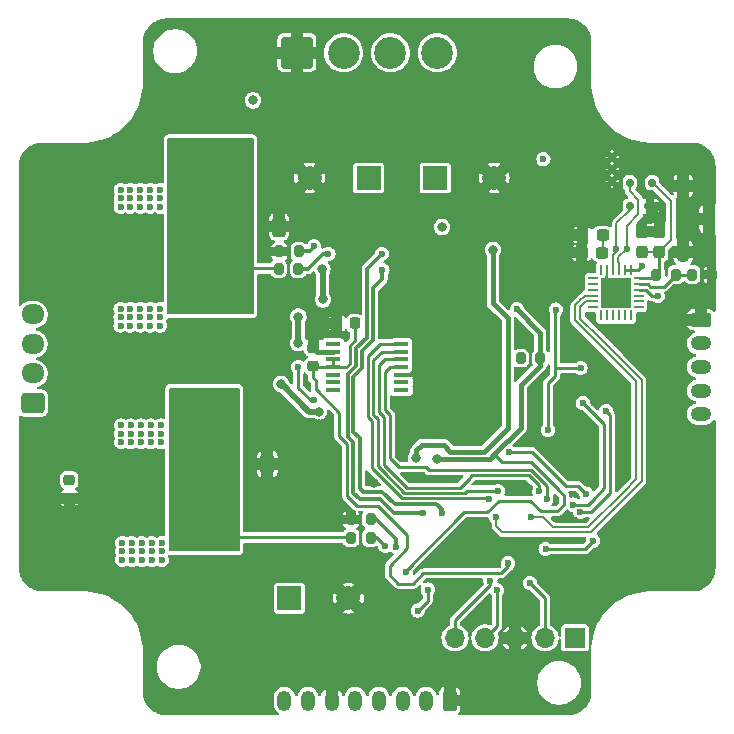
<source format=gbr>
%TF.GenerationSoftware,KiCad,Pcbnew,8.0.6*%
%TF.CreationDate,2025-12-29T11:58:40+02:00*%
%TF.ProjectId,TMCM_1260_alternative,544d434d-5f31-4323-9630-5f616c746572,rev?*%
%TF.SameCoordinates,Original*%
%TF.FileFunction,Copper,L4,Bot*%
%TF.FilePolarity,Positive*%
%FSLAX46Y46*%
G04 Gerber Fmt 4.6, Leading zero omitted, Abs format (unit mm)*
G04 Created by KiCad (PCBNEW 8.0.6) date 2025-12-29 11:58:40*
%MOMM*%
%LPD*%
G01*
G04 APERTURE LIST*
G04 Aperture macros list*
%AMRoundRect*
0 Rectangle with rounded corners*
0 $1 Rounding radius*
0 $2 $3 $4 $5 $6 $7 $8 $9 X,Y pos of 4 corners*
0 Add a 4 corners polygon primitive as box body*
4,1,4,$2,$3,$4,$5,$6,$7,$8,$9,$2,$3,0*
0 Add four circle primitives for the rounded corners*
1,1,$1+$1,$2,$3*
1,1,$1+$1,$4,$5*
1,1,$1+$1,$6,$7*
1,1,$1+$1,$8,$9*
0 Add four rect primitives between the rounded corners*
20,1,$1+$1,$2,$3,$4,$5,0*
20,1,$1+$1,$4,$5,$6,$7,0*
20,1,$1+$1,$6,$7,$8,$9,0*
20,1,$1+$1,$8,$9,$2,$3,0*%
G04 Aperture macros list end*
%TA.AperFunction,Conductor*%
%ADD10C,0.200000*%
%TD*%
%TA.AperFunction,ComponentPad*%
%ADD11R,2.000000X2.000000*%
%TD*%
%TA.AperFunction,ComponentPad*%
%ADD12C,2.000000*%
%TD*%
%TA.AperFunction,HeatsinkPad*%
%ADD13O,1.100000X1.800000*%
%TD*%
%TA.AperFunction,HeatsinkPad*%
%ADD14O,1.100000X2.200000*%
%TD*%
%TA.AperFunction,ComponentPad*%
%ADD15RoundRect,0.250001X-1.099999X-1.099999X1.099999X-1.099999X1.099999X1.099999X-1.099999X1.099999X0*%
%TD*%
%TA.AperFunction,ComponentPad*%
%ADD16C,2.700000*%
%TD*%
%TA.AperFunction,ComponentPad*%
%ADD17RoundRect,0.250000X0.350000X0.625000X-0.350000X0.625000X-0.350000X-0.625000X0.350000X-0.625000X0*%
%TD*%
%TA.AperFunction,ComponentPad*%
%ADD18O,1.200000X1.750000*%
%TD*%
%TA.AperFunction,ComponentPad*%
%ADD19O,1.950000X1.700000*%
%TD*%
%TA.AperFunction,ComponentPad*%
%ADD20RoundRect,0.250000X0.725000X-0.600000X0.725000X0.600000X-0.725000X0.600000X-0.725000X-0.600000X0*%
%TD*%
%TA.AperFunction,ComponentPad*%
%ADD21C,0.499999*%
%TD*%
%TA.AperFunction,ComponentPad*%
%ADD22RoundRect,0.250000X-0.625000X0.350000X-0.625000X-0.350000X0.625000X-0.350000X0.625000X0.350000X0*%
%TD*%
%TA.AperFunction,ComponentPad*%
%ADD23O,1.750000X1.200000*%
%TD*%
%TA.AperFunction,ComponentPad*%
%ADD24R,1.700000X1.700000*%
%TD*%
%TA.AperFunction,ComponentPad*%
%ADD25O,1.700000X1.700000*%
%TD*%
%TA.AperFunction,SMDPad,CuDef*%
%ADD26RoundRect,0.200000X-0.200000X-0.275000X0.200000X-0.275000X0.200000X0.275000X-0.200000X0.275000X0*%
%TD*%
%TA.AperFunction,SMDPad,CuDef*%
%ADD27RoundRect,0.200000X0.200000X0.275000X-0.200000X0.275000X-0.200000X-0.275000X0.200000X-0.275000X0*%
%TD*%
%TA.AperFunction,SMDPad,CuDef*%
%ADD28R,1.308100X0.355600*%
%TD*%
%TA.AperFunction,SMDPad,CuDef*%
%ADD29RoundRect,0.237500X-0.237500X0.300000X-0.237500X-0.300000X0.237500X-0.300000X0.237500X0.300000X0*%
%TD*%
%TA.AperFunction,SMDPad,CuDef*%
%ADD30RoundRect,0.250000X-0.312500X-0.625000X0.312500X-0.625000X0.312500X0.625000X-0.312500X0.625000X0*%
%TD*%
%TA.AperFunction,SMDPad,CuDef*%
%ADD31RoundRect,0.225000X-0.225000X-0.250000X0.225000X-0.250000X0.225000X0.250000X-0.225000X0.250000X0*%
%TD*%
%TA.AperFunction,SMDPad,CuDef*%
%ADD32RoundRect,0.175000X0.325000X-0.175000X0.325000X0.175000X-0.325000X0.175000X-0.325000X-0.175000X0*%
%TD*%
%TA.AperFunction,SMDPad,CuDef*%
%ADD33RoundRect,0.150000X0.150000X-0.200000X0.150000X0.200000X-0.150000X0.200000X-0.150000X-0.200000X0*%
%TD*%
%TA.AperFunction,HeatsinkPad*%
%ADD34R,2.600000X2.600000*%
%TD*%
%TA.AperFunction,SMDPad,CuDef*%
%ADD35RoundRect,0.062500X-0.350000X0.062500X-0.350000X-0.062500X0.350000X-0.062500X0.350000X0.062500X0*%
%TD*%
%TA.AperFunction,SMDPad,CuDef*%
%ADD36RoundRect,0.062500X-0.062500X0.350000X-0.062500X-0.350000X0.062500X-0.350000X0.062500X0.350000X0*%
%TD*%
%TA.AperFunction,SMDPad,CuDef*%
%ADD37RoundRect,0.225000X-0.250000X0.225000X-0.250000X-0.225000X0.250000X-0.225000X0.250000X0.225000X0*%
%TD*%
%TA.AperFunction,SMDPad,CuDef*%
%ADD38RoundRect,0.237500X0.300000X0.237500X-0.300000X0.237500X-0.300000X-0.237500X0.300000X-0.237500X0*%
%TD*%
%TA.AperFunction,ViaPad*%
%ADD39C,0.600000*%
%TD*%
%TA.AperFunction,ViaPad*%
%ADD40C,0.800000*%
%TD*%
%TA.AperFunction,Conductor*%
%ADD41C,0.250000*%
%TD*%
%TA.AperFunction,Conductor*%
%ADD42C,0.500000*%
%TD*%
%TA.AperFunction,Conductor*%
%ADD43C,0.300000*%
%TD*%
%TA.AperFunction,Conductor*%
%ADD44C,0.400000*%
%TD*%
G04 APERTURE END LIST*
%TO.N,Net-(Q3-S2)*%
D10*
X85140800Y-80695800D02*
X90303350Y-80695800D01*
X90303350Y-95453200D01*
X85140800Y-95453200D01*
X85140800Y-80695800D01*
%TA.AperFunction,Conductor*%
G36*
X85140800Y-80695800D02*
G01*
X90303350Y-80695800D01*
X90303350Y-95453200D01*
X85140800Y-95453200D01*
X85140800Y-80695800D01*
G37*
%TD.AperFunction*%
X86245700Y-91643200D02*
X92557600Y-91643200D01*
X92557600Y-91694000D01*
X86245700Y-91694000D01*
X86245700Y-91643200D01*
%TA.AperFunction,Conductor*%
G36*
X86245700Y-91643200D02*
G01*
X92557600Y-91643200D01*
X92557600Y-91694000D01*
X86245700Y-91694000D01*
X86245700Y-91643200D01*
G37*
%TD.AperFunction*%
X83185000Y-80695800D02*
X85140800Y-80695800D01*
X85140800Y-95453200D01*
X83185000Y-95453200D01*
X83185000Y-80695800D01*
%TA.AperFunction,Conductor*%
G36*
X83185000Y-80695800D02*
G01*
X85140800Y-80695800D01*
X85140800Y-95453200D01*
X83185000Y-95453200D01*
X83185000Y-80695800D01*
G37*
%TD.AperFunction*%
%TO.N,Net-(Q1-S2)*%
X83321525Y-101854000D02*
X85277325Y-101854000D01*
X85277325Y-115519200D01*
X83321525Y-115519200D01*
X83321525Y-101854000D01*
%TA.AperFunction,Conductor*%
G36*
X83321525Y-101854000D02*
G01*
X85277325Y-101854000D01*
X85277325Y-115519200D01*
X83321525Y-115519200D01*
X83321525Y-101854000D01*
G37*
%TD.AperFunction*%
X89157175Y-114376200D02*
X98498025Y-114376200D01*
X98498025Y-114477800D01*
X89157175Y-114477800D01*
X89157175Y-114376200D01*
%TA.AperFunction,Conductor*%
G36*
X89157175Y-114376200D02*
G01*
X98498025Y-114376200D01*
X98498025Y-114477800D01*
X89157175Y-114477800D01*
X89157175Y-114376200D01*
G37*
%TD.AperFunction*%
X85277325Y-101854000D02*
X89119075Y-101854000D01*
X89119075Y-115519200D01*
X85277325Y-115519200D01*
X85277325Y-101854000D01*
%TA.AperFunction,Conductor*%
G36*
X85277325Y-101854000D02*
G01*
X89119075Y-101854000D01*
X89119075Y-115519200D01*
X85277325Y-115519200D01*
X85277325Y-101854000D01*
G37*
%TD.AperFunction*%
%TD*%
D11*
%TO.P,C24,1*%
%TO.N,12-36V*%
X93425000Y-119583200D03*
D12*
%TO.P,C24,2*%
%TO.N,GND*%
X98425000Y-119583200D03*
%TD*%
D13*
%TO.P,J5,6,Shield*%
%TO.N,GND*%
X126771400Y-90258200D03*
D14*
X128921400Y-87458200D03*
D13*
X126771400Y-84658200D03*
%TD*%
D15*
%TO.P,J4,1,Pin_1*%
%TO.N,GND*%
X94060000Y-73400000D03*
D16*
%TO.P,J4,2,Pin_2*%
%TO.N,12-36V*%
X98020000Y-73400000D03*
%TO.P,J4,3,Pin_3*%
X101980000Y-73400000D03*
%TO.P,J4,4,Pin_4*%
%TO.N,/Vlogic*%
X105940000Y-73400000D03*
%TD*%
D17*
%TO.P,J3,1,Pin_1*%
%TO.N,GND*%
X107000000Y-128248000D03*
D18*
%TO.P,J3,2,Pin_2*%
%TO.N,Out_1*%
X105000000Y-128248000D03*
%TO.P,J3,3,Pin_3*%
%TO.N,Out_2*%
X103000000Y-128248000D03*
%TO.P,J3,4,Pin_4*%
%TO.N,/IN2{slash}ENC_B*%
X101000000Y-128248000D03*
%TO.P,J3,5,Pin_5*%
%TO.N,/STOP_L{slash}STEP*%
X99000000Y-128248000D03*
%TO.P,J3,6,Pin_6*%
%TO.N,GND*%
X97000000Y-128248000D03*
%TO.P,J3,7,Pin_7*%
%TO.N,5VOUT*%
X95000000Y-128248000D03*
%TO.P,J3,8,Pin_8*%
X93000000Y-128248000D03*
%TD*%
D19*
%TO.P,J1,4,Pin_4*%
%TO.N,BMA2*%
X71690500Y-95554000D03*
%TO.P,J1,3,Pin_3*%
%TO.N,BMA1*%
X71690500Y-98054000D03*
%TO.P,J1,2,Pin_2*%
%TO.N,BMB2*%
X71690500Y-100554000D03*
D20*
%TO.P,J1,1,Pin_1*%
%TO.N,BMB1*%
X71690500Y-103054000D03*
%TD*%
D21*
%TO.P,U1,PAD*%
%TO.N,GND*%
X120749498Y-84272000D03*
X120749498Y-83242000D03*
X120749498Y-82212000D03*
%TD*%
D22*
%TO.P,J2,1,Pin_1*%
%TO.N,GND*%
X128250000Y-96000000D03*
D23*
%TO.P,J2,2,Pin_2*%
%TO.N,unconnected-(J2-Pin_2-Pad2)*%
X128250000Y-98000000D03*
%TO.P,J2,3,Pin_3*%
%TO.N,unconnected-(J2-Pin_3-Pad3)*%
X128250000Y-100000000D03*
%TO.P,J2,4,Pin_4*%
%TO.N,/CANH*%
X128250000Y-102000000D03*
%TO.P,J2,5,Pin_5*%
%TO.N,/CANL*%
X128250000Y-104000000D03*
%TD*%
D11*
%TO.P,C22,1*%
%TO.N,12-36V*%
X100132277Y-83997800D03*
D12*
%TO.P,C22,2*%
%TO.N,GND*%
X95132277Y-83997800D03*
%TD*%
D24*
%TO.P,J7,1,Pin_1*%
%TO.N,+3V3*%
X117602000Y-122936000D03*
D25*
%TO.P,J7,2,Pin_2*%
%TO.N,/SWCLK*%
X115062000Y-122936000D03*
%TO.P,J7,3,Pin_3*%
%TO.N,GND*%
X112522000Y-122936000D03*
%TO.P,J7,4,Pin_4*%
%TO.N,/SWDIO*%
X109982000Y-122936000D03*
%TO.P,J7,5,Pin_5*%
%TO.N,/NRST*%
X107442000Y-122936000D03*
%TD*%
D11*
%TO.P,C23,1*%
%TO.N,12-36V*%
X105765600Y-83997800D03*
D12*
%TO.P,C23,2*%
%TO.N,GND*%
X110765600Y-83997800D03*
%TD*%
D26*
%TO.P,R22,1*%
%TO.N,Net-(Q3-S2)*%
X92520000Y-91694000D03*
%TO.P,R22,2*%
%TO.N,SRAH*%
X94170000Y-91694000D03*
%TD*%
D27*
%TO.P,R40,1*%
%TO.N,Net-(U7-VBUS)*%
X126148600Y-92176600D03*
%TO.P,R40,2*%
%TO.N,Net-(J5-VBUS)*%
X124498600Y-92176600D03*
%TD*%
D28*
%TO.P,U5,1,CSn*%
%TO.N,SPI2_NSS*%
X102901750Y-98048790D03*
%TO.P,U5,2,CLK*%
%TO.N,SPI2_SCK*%
X102901750Y-98698791D03*
%TO.P,U5,3,MISO*%
%TO.N,SPI2_MISO*%
X102901750Y-99348792D03*
%TO.P,U5,4,MOSI*%
%TO.N,SPI2_MOSI*%
X102901750Y-99998791D03*
%TO.P,U5,5,TEST*%
%TO.N,GND*%
X102901750Y-100648790D03*
%TO.P,U5,6,B*%
%TO.N,unconnected-(U5-B-Pad6)*%
X102901750Y-101298791D03*
%TO.P,U5,7,A*%
%TO.N,unconnected-(U5-A-Pad7)*%
X102901750Y-101948790D03*
%TO.P,U5,8,W/PWM*%
%TO.N,unconnected-(U5-W{slash}PWM-Pad8)*%
X97097850Y-101948792D03*
%TO.P,U5,9,V*%
%TO.N,unconnected-(U5-V-Pad9)*%
X97097850Y-101298791D03*
%TO.P,U5,10,U*%
%TO.N,unconnected-(U5-U-Pad10)*%
X97097850Y-100648792D03*
%TO.P,U5,11,VDD*%
%TO.N,+3V3*%
X97097850Y-99998791D03*
%TO.P,U5,12,VDD3V*%
X97097850Y-99348792D03*
%TO.P,U5,13,GND*%
%TO.N,GND*%
X97097850Y-98698791D03*
%TO.P,U5,14,I/PWM*%
%TO.N,unconnected-(U5-I{slash}PWM-Pad14)*%
X97097850Y-98048792D03*
%TD*%
D29*
%TO.P,C40,1*%
%TO.N,GND*%
X123266200Y-88545500D03*
%TO.P,C40,2*%
%TO.N,Net-(J5-VBUS)*%
X123266200Y-90270500D03*
%TD*%
D30*
%TO.P,R7,1*%
%TO.N,Net-(Q1-S2)*%
X88631300Y-108229400D03*
%TO.P,R7,2*%
%TO.N,GND*%
X91556300Y-108229400D03*
%TD*%
D26*
%TO.P,R16,1*%
%TO.N,Net-(Q1-S2)*%
X98641400Y-114452400D03*
%TO.P,R16,2*%
%TO.N,SRBH*%
X100291400Y-114452400D03*
%TD*%
D29*
%TO.P,C41,1*%
%TO.N,GND*%
X124739400Y-88544400D03*
%TO.P,C41,2*%
%TO.N,Net-(J5-VBUS)*%
X124739400Y-90269400D03*
%TD*%
D27*
%TO.P,R41,1*%
%TO.N,GND*%
X129171200Y-92176600D03*
%TO.P,R41,2*%
%TO.N,Net-(U7-VBUS)*%
X127521200Y-92176600D03*
%TD*%
D31*
%TO.P,C36,1*%
%TO.N,GND*%
X97421400Y-96316800D03*
%TO.P,C36,2*%
%TO.N,+3V3*%
X98971400Y-96316800D03*
%TD*%
D32*
%TO.P,D8,1,A*%
%TO.N,GND*%
X123930600Y-86410000D03*
D33*
%TO.P,D8,2,K*%
%TO.N,/D+*%
X122230600Y-86410000D03*
%TO.P,D8,3,K*%
%TO.N,/D-*%
X122230600Y-84410000D03*
%TO.P,D8,4,K*%
%TO.N,Net-(J5-VBUS)*%
X124130600Y-84410000D03*
%TD*%
D34*
%TO.P,U7,25,GND*%
%TO.N,GND*%
X121060400Y-93707700D03*
D35*
%TO.P,U7,24,~{DCD}*%
%TO.N,unconnected-(U7-~{DCD}-Pad24)*%
X119122900Y-92457700D03*
%TO.P,U7,23,~{DTR}*%
%TO.N,unconnected-(U7-~{DTR}-Pad23)*%
X119122900Y-92957700D03*
%TO.P,U7,22,~{DSR}*%
%TO.N,unconnected-(U7-~{DSR}-Pad22)*%
X119122900Y-93457700D03*
%TO.P,U7,21,TXD*%
%TO.N,UART_RX*%
X119122900Y-93957700D03*
%TO.P,U7,20,RXD*%
%TO.N,UART_TX*%
X119122900Y-94457700D03*
%TO.P,U7,19,~{RTS}*%
%TO.N,unconnected-(U7-~{RTS}-Pad19)*%
X119122900Y-94957700D03*
D36*
%TO.P,U7,18,~{CTS}*%
%TO.N,unconnected-(U7-~{CTS}-Pad18)*%
X119810400Y-95645200D03*
%TO.P,U7,17,SUSPEND*%
%TO.N,unconnected-(U7-SUSPEND-Pad17)*%
X120310400Y-95645200D03*
%TO.P,U7,16,NC*%
%TO.N,unconnected-(U7-NC-Pad16)*%
X120810400Y-95645200D03*
%TO.P,U7,15,~{SUSPEND}*%
%TO.N,unconnected-(U7-~{SUSPEND}-Pad15)*%
X121310400Y-95645200D03*
%TO.P,U7,14,~{TXT}/GPIO.0*%
%TO.N,unconnected-(U7-~{TXT}{slash}GPIO.0-Pad14)*%
X121810400Y-95645200D03*
%TO.P,U7,13,~{RXT}/GPIO.1*%
%TO.N,unconnected-(U7-~{RXT}{slash}GPIO.1-Pad13)*%
X122310400Y-95645200D03*
D35*
%TO.P,U7,12,RS485/GPIO.2*%
%TO.N,unconnected-(U7-RS485{slash}GPIO.2-Pad12)*%
X122997900Y-94957700D03*
%TO.P,U7,11,~{WAKEUP}/GPIO.3*%
%TO.N,unconnected-(U7-~{WAKEUP}{slash}GPIO.3-Pad11)*%
X122997900Y-94457700D03*
%TO.P,U7,10,NC*%
%TO.N,unconnected-(U7-NC-Pad10)*%
X122997900Y-93957700D03*
%TO.P,U7,9,~{RST}*%
%TO.N,Net-(U7-~{RST})*%
X122997900Y-93457700D03*
%TO.P,U7,8,VBUS*%
%TO.N,Net-(U7-VBUS)*%
X122997900Y-92957700D03*
%TO.P,U7,7,VREGIN*%
%TO.N,Net-(J5-VBUS)*%
X122997900Y-92457700D03*
D36*
%TO.P,U7,6,VDD*%
%TO.N,+3V3*%
X122310400Y-91770200D03*
%TO.P,U7,5,VIO*%
X121810400Y-91770200D03*
%TO.P,U7,4,D-*%
%TO.N,/D-*%
X121310400Y-91770200D03*
%TO.P,U7,3,D+*%
%TO.N,/D+*%
X120810400Y-91770200D03*
%TO.P,U7,2,GND*%
%TO.N,GND*%
X120310400Y-91770200D03*
%TO.P,U7,1,~{RI}/CLK*%
%TO.N,unconnected-(U7-~{RI}{slash}CLK-Pad1)*%
X119810400Y-91770200D03*
%TD*%
D26*
%TO.P,R23,1*%
%TO.N,GND*%
X92570800Y-90220800D03*
%TO.P,R23,2*%
%TO.N,SRAL*%
X94220800Y-90220800D03*
%TD*%
D37*
%TO.P,C39,1*%
%TO.N,GND*%
X95453200Y-98361200D03*
%TO.P,C39,2*%
%TO.N,+3V3*%
X95453200Y-99911200D03*
%TD*%
%TO.P,C18,1*%
%TO.N,BMB2*%
X74777600Y-109575000D03*
%TO.P,C18,2*%
%TO.N,GND*%
X74777600Y-111125000D03*
%TD*%
D27*
%TO.P,R26,1*%
%TO.N,5VOUT*%
X114667800Y-99263200D03*
%TO.P,R26,2*%
%TO.N,VCC_IO*%
X113017800Y-99263200D03*
%TD*%
D38*
%TO.P,C42,1*%
%TO.N,+3V3*%
X119888000Y-90322400D03*
%TO.P,C42,2*%
%TO.N,GND*%
X118163000Y-90322400D03*
%TD*%
%TO.P,C43,1*%
%TO.N,+3V3*%
X119937700Y-88823800D03*
%TO.P,C43,2*%
%TO.N,GND*%
X118212700Y-88823800D03*
%TD*%
D30*
%TO.P,R6,1*%
%TO.N,Net-(Q3-S2)*%
X89621900Y-88112600D03*
%TO.P,R6,2*%
%TO.N,GND*%
X92546900Y-88112600D03*
%TD*%
D26*
%TO.P,R17,1*%
%TO.N,GND*%
X98641400Y-112903000D03*
%TO.P,R17,2*%
%TO.N,SRBL*%
X100291400Y-112903000D03*
%TD*%
D39*
%TO.N,GND*%
X110845600Y-80467200D03*
X112166400Y-80492600D03*
X109448600Y-80467200D03*
X110794800Y-81838800D03*
X109474000Y-81813400D03*
X112191800Y-81838800D03*
X110794800Y-87680800D03*
X112115600Y-87706200D03*
X109397800Y-87680800D03*
X110794800Y-86258400D03*
X112115600Y-86283800D03*
X109397800Y-86258400D03*
X96570800Y-121361200D03*
X96570800Y-116332000D03*
X97840800Y-116306600D03*
X99060000Y-116332000D03*
X100482400Y-116332000D03*
X97840800Y-117576600D03*
X99060000Y-117602000D03*
X100482400Y-117602000D03*
X96545400Y-120243600D03*
X96570800Y-119024400D03*
X96570800Y-117602000D03*
X113792000Y-110236000D03*
X116027200Y-111201200D03*
%TO.N,UART_TX*%
X110947200Y-112725200D03*
%TO.N,UART_RX*%
X113893600Y-112725200D03*
%TO.N,/TXD*%
X118059200Y-112283400D03*
%TO.N,BMB2*%
X95504000Y-102819200D03*
X94173000Y-99999800D03*
X74777600Y-109575000D03*
D40*
%TO.N,BMA1*%
X94173000Y-97993200D03*
X94183200Y-95732600D03*
D39*
%TO.N,GND*%
X117602000Y-112979200D03*
X74777600Y-111125000D03*
X108864400Y-97917000D03*
X104800400Y-97917000D03*
X117500400Y-110744000D03*
X94030800Y-81965800D03*
X105714800Y-99974400D03*
X95910400Y-87604600D03*
D40*
X91897200Y-102209600D03*
D39*
X93218000Y-110921800D03*
X113919000Y-104115700D03*
X94894400Y-101447600D03*
X104165400Y-109248200D03*
X118073400Y-98820200D03*
X110820200Y-114884200D03*
X107848400Y-101041200D03*
X96748600Y-81991200D03*
X94437200Y-110871000D03*
X94437200Y-112014000D03*
X91795600Y-111988600D03*
X106832400Y-101041200D03*
X105714800Y-98958400D03*
X107848400Y-102057200D03*
X96951800Y-80289400D03*
X102666800Y-95631000D03*
X106832400Y-97917000D03*
D40*
X90170000Y-98653600D03*
D39*
X106653500Y-115798600D03*
X121183400Y-103733600D03*
X128829400Y-113842800D03*
X120310400Y-92957700D03*
X128829400Y-112293400D03*
X104800400Y-101041200D03*
X93243400Y-83388200D03*
X109524800Y-105892600D03*
X106832400Y-98958400D03*
X106832400Y-102057200D03*
X122732800Y-111455200D03*
X90576400Y-102692200D03*
X94462600Y-108204000D03*
X94462600Y-106680000D03*
X118163000Y-90322400D03*
X107848400Y-98958400D03*
X105714800Y-102057200D03*
X97688400Y-89611200D03*
X107848400Y-97917000D03*
X105714800Y-101041200D03*
X108864400Y-102057200D03*
X95885000Y-106680000D03*
X108864400Y-99974400D03*
X95859600Y-112014000D03*
X111772600Y-93192200D03*
D40*
X100558600Y-109804200D03*
D39*
X104800400Y-98958400D03*
X95859600Y-110871000D03*
X123930600Y-86410000D03*
X95427800Y-80289400D03*
X105714800Y-97917000D03*
X120192800Y-86182200D03*
X110211700Y-116611400D03*
X108864400Y-98958400D03*
X113030000Y-97700800D03*
X93497400Y-104038400D03*
X112037200Y-125704600D03*
X119202200Y-103022400D03*
X121793000Y-94488000D03*
X121031000Y-93726000D03*
X96774000Y-83312000D03*
X104800400Y-102057200D03*
X118212700Y-88823800D03*
D40*
X95910400Y-104851200D03*
D39*
X96774000Y-86309200D03*
X121793000Y-92964000D03*
X93929200Y-86309200D03*
X118410900Y-82042000D03*
X117525800Y-93586000D03*
X120269000Y-94488000D03*
X104800400Y-99974400D03*
D40*
X97510600Y-94284800D03*
D39*
X95427800Y-81965800D03*
X115341400Y-106629200D03*
X93980000Y-80340200D03*
X120904000Y-118972500D03*
X95885000Y-109677200D03*
X108864400Y-101041200D03*
X107848400Y-99974400D03*
D40*
X116886900Y-79298800D03*
D39*
X94462600Y-109677200D03*
X91744800Y-104902000D03*
D40*
X97485200Y-91719400D03*
D39*
X125577600Y-108762800D03*
X93218000Y-111988600D03*
X117526900Y-118643400D03*
X95885000Y-108204000D03*
X96774000Y-84836000D03*
X95351600Y-86309200D03*
X93243400Y-84861400D03*
X94411800Y-87604600D03*
X106832400Y-99974400D03*
%TO.N,+3V3*%
X118073400Y-100090200D03*
X111936700Y-116611400D03*
X115316000Y-105333800D03*
X119888000Y-90322400D03*
X123266200Y-91440000D03*
X115976400Y-95147300D03*
%TO.N,/NRST*%
X119151400Y-114723600D03*
X110439200Y-118135400D03*
X115112800Y-115417600D03*
%TO.N,/SWDIO*%
X110998000Y-118922800D03*
%TO.N,/SWCLK*%
X113792000Y-118287800D03*
%TO.N,/TXD*%
X120243600Y-103733600D03*
%TO.N,/RXD*%
X118262400Y-103047800D03*
X117449600Y-111658400D03*
%TO.N,Net-(Q1-S2)*%
X87426800Y-103981250D03*
X85648800Y-103219250D03*
X86614000Y-112414050D03*
X84302600Y-113734850D03*
X87503000Y-112414050D03*
X88392000Y-113176050D03*
X85648800Y-103981250D03*
X88315800Y-102457250D03*
X85725000Y-113938050D03*
X86537800Y-103219250D03*
X85725000Y-112414050D03*
X86537800Y-102457250D03*
X88392000Y-112414050D03*
X86614000Y-113938050D03*
X85648800Y-102457250D03*
X88392000Y-113938050D03*
X87503000Y-113176050D03*
X86537800Y-103981250D03*
X87426800Y-102457250D03*
X87503000Y-113938050D03*
X86614000Y-113176050D03*
X88315800Y-103219250D03*
X84226400Y-103778050D03*
X88315800Y-103981250D03*
X85725000Y-113176050D03*
X87426800Y-103219250D03*
%TO.N,Net-(Q3-S2)*%
X85598000Y-82499200D03*
X87376000Y-82499200D03*
X87376000Y-83261200D03*
X85598000Y-94081600D03*
X88265000Y-92557600D03*
X85598000Y-83261200D03*
X88265000Y-84023200D03*
X84251800Y-83807000D03*
X85598000Y-93319600D03*
X87376000Y-84023200D03*
X85598000Y-92557600D03*
X86487000Y-82499200D03*
X84175600Y-93878400D03*
X85598000Y-84023200D03*
X86487000Y-83261200D03*
X88265000Y-94081600D03*
X86487000Y-84023200D03*
X87376000Y-93319600D03*
X87376000Y-92557600D03*
X88265000Y-93319600D03*
X88265000Y-82499200D03*
X88265000Y-83261200D03*
X87376000Y-94081600D03*
X86487000Y-92557600D03*
X86487000Y-93319600D03*
X86487000Y-94081600D03*
D40*
%TO.N,LB2*%
X95910400Y-103784400D03*
X92710000Y-101447600D03*
%TO.N,LA2*%
X96215200Y-91744800D03*
X96266000Y-94284800D03*
D39*
%TO.N,CSN*%
X111988600Y-107213400D03*
X118516400Y-110718600D03*
%TO.N,VCC_IO*%
X113027990Y-99248790D03*
%TO.N,5VOUT*%
X103280200Y-117348000D03*
D40*
X105943400Y-107812800D03*
D39*
X112686600Y-95123000D03*
%TO.N,SRBL*%
X102463600Y-115214400D03*
%TO.N,SRAH*%
X96723200Y-90424000D03*
X106312000Y-112344200D03*
X101295200Y-91795600D03*
%TO.N,SRAL*%
X95529400Y-89789000D03*
X101244400Y-90424000D03*
X104762000Y-112344200D03*
%TO.N,SRBH*%
X101549200Y-115163600D03*
D40*
%TO.N,VS*%
X104165400Y-107698200D03*
X110667800Y-90093800D03*
D39*
%TO.N,SPI2_NSS*%
X110312200Y-111150400D03*
%TO.N,SPI2_MISO*%
X114554000Y-110490000D03*
%TO.N,SPI2_MOSI*%
X115214400Y-111150400D03*
%TO.N,SPI2_SCK*%
X111097042Y-110498600D03*
%TO.N,12-36V*%
X82488900Y-85714800D03*
X80812500Y-86426000D03*
X80069550Y-115623300D03*
X82609550Y-116334500D03*
X81650700Y-86426000D03*
X80933150Y-114912100D03*
X114931100Y-82424900D03*
X80933150Y-116334500D03*
X79180550Y-104955300D03*
X80812500Y-85003600D03*
X80806150Y-95785900D03*
X82533350Y-104955300D03*
X80856950Y-104955300D03*
X80856950Y-106377700D03*
X79129750Y-96497100D03*
X79256750Y-115623300D03*
X81695150Y-106377700D03*
X79129750Y-95074700D03*
X81695150Y-104955300D03*
D40*
X90347800Y-77429400D03*
D39*
X79942550Y-95074700D03*
X79136100Y-85714800D03*
X79948900Y-85714800D03*
X79256750Y-114912100D03*
X80933150Y-115623300D03*
X79948900Y-85003600D03*
X79136100Y-86426000D03*
X81650700Y-85003600D03*
X79942550Y-95785900D03*
X79993350Y-105666500D03*
X80069550Y-116334500D03*
X79129750Y-95785900D03*
X79942550Y-96497100D03*
X82533350Y-106377700D03*
X79993350Y-104955300D03*
X79948900Y-86426000D03*
X80812500Y-85714800D03*
X81644350Y-95074700D03*
X82533350Y-105666500D03*
X81771350Y-114912100D03*
X81695150Y-105666500D03*
X82488900Y-85003600D03*
X82609550Y-114912100D03*
X80856950Y-105666500D03*
X79180550Y-106377700D03*
X81644350Y-96497100D03*
D40*
X106349800Y-88163400D03*
D39*
X80069550Y-114912100D03*
X79180550Y-105666500D03*
X79256750Y-116334500D03*
X81771350Y-115623300D03*
X81650700Y-85714800D03*
X82482550Y-95785900D03*
X81771350Y-116334500D03*
X80806150Y-96497100D03*
X82482550Y-96497100D03*
X82482550Y-95074700D03*
X80806150Y-95074700D03*
X82488900Y-86426000D03*
X79993350Y-106377700D03*
X82609550Y-115623300D03*
X79136100Y-85003600D03*
X81644350Y-95785900D03*
%TO.N,Out_2*%
X104292400Y-120624600D03*
X105130600Y-118846600D03*
%TO.N,Net-(J5-VBUS)*%
X124498600Y-92176600D03*
%TO.N,Net-(U7-~{RST})*%
X124612400Y-93980000D03*
%TO.N,/D-*%
X121964000Y-90043000D03*
%TO.N,/D+*%
X121114000Y-90043000D03*
%TO.N,GND*%
X90093800Y-108229400D03*
%TD*%
D41*
%TO.N,+3V3*%
X95707200Y-101930200D02*
X95707200Y-101193600D01*
X95719900Y-101942900D02*
X95707200Y-101930200D01*
X95402400Y-100888800D02*
X95402400Y-99962000D01*
X95707200Y-101193600D02*
X95402400Y-100888800D01*
X97637600Y-103860600D02*
X95719900Y-101942900D01*
%TO.N,SPI2_MISO*%
X114554000Y-110035592D02*
X114554000Y-110490000D01*
X113705808Y-109187400D02*
X114554000Y-110035592D01*
X108610400Y-109474000D02*
X108839000Y-109245400D01*
X107859400Y-110225000D02*
X108610400Y-109474000D01*
X108610400Y-109474000D02*
X108897000Y-109187400D01*
X108897000Y-109187400D02*
X113705808Y-109187400D01*
%TO.N,SPI2_MOSI*%
X115214400Y-110059596D02*
X115214400Y-110210600D01*
X113892204Y-108737400D02*
X115214400Y-110059596D01*
X112217200Y-108737400D02*
X113892204Y-108737400D01*
X112217200Y-108737400D02*
X113741200Y-108737400D01*
X105283000Y-108737400D02*
X112217200Y-108737400D01*
%TO.N,5VOUT*%
X116687600Y-111658400D02*
X116687600Y-110896400D01*
X115366800Y-112229900D02*
X116116100Y-112229900D01*
X116687600Y-110896400D02*
X116154200Y-110363000D01*
X114706400Y-112229900D02*
X115366800Y-112229900D01*
X116116100Y-112229900D02*
X116687600Y-111658400D01*
%TO.N,SPI2_MOSI*%
X115214400Y-110210600D02*
X115214400Y-111150400D01*
X105029000Y-108483400D02*
X105283000Y-108737400D01*
X101930200Y-104038400D02*
X101930200Y-107746800D01*
X101498400Y-100431600D02*
X101498400Y-103606600D01*
X101930200Y-107746800D02*
X102666800Y-108483400D01*
X101498400Y-103606600D02*
X101930200Y-104038400D01*
X101931209Y-99998791D02*
X101498400Y-100431600D01*
X102901750Y-99998791D02*
X101931209Y-99998791D01*
X102666800Y-108483400D02*
X105029000Y-108483400D01*
%TO.N,5VOUT*%
X113334800Y-111353600D02*
X113830100Y-111353600D01*
X113830100Y-111353600D02*
X114706400Y-112229900D01*
X113334800Y-111353600D02*
X111150400Y-111353600D01*
X113588800Y-111353600D02*
X113334800Y-111353600D01*
D10*
%TO.N,UART_TX*%
X110947200Y-113487200D02*
X110947200Y-112725200D01*
X111455200Y-113995200D02*
X110947200Y-113487200D01*
X111810800Y-113995200D02*
X111455200Y-113995200D01*
X117754400Y-113995200D02*
X111810800Y-113995200D01*
%TO.N,UART_RX*%
X114858800Y-112725200D02*
X113893600Y-112725200D01*
X115214400Y-113080800D02*
X114858800Y-112725200D01*
%TO.N,UART_TX*%
X120954800Y-111963200D02*
X118922800Y-113995200D01*
X118922800Y-113995200D02*
X117754400Y-113995200D01*
%TO.N,UART_RX*%
X115722400Y-113588800D02*
X115214400Y-113080800D01*
X116890800Y-113588800D02*
X115722400Y-113588800D01*
X118719600Y-113588800D02*
X116890800Y-113588800D01*
X121716800Y-110591600D02*
X118719600Y-113588800D01*
D41*
%TO.N,5VOUT*%
X111150400Y-111353600D02*
X110185200Y-112318800D01*
X108204000Y-112318800D02*
X110185200Y-112318800D01*
X107975400Y-112547400D02*
X108204000Y-112318800D01*
%TO.N,/TXD*%
X118983600Y-112283400D02*
X119214900Y-112052100D01*
X118059200Y-112283400D02*
X118983600Y-112283400D01*
X120573800Y-110693200D02*
X119214900Y-112052100D01*
%TO.N,/RXD*%
X118668800Y-111658400D02*
X117449600Y-111658400D01*
X119100600Y-111226600D02*
X118668800Y-111658400D01*
X119100600Y-111226600D02*
X120040400Y-110286800D01*
%TO.N,CSN*%
X117868700Y-110070900D02*
X118516400Y-110718600D01*
X116801900Y-110070900D02*
X117868700Y-110070900D01*
X116801900Y-110070900D02*
X114808000Y-108077000D01*
D10*
%TO.N,UART_RX*%
X122783600Y-103428800D02*
X122783600Y-109524800D01*
X122783600Y-101200486D02*
X122783600Y-103428800D01*
X118284357Y-96701243D02*
X122783600Y-101200486D01*
X117602000Y-96018886D02*
X118284357Y-96701243D01*
X122783600Y-109524800D02*
X121716800Y-110591600D01*
X117602000Y-95148400D02*
X117602000Y-96018886D01*
%TO.N,UART_TX*%
X123240800Y-109677200D02*
X120954800Y-111963200D01*
X123240800Y-106984800D02*
X123240800Y-109677200D01*
X118059200Y-95910400D02*
X119634000Y-97485200D01*
X119634000Y-97485200D02*
X123240800Y-101092000D01*
X123240800Y-101092000D02*
X123240800Y-106984800D01*
X118059200Y-94901286D02*
X118059200Y-95910400D01*
X118265843Y-94694643D02*
X118059200Y-94901286D01*
X118502786Y-94457700D02*
X118265843Y-94694643D01*
X119122900Y-94457700D02*
X118502786Y-94457700D01*
D41*
%TO.N,BMB2*%
X94173000Y-101767600D02*
X94173000Y-99999800D01*
X95224600Y-102819200D02*
X94173000Y-101767600D01*
X95504000Y-102819200D02*
X95224600Y-102819200D01*
D42*
%TO.N,BMA1*%
X94173000Y-95742800D02*
X94183200Y-95732600D01*
X94173000Y-97993200D02*
X94173000Y-95742800D01*
D41*
%TO.N,GND*%
X102901750Y-100648790D02*
X103592610Y-100648790D01*
D43*
X123266200Y-88545500D02*
X124738300Y-88545500D01*
D10*
X120310400Y-92957700D02*
X121060400Y-93707700D01*
D43*
X124738300Y-88545500D02*
X124739400Y-88544400D01*
D41*
X103886000Y-97205800D02*
X103886000Y-96850200D01*
D10*
X120310400Y-91770200D02*
X120310400Y-92957700D01*
D41*
X103886000Y-96850200D02*
X102666800Y-95631000D01*
X103592610Y-100648790D02*
X103835200Y-100406200D01*
X103835200Y-100406200D02*
X103886000Y-100355400D01*
D43*
X124739400Y-87218800D02*
X123930600Y-86410000D01*
X124739400Y-88544400D02*
X124739400Y-87218800D01*
D44*
X95790791Y-98698791D02*
X95453200Y-98361200D01*
D41*
X103886000Y-100355400D02*
X103886000Y-97205800D01*
D44*
X97097850Y-98698791D02*
X95790791Y-98698791D01*
D41*
%TO.N,+3V3*%
X115938300Y-97790000D02*
X115938300Y-95185400D01*
X97637600Y-105853152D02*
X97637600Y-103860600D01*
X98526600Y-99720400D02*
X98526600Y-98196400D01*
X98323400Y-110896400D02*
X98323400Y-106538952D01*
D10*
X119937700Y-90272700D02*
X119888000Y-90322400D01*
D41*
X101904800Y-117602000D02*
X101904800Y-116840000D01*
X98526600Y-98196400D02*
X98971400Y-97751600D01*
X98248209Y-99998791D02*
X98526600Y-99720400D01*
X98971400Y-97751600D02*
X98971400Y-96316800D01*
X118073400Y-100090200D02*
X115952500Y-100090200D01*
X111353600Y-117475000D02*
X104775000Y-117475000D01*
X115938300Y-100076000D02*
X115938300Y-97790000D01*
X104775000Y-117475000D02*
X103911400Y-118338600D01*
X115316000Y-101396800D02*
X115938300Y-100774500D01*
X115938300Y-100774500D02*
X115938300Y-100076000D01*
X103911400Y-118338600D02*
X102641400Y-118338600D01*
X103403400Y-114249200D02*
X100888800Y-111734600D01*
D10*
X119937700Y-88823800D02*
X119937700Y-90272700D01*
D41*
X102641400Y-118338600D02*
X101904800Y-117602000D01*
X111936700Y-116891900D02*
X111353600Y-117475000D01*
X111936700Y-116611400D02*
X111936700Y-116891900D01*
X95540791Y-99998791D02*
X95453200Y-99911200D01*
X103403400Y-115341400D02*
X103403400Y-114249200D01*
X115316000Y-105333800D02*
X115316000Y-101396800D01*
X97097850Y-99998791D02*
X95540791Y-99998791D01*
X99161600Y-111734600D02*
X98323400Y-110896400D01*
X101904800Y-116840000D02*
X103403400Y-115341400D01*
X95402400Y-99962000D02*
X95453200Y-99911200D01*
X97097850Y-99348792D02*
X97097850Y-99998791D01*
X121810400Y-91770200D02*
X122310400Y-91770200D01*
X115938300Y-95185400D02*
X115976400Y-95147300D01*
X115952500Y-100090200D02*
X115938300Y-100076000D01*
X97097850Y-99998791D02*
X98248209Y-99998791D01*
X122936000Y-91770200D02*
X123266200Y-91440000D01*
X100888800Y-111734600D02*
X99161600Y-111734600D01*
X122310400Y-91770200D02*
X122936000Y-91770200D01*
X98323400Y-106538952D02*
X97637600Y-105853152D01*
%TO.N,/NRST*%
X108978700Y-119900700D02*
X110439200Y-118440200D01*
X108978700Y-119900700D02*
X107442000Y-121437400D01*
X118457400Y-115417600D02*
X115112800Y-115417600D01*
X107442000Y-121437400D02*
X107442000Y-122936000D01*
X119151400Y-114723600D02*
X118457400Y-115417600D01*
X110439200Y-118440200D02*
X110439200Y-118135400D01*
%TO.N,/SWDIO*%
X110998000Y-120269000D02*
X110998000Y-121920000D01*
X110998000Y-118922800D02*
X110998000Y-120269000D01*
X110998000Y-121920000D02*
X109982000Y-122936000D01*
%TO.N,/SWCLK*%
X115062000Y-119557800D02*
X115062000Y-122936000D01*
X114719100Y-119214900D02*
X115062000Y-119557800D01*
X114719100Y-119214900D02*
X113792000Y-118287800D01*
%TO.N,/TXD*%
X120243600Y-103733600D02*
X120573800Y-104063800D01*
X120573800Y-104063800D02*
X120573800Y-110693200D01*
%TO.N,/RXD*%
X120040400Y-110286800D02*
X120040400Y-109931200D01*
X120040400Y-104825800D02*
X118262400Y-103047800D01*
X120040400Y-109931200D02*
X120040400Y-104825800D01*
D42*
%TO.N,LB2*%
X92786200Y-101447600D02*
X95123000Y-103784400D01*
X95123000Y-103784400D02*
X95910400Y-103784400D01*
X92710000Y-101447600D02*
X92786200Y-101447600D01*
%TO.N,LA2*%
X96266000Y-91795600D02*
X96266000Y-94284800D01*
X96215200Y-91744800D02*
X96266000Y-91795600D01*
D41*
%TO.N,CSN*%
X113944400Y-107213400D02*
X111988600Y-107213400D01*
X114808000Y-108077000D02*
X113944400Y-107213400D01*
%TO.N,5VOUT*%
X111455200Y-108077000D02*
X110782100Y-107403900D01*
D44*
X114667800Y-97104200D02*
X114667800Y-99263200D01*
X114667800Y-99911400D02*
X114667800Y-99263200D01*
D41*
X113868200Y-108077000D02*
X111455200Y-108077000D01*
D44*
X110782100Y-107403900D02*
X113030000Y-105156000D01*
D41*
X103280200Y-117348000D02*
X103280200Y-117242600D01*
D44*
X113030000Y-105156000D02*
X113030000Y-101549200D01*
D41*
X116154200Y-110363000D02*
X113868200Y-108077000D01*
D44*
X113030000Y-101549200D02*
X114667800Y-99911400D01*
D41*
X103280200Y-117242600D02*
X107975400Y-112547400D01*
D44*
X105943400Y-107812800D02*
X110373200Y-107812800D01*
X110373200Y-107812800D02*
X110782100Y-107403900D01*
X112686600Y-95123000D02*
X114667800Y-97104200D01*
D43*
%TO.N,SRBL*%
X102463600Y-115214400D02*
X102463600Y-114604800D01*
X102463600Y-114604800D02*
X100761800Y-112903000D01*
X102463600Y-114655600D02*
X102463600Y-115214400D01*
X100761800Y-112903000D02*
X100291400Y-112903000D01*
%TO.N,SRAH*%
X105867200Y-111607600D02*
X106312000Y-112052400D01*
X98848800Y-105503600D02*
X99390200Y-106045000D01*
X99390200Y-106045000D02*
X99390200Y-110261400D01*
X100499800Y-97747200D02*
X99580700Y-98666300D01*
X99580700Y-100114100D02*
X98848800Y-100846000D01*
X94970600Y-91694000D02*
X96240600Y-90424000D01*
X106312000Y-112052400D02*
X106312000Y-112344200D01*
X102336600Y-111607600D02*
X105867200Y-111607600D01*
X101295200Y-92532200D02*
X100499800Y-93327600D01*
X100499800Y-93327600D02*
X100499800Y-97747200D01*
X99695000Y-110566200D02*
X101295200Y-110566200D01*
X101295200Y-110566200D02*
X102336600Y-111607600D01*
X99580700Y-98666300D02*
X99580700Y-100114100D01*
X94170000Y-91694000D02*
X94970600Y-91694000D01*
X101295200Y-91795600D02*
X101295200Y-92532200D01*
X98848800Y-100846000D02*
X98848800Y-105503600D01*
X96240600Y-90424000D02*
X96723200Y-90424000D01*
X99390200Y-110261400D02*
X99695000Y-110566200D01*
%TO.N,SRAL*%
X99080700Y-99902900D02*
X98348800Y-100634800D01*
X101244400Y-90424000D02*
X99999800Y-91668600D01*
X98831400Y-110642400D02*
X99364800Y-111175800D01*
X95529400Y-89839800D02*
X95529400Y-89789000D01*
X95148400Y-90220800D02*
X95529400Y-89839800D01*
X99364800Y-111175800D02*
X101117400Y-111175800D01*
X101117400Y-111175800D02*
X102285800Y-112344200D01*
X98348800Y-105892600D02*
X98831400Y-106375200D01*
X95148400Y-90220800D02*
X94220800Y-90220800D01*
X102285800Y-112344200D02*
X104762000Y-112344200D01*
X98831400Y-106375200D02*
X98831400Y-110642400D01*
X98348800Y-100634800D02*
X98348800Y-105892600D01*
X99999800Y-97510600D02*
X99080700Y-98429700D01*
X99999800Y-91668600D02*
X99999800Y-97510600D01*
X99080700Y-98429700D02*
X99080700Y-99902900D01*
%TO.N,SRBH*%
X100838000Y-114452400D02*
X100291400Y-114452400D01*
X101549200Y-115163600D02*
X100838000Y-114452400D01*
D44*
%TO.N,VS*%
X110642400Y-90119200D02*
X110667800Y-90093800D01*
X111937800Y-105156000D02*
X111937800Y-95885000D01*
X104165400Y-107061000D02*
X104648000Y-106578400D01*
X104165400Y-107698200D02*
X104165400Y-107061000D01*
X111937800Y-95885000D02*
X110642400Y-94589600D01*
X110642400Y-94589600D02*
X110642400Y-90119200D01*
X106476800Y-106578400D02*
X107061000Y-107162600D01*
X109931200Y-107162600D02*
X111937800Y-105156000D01*
X107061000Y-107162600D02*
X109931200Y-107162600D01*
X104648000Y-106578400D02*
X106476800Y-106578400D01*
D41*
%TO.N,SPI2_NSS*%
X100076000Y-99060000D02*
X100076000Y-104216200D01*
X101087210Y-98048790D02*
X100076000Y-99060000D01*
X110294400Y-111132600D02*
X110312200Y-111150400D01*
X100431600Y-104571800D02*
X100431600Y-108585000D01*
X102979200Y-111132600D02*
X110294400Y-111132600D01*
X102901750Y-98048790D02*
X101087210Y-98048790D01*
X100076000Y-104216200D02*
X100431600Y-104571800D01*
X100431600Y-108585000D02*
X102979200Y-111132600D01*
%TO.N,SPI2_MISO*%
X101489008Y-99348792D02*
X101015800Y-99822000D01*
X101015800Y-99822000D02*
X101015800Y-103809800D01*
X102901750Y-99348792D02*
X101489008Y-99348792D01*
X103344392Y-110225000D02*
X107859400Y-110225000D01*
X101015800Y-103809800D02*
X101422200Y-104216200D01*
X101422200Y-108302808D02*
X103344392Y-110225000D01*
X101422200Y-104216200D02*
X101422200Y-108302808D01*
%TO.N,SPI2_SCK*%
X100526000Y-99441000D02*
X100526000Y-104029804D01*
X103157996Y-110675000D02*
X106484000Y-110675000D01*
X100888800Y-106273600D02*
X100888800Y-108405804D01*
X102901750Y-98698791D02*
X101268209Y-98698791D01*
X100526000Y-104029804D02*
X100762498Y-104266302D01*
X100762498Y-104266302D02*
X100888800Y-104392604D01*
X101397498Y-108914502D02*
X103157996Y-110675000D01*
X100888800Y-104392604D02*
X100888800Y-106273600D01*
X101268209Y-98698791D02*
X100526000Y-99441000D01*
X111063042Y-110464600D02*
X111097042Y-110498600D01*
X106484000Y-110675000D02*
X108247600Y-110675000D01*
X108458000Y-110464600D02*
X111063042Y-110464600D01*
X100888800Y-108405804D02*
X101397498Y-108914502D01*
X108247600Y-110675000D02*
X108458000Y-110464600D01*
%TO.N,Out_2*%
X105130600Y-118846600D02*
X105130600Y-119786400D01*
X105130600Y-119786400D02*
X104292400Y-120624600D01*
D10*
%TO.N,Net-(J5-VBUS)*%
X123445100Y-90142400D02*
X123444000Y-90143500D01*
D41*
X124217500Y-92457700D02*
X124498600Y-92176600D01*
D10*
X125730000Y-89278800D02*
X124739400Y-90269400D01*
D41*
X124739400Y-91935800D02*
X124739400Y-90269400D01*
D10*
X125730000Y-85953600D02*
X125730000Y-89278800D01*
X123267300Y-90269400D02*
X123266200Y-90270500D01*
D41*
X124498600Y-92176600D02*
X124739400Y-91935800D01*
D10*
X123241900Y-90142400D02*
X123240800Y-90143500D01*
X124739400Y-90269400D02*
X123267300Y-90269400D01*
D41*
X122997900Y-92457700D02*
X124217500Y-92457700D01*
D10*
X124186400Y-84410000D02*
X125730000Y-85953600D01*
X124130600Y-84410000D02*
X124186400Y-84410000D01*
D41*
%TO.N,Net-(U7-~{RST})*%
X123606104Y-93457700D02*
X122997900Y-93457700D01*
X124128404Y-93980000D02*
X123606104Y-93457700D01*
X124612400Y-93980000D02*
X124128404Y-93980000D01*
%TO.N,Net-(U7-VBUS)*%
X127521200Y-92176600D02*
X126148600Y-92176600D01*
X125132600Y-93192600D02*
X126148600Y-92176600D01*
X123742500Y-92957700D02*
X123977400Y-93192600D01*
X122997900Y-92957700D02*
X123742500Y-92957700D01*
X123977400Y-93192600D02*
X125132600Y-93192600D01*
D10*
%TO.N,/D-*%
X121285400Y-91126449D02*
X121310400Y-91151449D01*
X121285400Y-90721600D02*
X121285400Y-91126449D01*
X122230600Y-84410000D02*
X122230600Y-85121200D01*
X122961400Y-85852000D02*
X122961400Y-87071200D01*
X122961400Y-87071200D02*
X121964000Y-88068600D01*
X121964000Y-88068600D02*
X121964000Y-90043000D01*
X121964000Y-90043000D02*
X121285400Y-90721600D01*
X122230600Y-85121200D02*
X122961400Y-85852000D01*
X121310400Y-91151449D02*
X121310400Y-91770200D01*
%TO.N,/D+*%
X120810400Y-91151449D02*
X120810400Y-91770200D01*
X122230600Y-86735200D02*
X121114000Y-87851800D01*
X120835400Y-90535203D02*
X120835400Y-91126449D01*
X120835400Y-91126449D02*
X120810400Y-91151449D01*
X121114000Y-87851800D02*
X121114000Y-90043000D01*
X121114000Y-90043000D02*
X121114000Y-90256603D01*
X121114000Y-90256603D02*
X120835400Y-90535203D01*
X122230600Y-86410000D02*
X122230600Y-86735200D01*
%TO.N,UART_RX*%
X117602000Y-94792800D02*
X117602000Y-95148400D01*
X119122900Y-93957700D02*
X118437100Y-93957700D01*
X118437100Y-93957700D02*
X117957600Y-94437200D01*
X117957600Y-94437200D02*
X117602000Y-94792800D01*
%TD*%
%TA.AperFunction,Conductor*%
%TO.N,GND*%
G36*
X116984762Y-112065497D02*
G01*
X117016916Y-112083303D01*
X117021315Y-112086679D01*
X117021318Y-112086682D01*
X117146759Y-112182936D01*
X117292838Y-112243444D01*
X117356665Y-112251846D01*
X117420560Y-112280112D01*
X117459032Y-112338436D01*
X117463418Y-112358599D01*
X117474156Y-112440161D01*
X117474156Y-112440162D01*
X117528096Y-112570386D01*
X117534664Y-112586241D01*
X117630918Y-112711682D01*
X117756359Y-112807936D01*
X117902438Y-112868444D01*
X117955016Y-112875366D01*
X118059199Y-112889082D01*
X118059200Y-112889082D01*
X118059201Y-112889082D01*
X118113305Y-112881959D01*
X118215962Y-112868444D01*
X118362041Y-112807936D01*
X118396638Y-112781389D01*
X118457715Y-112734524D01*
X118522885Y-112709330D01*
X118533201Y-112708900D01*
X118733745Y-112708900D01*
X118800784Y-112728585D01*
X118846539Y-112781389D01*
X118856483Y-112850547D01*
X118827458Y-112914103D01*
X118821426Y-112920581D01*
X118590026Y-113151981D01*
X118528703Y-113185466D01*
X118502345Y-113188300D01*
X115939655Y-113188300D01*
X115872616Y-113168615D01*
X115851974Y-113151981D01*
X115567074Y-112867081D01*
X115533589Y-112805758D01*
X115538573Y-112736066D01*
X115580445Y-112680133D01*
X115645909Y-112655716D01*
X115654755Y-112655400D01*
X116172116Y-112655400D01*
X116172118Y-112655400D01*
X116280337Y-112626403D01*
X116377363Y-112570385D01*
X116853750Y-112093996D01*
X116915071Y-112060513D01*
X116984762Y-112065497D01*
G37*
%TD.AperFunction*%
%TA.AperFunction,Conductor*%
G36*
X115920446Y-110749543D02*
G01*
X115968968Y-110779516D01*
X116225781Y-111036329D01*
X116259266Y-111097652D01*
X116262100Y-111124010D01*
X116262100Y-111430790D01*
X116242415Y-111497829D01*
X116225781Y-111518471D01*
X115976171Y-111768081D01*
X115914848Y-111801566D01*
X115888490Y-111804400D01*
X115713812Y-111804400D01*
X115646773Y-111784715D01*
X115601018Y-111731911D01*
X115591074Y-111662753D01*
X115620099Y-111599197D01*
X115638322Y-111582026D01*
X115642682Y-111578682D01*
X115738936Y-111453241D01*
X115799444Y-111307162D01*
X115820082Y-111150400D01*
X115799444Y-110993638D01*
X115771793Y-110926882D01*
X115766726Y-110914649D01*
X115759257Y-110845180D01*
X115790532Y-110782701D01*
X115850621Y-110747049D01*
X115920446Y-110749543D01*
G37*
%TD.AperFunction*%
%TA.AperFunction,Conductor*%
G36*
X117708129Y-110516085D02*
G01*
X117728771Y-110532719D01*
X117880357Y-110684305D01*
X117913842Y-110745628D01*
X117915615Y-110755800D01*
X117931356Y-110875361D01*
X117931357Y-110875365D01*
X117994584Y-111028010D01*
X118002053Y-111097479D01*
X117970778Y-111159958D01*
X117910689Y-111195610D01*
X117840863Y-111193116D01*
X117804537Y-111173838D01*
X117752442Y-111133864D01*
X117606362Y-111073356D01*
X117606360Y-111073355D01*
X117449601Y-111052718D01*
X117449599Y-111052718D01*
X117292839Y-111073355D01*
X117292834Y-111073357D01*
X117284552Y-111076788D01*
X117215083Y-111084257D01*
X117152604Y-111052982D01*
X117116952Y-110992892D01*
X117113100Y-110962227D01*
X117113100Y-110840384D01*
X117113100Y-110840382D01*
X117084103Y-110732163D01*
X117055371Y-110682399D01*
X117038899Y-110614500D01*
X117061751Y-110548473D01*
X117116672Y-110505283D01*
X117162759Y-110496400D01*
X117641090Y-110496400D01*
X117708129Y-110516085D01*
G37*
%TD.AperFunction*%
%TA.AperFunction,Conductor*%
G36*
X113545237Y-109632585D02*
G01*
X113565879Y-109649219D01*
X113992655Y-110075995D01*
X114026140Y-110137318D01*
X114021156Y-110207010D01*
X114019535Y-110211128D01*
X113968957Y-110333234D01*
X113968955Y-110333239D01*
X113948318Y-110489998D01*
X113948318Y-110490001D01*
X113968955Y-110646760D01*
X113968957Y-110646765D01*
X114014798Y-110757437D01*
X114022267Y-110826906D01*
X113990991Y-110889385D01*
X113930902Y-110925037D01*
X113894245Y-110927220D01*
X113894245Y-110928100D01*
X111754693Y-110928100D01*
X111687654Y-110908415D01*
X111641899Y-110855611D01*
X111631955Y-110786453D01*
X111640132Y-110756647D01*
X111644108Y-110747049D01*
X111682086Y-110655362D01*
X111702724Y-110498600D01*
X111702434Y-110496400D01*
X111682086Y-110341839D01*
X111682086Y-110341838D01*
X111621578Y-110195759D01*
X111525324Y-110070318D01*
X111399883Y-109974064D01*
X111378826Y-109965342D01*
X111253804Y-109913556D01*
X111253802Y-109913555D01*
X111097043Y-109892918D01*
X111097041Y-109892918D01*
X110940281Y-109913555D01*
X110940279Y-109913556D01*
X110794199Y-109974064D01*
X110742838Y-110013476D01*
X110677669Y-110038670D01*
X110667352Y-110039100D01*
X108946410Y-110039100D01*
X108879371Y-110019415D01*
X108833616Y-109966611D01*
X108823672Y-109897453D01*
X108852697Y-109833897D01*
X108858729Y-109827419D01*
X109036929Y-109649219D01*
X109098252Y-109615734D01*
X109124610Y-109612900D01*
X113478198Y-109612900D01*
X113545237Y-109632585D01*
G37*
%TD.AperFunction*%
%TA.AperFunction,Conductor*%
G36*
X100045903Y-108781592D02*
G01*
X100072087Y-108813306D01*
X100091115Y-108846263D01*
X100091117Y-108846265D01*
X101148871Y-109904019D01*
X101182356Y-109965342D01*
X101177372Y-110035034D01*
X101135500Y-110090967D01*
X101070036Y-110115384D01*
X101061190Y-110115700D01*
X99964700Y-110115700D01*
X99897661Y-110096015D01*
X99851906Y-110043211D01*
X99840700Y-109991700D01*
X99840700Y-108875305D01*
X99860385Y-108808266D01*
X99913189Y-108762511D01*
X99982347Y-108752567D01*
X100045903Y-108781592D01*
G37*
%TD.AperFunction*%
%TA.AperFunction,Conductor*%
G36*
X104868429Y-108928585D02*
G01*
X104889071Y-108945219D01*
X104942513Y-108998661D01*
X104942515Y-108998663D01*
X105021737Y-109077885D01*
X105102130Y-109124300D01*
X105118763Y-109133903D01*
X105226981Y-109162900D01*
X105226982Y-109162900D01*
X108020390Y-109162900D01*
X108087429Y-109182585D01*
X108133184Y-109235389D01*
X108143128Y-109304547D01*
X108114103Y-109368103D01*
X108108071Y-109374581D01*
X107719471Y-109763181D01*
X107658148Y-109796666D01*
X107631790Y-109799500D01*
X103572002Y-109799500D01*
X103504963Y-109779815D01*
X103484321Y-109763181D01*
X102841721Y-109120581D01*
X102808236Y-109059258D01*
X102813220Y-108989566D01*
X102855092Y-108933633D01*
X102920556Y-108909216D01*
X102929402Y-108908900D01*
X104801390Y-108908900D01*
X104868429Y-108928585D01*
G37*
%TD.AperFunction*%
%TA.AperFunction,Conductor*%
G36*
X94803703Y-100483499D02*
G01*
X94821302Y-100502285D01*
X94827284Y-100510173D01*
X94828123Y-100511279D01*
X94837622Y-100518482D01*
X94927826Y-100586886D01*
X94969348Y-100643077D01*
X94976900Y-100685689D01*
X94976900Y-100832782D01*
X94976900Y-100944818D01*
X95001269Y-101035763D01*
X95005897Y-101053036D01*
X95005898Y-101053039D01*
X95019217Y-101076108D01*
X95061915Y-101150063D01*
X95166742Y-101254890D01*
X95245381Y-101333528D01*
X95278866Y-101394851D01*
X95281700Y-101421209D01*
X95281700Y-101975190D01*
X95262015Y-102042229D01*
X95209211Y-102087984D01*
X95140053Y-102097928D01*
X95076497Y-102068903D01*
X95070019Y-102062871D01*
X94634819Y-101627671D01*
X94601334Y-101566348D01*
X94598500Y-101539990D01*
X94598500Y-100577212D01*
X94618185Y-100510173D01*
X94670989Y-100464418D01*
X94740147Y-100454474D01*
X94803703Y-100483499D01*
G37*
%TD.AperFunction*%
%TA.AperFunction,Conductor*%
G36*
X112643503Y-95788163D02*
G01*
X112649981Y-95794195D01*
X114130981Y-97275195D01*
X114164466Y-97336518D01*
X114167300Y-97362876D01*
X114167300Y-98525879D01*
X114147615Y-98592918D01*
X114117613Y-98625144D01*
X114110259Y-98630649D01*
X114110251Y-98630657D01*
X114024006Y-98745864D01*
X114024002Y-98745871D01*
X113973710Y-98880713D01*
X113973709Y-98880717D01*
X113967300Y-98940327D01*
X113967300Y-98940334D01*
X113967300Y-98940335D01*
X113967300Y-99586070D01*
X113967301Y-99586076D01*
X113973709Y-99645684D01*
X114014315Y-99754557D01*
X114019299Y-99824248D01*
X113985814Y-99885570D01*
X112722686Y-101148700D01*
X112649981Y-101221405D01*
X112588658Y-101254890D01*
X112518966Y-101249906D01*
X112463033Y-101208034D01*
X112438616Y-101142570D01*
X112438300Y-101133724D01*
X112438300Y-100109428D01*
X112457985Y-100042389D01*
X112510789Y-99996634D01*
X112579947Y-99986690D01*
X112605627Y-99993244D01*
X112710317Y-100032291D01*
X112769927Y-100038700D01*
X113265672Y-100038699D01*
X113325283Y-100032291D01*
X113460131Y-99981996D01*
X113575346Y-99895746D01*
X113661596Y-99780531D01*
X113711891Y-99645683D01*
X113718300Y-99586073D01*
X113718299Y-98940328D01*
X113711891Y-98880717D01*
X113711020Y-98878383D01*
X113661597Y-98745871D01*
X113661593Y-98745864D01*
X113575347Y-98630655D01*
X113575344Y-98630652D01*
X113460135Y-98544406D01*
X113460128Y-98544402D01*
X113325286Y-98494110D01*
X113325285Y-98494109D01*
X113325283Y-98494109D01*
X113265673Y-98487700D01*
X113265663Y-98487700D01*
X112769929Y-98487700D01*
X112769923Y-98487701D01*
X112710316Y-98494108D01*
X112605633Y-98533153D01*
X112535941Y-98538137D01*
X112474618Y-98504652D01*
X112441134Y-98443328D01*
X112438300Y-98416971D01*
X112438300Y-95881876D01*
X112457985Y-95814837D01*
X112510789Y-95769082D01*
X112579947Y-95759138D01*
X112643503Y-95788163D01*
G37*
%TD.AperFunction*%
%TA.AperFunction,Conductor*%
G36*
X120380171Y-92231612D02*
G01*
X120421793Y-92279647D01*
X120422795Y-92281697D01*
X120435400Y-92336166D01*
X120435400Y-92478605D01*
X120477761Y-92472434D01*
X120477765Y-92472433D01*
X120505367Y-92458939D01*
X120574240Y-92447178D01*
X120614288Y-92458936D01*
X120642891Y-92472920D01*
X120713451Y-92483200D01*
X120907348Y-92483199D01*
X120907350Y-92483199D01*
X120938884Y-92478605D01*
X120977909Y-92472920D01*
X121005939Y-92459216D01*
X121074809Y-92447456D01*
X121114859Y-92459215D01*
X121142891Y-92472920D01*
X121213451Y-92483200D01*
X121407348Y-92483199D01*
X121407350Y-92483199D01*
X121438884Y-92478605D01*
X121477909Y-92472920D01*
X121505939Y-92459216D01*
X121574809Y-92447456D01*
X121614859Y-92459215D01*
X121642891Y-92472920D01*
X121713451Y-92483200D01*
X121907348Y-92483199D01*
X121907350Y-92483199D01*
X121938884Y-92478605D01*
X121977909Y-92472920D01*
X122005939Y-92459216D01*
X122074809Y-92447456D01*
X122114859Y-92459215D01*
X122142891Y-92472920D01*
X122184318Y-92478955D01*
X122247818Y-92508100D01*
X122285482Y-92566949D01*
X122289145Y-92583784D01*
X122295179Y-92625208D01*
X122308884Y-92653243D01*
X122320641Y-92722116D01*
X122308884Y-92762157D01*
X122295181Y-92790188D01*
X122295180Y-92790191D01*
X122284900Y-92860751D01*
X122284900Y-92860755D01*
X122284900Y-92860756D01*
X122284900Y-93054650D01*
X122295179Y-93125207D01*
X122295179Y-93125208D01*
X122308884Y-93153243D01*
X122320641Y-93222116D01*
X122308884Y-93262157D01*
X122295181Y-93290188D01*
X122295180Y-93290191D01*
X122284900Y-93360751D01*
X122284900Y-93360755D01*
X122284900Y-93360756D01*
X122284900Y-93554650D01*
X122295179Y-93625207D01*
X122295179Y-93625208D01*
X122308884Y-93653243D01*
X122320641Y-93722116D01*
X122308884Y-93762157D01*
X122306470Y-93767096D01*
X122295180Y-93790191D01*
X122284900Y-93860751D01*
X122284900Y-93860755D01*
X122284900Y-93860756D01*
X122284900Y-94054650D01*
X122295179Y-94125207D01*
X122295179Y-94125208D01*
X122308884Y-94153243D01*
X122320641Y-94222116D01*
X122308884Y-94262157D01*
X122298774Y-94282839D01*
X122295180Y-94290191D01*
X122284900Y-94360751D01*
X122284900Y-94360755D01*
X122284900Y-94360756D01*
X122284900Y-94554650D01*
X122295179Y-94625207D01*
X122295179Y-94625208D01*
X122308884Y-94653243D01*
X122320641Y-94722116D01*
X122308884Y-94762157D01*
X122295181Y-94790188D01*
X122295180Y-94790190D01*
X122293627Y-94800847D01*
X122289146Y-94831613D01*
X122289145Y-94831617D01*
X122260000Y-94895118D01*
X122201151Y-94932782D01*
X122184316Y-94936445D01*
X122142891Y-94942479D01*
X122114857Y-94956184D01*
X122045984Y-94967941D01*
X122005943Y-94956184D01*
X121977911Y-94942481D01*
X121977909Y-94942480D01*
X121977902Y-94942479D01*
X121907349Y-94932200D01*
X121907343Y-94932200D01*
X121713449Y-94932200D01*
X121642892Y-94942479D01*
X121642891Y-94942479D01*
X121614857Y-94956184D01*
X121545984Y-94967941D01*
X121505943Y-94956184D01*
X121477911Y-94942481D01*
X121477909Y-94942480D01*
X121477902Y-94942479D01*
X121407349Y-94932200D01*
X121407343Y-94932200D01*
X121213449Y-94932200D01*
X121142892Y-94942479D01*
X121142891Y-94942479D01*
X121114857Y-94956184D01*
X121045984Y-94967941D01*
X121005943Y-94956184D01*
X120977911Y-94942481D01*
X120977909Y-94942480D01*
X120977902Y-94942479D01*
X120907349Y-94932200D01*
X120907343Y-94932200D01*
X120713449Y-94932200D01*
X120642892Y-94942479D01*
X120642891Y-94942479D01*
X120614857Y-94956184D01*
X120545984Y-94967941D01*
X120505943Y-94956184D01*
X120477911Y-94942481D01*
X120477909Y-94942480D01*
X120477902Y-94942479D01*
X120407349Y-94932200D01*
X120407343Y-94932200D01*
X120213449Y-94932200D01*
X120142892Y-94942479D01*
X120142891Y-94942479D01*
X120114857Y-94956184D01*
X120045984Y-94967941D01*
X120005943Y-94956184D01*
X119977911Y-94942481D01*
X119977909Y-94942480D01*
X119977902Y-94942479D01*
X119936480Y-94936444D01*
X119872981Y-94907301D01*
X119835317Y-94848452D01*
X119831654Y-94831613D01*
X119829986Y-94820160D01*
X119825620Y-94790191D01*
X119811916Y-94762160D01*
X119800156Y-94693291D01*
X119811915Y-94653240D01*
X119825620Y-94625209D01*
X119835900Y-94554649D01*
X119835899Y-94360752D01*
X119825620Y-94290191D01*
X119811916Y-94262160D01*
X119800156Y-94193291D01*
X119811915Y-94153240D01*
X119825620Y-94125209D01*
X119835900Y-94054649D01*
X119835899Y-93860752D01*
X119834216Y-93849202D01*
X119825620Y-93790193D01*
X119825620Y-93790191D01*
X119811916Y-93762160D01*
X119800156Y-93693291D01*
X119811915Y-93653240D01*
X119825620Y-93625209D01*
X119835900Y-93554649D01*
X119835899Y-93360752D01*
X119825620Y-93290191D01*
X119811916Y-93262160D01*
X119800156Y-93193291D01*
X119811915Y-93153240D01*
X119825620Y-93125209D01*
X119835900Y-93054649D01*
X119835899Y-92860752D01*
X119825620Y-92790191D01*
X119811916Y-92762160D01*
X119800156Y-92693291D01*
X119811915Y-92653240D01*
X119825620Y-92625209D01*
X119831655Y-92583780D01*
X119860799Y-92520281D01*
X119919648Y-92482617D01*
X119936478Y-92478955D01*
X119977909Y-92472920D01*
X120006508Y-92458938D01*
X120075379Y-92447178D01*
X120115431Y-92458938D01*
X120143035Y-92472433D01*
X120185400Y-92478605D01*
X120185400Y-92336166D01*
X120198004Y-92281697D01*
X120199006Y-92279647D01*
X120246138Y-92228072D01*
X120313674Y-92210164D01*
X120380171Y-92231612D01*
G37*
%TD.AperFunction*%
%TA.AperFunction,Conductor*%
G36*
X117004050Y-70499556D02*
G01*
X117252423Y-70515806D01*
X117268474Y-70517915D01*
X117508643Y-70565599D01*
X117524284Y-70569782D01*
X117756201Y-70648354D01*
X117771141Y-70654531D01*
X117990841Y-70762650D01*
X118004865Y-70770729D01*
X118208611Y-70906554D01*
X118221451Y-70916382D01*
X118405768Y-71077603D01*
X118417224Y-71089028D01*
X118578947Y-71272867D01*
X118588818Y-71285686D01*
X118725221Y-71489050D01*
X118733338Y-71503048D01*
X118776622Y-71590377D01*
X118841437Y-71721148D01*
X118842075Y-71722434D01*
X118848302Y-71737377D01*
X118856248Y-71760614D01*
X118927527Y-71969063D01*
X118931754Y-71984691D01*
X118980117Y-72224718D01*
X118982272Y-72240766D01*
X118999212Y-72488911D01*
X118999500Y-72497356D01*
X118999500Y-76072881D01*
X118999509Y-76073016D01*
X118999509Y-76205623D01*
X119033665Y-76617833D01*
X119033666Y-76617843D01*
X119101747Y-77025838D01*
X119101749Y-77025846D01*
X119203292Y-77426833D01*
X119203294Y-77426840D01*
X119203296Y-77426846D01*
X119316752Y-77757330D01*
X119337602Y-77818065D01*
X119474384Y-78129900D01*
X119503759Y-78196867D01*
X119503768Y-78196886D01*
X119700624Y-78560644D01*
X119700637Y-78560666D01*
X119926871Y-78906945D01*
X119926889Y-78906970D01*
X120180930Y-79233362D01*
X120180938Y-79233371D01*
X120461091Y-79537700D01*
X120668045Y-79728214D01*
X120765420Y-79817854D01*
X121091843Y-80071920D01*
X121421103Y-80287036D01*
X121438135Y-80298164D01*
X121801911Y-80495030D01*
X121801914Y-80495031D01*
X121801921Y-80495035D01*
X122180725Y-80661195D01*
X122571957Y-80795505D01*
X122972944Y-80897049D01*
X123380947Y-80965132D01*
X123380954Y-80965132D01*
X123380957Y-80965133D01*
X123652784Y-80987657D01*
X123793178Y-80999291D01*
X123934108Y-80999291D01*
X127434108Y-80999291D01*
X127495954Y-80999291D01*
X127504050Y-80999556D01*
X127505808Y-80999671D01*
X127752423Y-81015806D01*
X127768474Y-81017915D01*
X128008643Y-81065599D01*
X128024284Y-81069782D01*
X128256201Y-81148354D01*
X128271141Y-81154531D01*
X128490841Y-81262650D01*
X128504865Y-81270729D01*
X128708611Y-81406554D01*
X128721451Y-81416382D01*
X128905768Y-81577603D01*
X128917224Y-81589028D01*
X129078947Y-81772867D01*
X129088818Y-81785686D01*
X129225221Y-81989050D01*
X129233338Y-82003048D01*
X129252172Y-82041047D01*
X129341437Y-82221148D01*
X129342075Y-82222434D01*
X129348303Y-82237380D01*
X129427527Y-82469063D01*
X129431754Y-82484691D01*
X129480117Y-82724718D01*
X129482272Y-82740766D01*
X129499212Y-82988911D01*
X129499500Y-82997356D01*
X129499500Y-86103934D01*
X129479815Y-86170973D01*
X129433953Y-86213292D01*
X129421400Y-86220001D01*
X129421400Y-88696397D01*
X129433953Y-88703107D01*
X129483797Y-88752069D01*
X129499500Y-88812465D01*
X129499500Y-95194550D01*
X129479815Y-95261589D01*
X129427011Y-95307344D01*
X129357853Y-95317288D01*
X129294297Y-95288263D01*
X129276697Y-95269476D01*
X129267567Y-95257437D01*
X129147095Y-95166079D01*
X129006443Y-95110613D01*
X128918054Y-95100000D01*
X128750000Y-95100000D01*
X128750000Y-96376000D01*
X128730315Y-96443039D01*
X128677511Y-96488794D01*
X128626000Y-96500000D01*
X127092932Y-96500000D01*
X127141079Y-96622095D01*
X127232435Y-96742564D01*
X127352904Y-96833920D01*
X127493556Y-96889386D01*
X127581946Y-96900000D01*
X127654127Y-96900000D01*
X127721166Y-96919685D01*
X127766921Y-96972489D01*
X127776865Y-97041647D01*
X127747840Y-97105203D01*
X127701579Y-97138561D01*
X127548458Y-97201983D01*
X127548446Y-97201990D01*
X127400965Y-97300535D01*
X127400961Y-97300538D01*
X127275538Y-97425961D01*
X127275535Y-97425965D01*
X127176990Y-97573446D01*
X127176983Y-97573459D01*
X127109106Y-97737332D01*
X127109103Y-97737341D01*
X127074500Y-97911304D01*
X127074500Y-98088695D01*
X127109103Y-98262658D01*
X127109106Y-98262667D01*
X127176983Y-98426540D01*
X127176990Y-98426553D01*
X127275535Y-98574034D01*
X127275538Y-98574038D01*
X127400961Y-98699461D01*
X127400965Y-98699464D01*
X127548446Y-98798009D01*
X127548459Y-98798016D01*
X127605646Y-98821703D01*
X127712334Y-98865894D01*
X127732594Y-98869924D01*
X127775118Y-98878383D01*
X127837028Y-98910768D01*
X127871603Y-98971484D01*
X127867863Y-99041253D01*
X127826996Y-99097925D01*
X127775118Y-99121617D01*
X127712340Y-99134104D01*
X127712332Y-99134106D01*
X127548459Y-99201983D01*
X127548446Y-99201990D01*
X127400965Y-99300535D01*
X127400961Y-99300538D01*
X127275538Y-99425961D01*
X127275535Y-99425965D01*
X127176990Y-99573446D01*
X127176983Y-99573459D01*
X127109106Y-99737332D01*
X127109103Y-99737341D01*
X127074500Y-99911304D01*
X127074500Y-100088695D01*
X127109103Y-100262658D01*
X127109106Y-100262667D01*
X127176983Y-100426540D01*
X127176990Y-100426553D01*
X127275535Y-100574034D01*
X127275538Y-100574038D01*
X127400961Y-100699461D01*
X127400965Y-100699464D01*
X127548446Y-100798009D01*
X127548459Y-100798016D01*
X127664510Y-100846085D01*
X127712334Y-100865894D01*
X127717221Y-100866866D01*
X127775118Y-100878383D01*
X127837028Y-100910768D01*
X127871603Y-100971484D01*
X127867863Y-101041253D01*
X127826996Y-101097925D01*
X127775118Y-101121617D01*
X127712340Y-101134104D01*
X127712332Y-101134106D01*
X127548459Y-101201983D01*
X127548446Y-101201990D01*
X127400965Y-101300535D01*
X127400961Y-101300538D01*
X127275538Y-101425961D01*
X127275535Y-101425965D01*
X127176990Y-101573446D01*
X127176983Y-101573459D01*
X127109106Y-101737332D01*
X127109103Y-101737341D01*
X127074500Y-101911304D01*
X127074500Y-102088695D01*
X127109103Y-102262658D01*
X127109106Y-102262667D01*
X127176983Y-102426540D01*
X127176990Y-102426553D01*
X127275535Y-102574034D01*
X127275538Y-102574038D01*
X127400961Y-102699461D01*
X127400965Y-102699464D01*
X127548446Y-102798009D01*
X127548459Y-102798016D01*
X127671363Y-102848923D01*
X127712334Y-102865894D01*
X127732594Y-102869924D01*
X127775118Y-102878383D01*
X127837028Y-102910768D01*
X127871603Y-102971484D01*
X127867863Y-103041253D01*
X127826996Y-103097925D01*
X127775118Y-103121617D01*
X127712340Y-103134104D01*
X127712332Y-103134106D01*
X127548459Y-103201983D01*
X127548446Y-103201990D01*
X127400965Y-103300535D01*
X127400961Y-103300538D01*
X127275538Y-103425961D01*
X127275535Y-103425965D01*
X127176990Y-103573446D01*
X127176983Y-103573459D01*
X127109106Y-103737332D01*
X127109103Y-103737341D01*
X127074500Y-103911304D01*
X127074500Y-104088695D01*
X127109103Y-104262658D01*
X127109106Y-104262667D01*
X127176983Y-104426540D01*
X127176990Y-104426553D01*
X127275535Y-104574034D01*
X127275538Y-104574038D01*
X127400961Y-104699461D01*
X127400965Y-104699464D01*
X127548446Y-104798009D01*
X127548459Y-104798016D01*
X127671363Y-104848923D01*
X127712334Y-104865894D01*
X127712336Y-104865894D01*
X127712341Y-104865896D01*
X127886304Y-104900499D01*
X127886307Y-104900500D01*
X127886309Y-104900500D01*
X128613693Y-104900500D01*
X128613694Y-104900499D01*
X128671682Y-104888964D01*
X128787658Y-104865896D01*
X128787661Y-104865894D01*
X128787666Y-104865894D01*
X128951547Y-104798013D01*
X129099035Y-104699464D01*
X129224464Y-104574035D01*
X129272398Y-104502296D01*
X129326010Y-104457492D01*
X129395335Y-104448785D01*
X129458362Y-104478939D01*
X129495082Y-104538382D01*
X129499500Y-104571188D01*
X129499500Y-117028569D01*
X129499235Y-117036667D01*
X129484654Y-117259474D01*
X129482544Y-117275529D01*
X129434841Y-117515739D01*
X129430656Y-117531383D01*
X129352058Y-117763323D01*
X129345870Y-117778288D01*
X129237717Y-117998006D01*
X129229632Y-118012037D01*
X129093767Y-118215790D01*
X129083922Y-118228648D01*
X128922668Y-118412951D01*
X128911232Y-118424417D01*
X128727324Y-118586143D01*
X128714491Y-118596020D01*
X128511080Y-118732399D01*
X128497069Y-118740519D01*
X128277631Y-118849221D01*
X128262682Y-118855447D01*
X128030932Y-118934632D01*
X128015298Y-118938856D01*
X127775218Y-118987161D01*
X127759168Y-118989312D01*
X127603225Y-118999911D01*
X127578634Y-118999136D01*
X127572217Y-118998291D01*
X127572216Y-118998291D01*
X123934108Y-118998291D01*
X123926145Y-118998291D01*
X123926006Y-118998300D01*
X123793167Y-118998300D01*
X123380956Y-119032457D01*
X123380950Y-119032458D01*
X122972946Y-119100541D01*
X122972942Y-119100542D01*
X122906866Y-119117275D01*
X122571956Y-119202086D01*
X122571950Y-119202087D01*
X122571942Y-119202090D01*
X122180720Y-119336397D01*
X121801924Y-119502553D01*
X121801910Y-119502559D01*
X121438134Y-119699425D01*
X121091833Y-119925675D01*
X121091832Y-119925676D01*
X120765417Y-120179736D01*
X120461089Y-120459889D01*
X120180936Y-120764217D01*
X119926876Y-121090632D01*
X119926875Y-121090633D01*
X119700625Y-121436934D01*
X119503759Y-121800710D01*
X119503753Y-121800724D01*
X119337597Y-122179520D01*
X119203290Y-122570742D01*
X119203287Y-122570750D01*
X119203286Y-122570756D01*
X119141464Y-122814886D01*
X119101742Y-122971742D01*
X119101741Y-122971746D01*
X119033658Y-123379750D01*
X119033657Y-123379756D01*
X119000075Y-123785023D01*
X118990259Y-123810461D01*
X118997711Y-123825666D01*
X118999500Y-123846656D01*
X118999500Y-127494752D01*
X118999235Y-127502849D01*
X118982979Y-127751269D01*
X118980869Y-127767325D01*
X118933167Y-128007537D01*
X118928982Y-128023181D01*
X118850386Y-128255117D01*
X118844199Y-128270082D01*
X118736043Y-128489809D01*
X118727957Y-128503840D01*
X118592091Y-128707595D01*
X118582247Y-128720453D01*
X118420986Y-128904767D01*
X118409550Y-128916232D01*
X118225654Y-129077951D01*
X118212821Y-129087828D01*
X118009409Y-129224209D01*
X117995398Y-129232330D01*
X117775945Y-129341042D01*
X117760995Y-129347267D01*
X117529263Y-129426447D01*
X117513630Y-129430672D01*
X117273530Y-129478983D01*
X117257481Y-129481133D01*
X117028973Y-129496668D01*
X117009308Y-129498005D01*
X117000899Y-129498291D01*
X107804407Y-129498291D01*
X107737368Y-129478606D01*
X107691613Y-129425802D01*
X107681669Y-129356644D01*
X107710694Y-129293088D01*
X107729481Y-129275488D01*
X107742562Y-129265567D01*
X107833920Y-129145095D01*
X107889386Y-129004443D01*
X107900000Y-128916053D01*
X107900000Y-128748000D01*
X106624000Y-128748000D01*
X106556961Y-128728315D01*
X106511206Y-128675511D01*
X106500000Y-128624000D01*
X106500000Y-128198630D01*
X106625000Y-128198630D01*
X106625000Y-128297370D01*
X106650556Y-128392745D01*
X106699925Y-128478255D01*
X106769745Y-128548075D01*
X106855255Y-128597444D01*
X106950630Y-128623000D01*
X107049370Y-128623000D01*
X107144745Y-128597444D01*
X107230255Y-128548075D01*
X107300075Y-128478255D01*
X107349444Y-128392745D01*
X107375000Y-128297370D01*
X107375000Y-128198630D01*
X107349444Y-128103255D01*
X107300075Y-128017745D01*
X107230255Y-127947925D01*
X107144745Y-127898556D01*
X107049370Y-127873000D01*
X106950630Y-127873000D01*
X106855255Y-127898556D01*
X106769745Y-127947925D01*
X106699925Y-128017745D01*
X106650556Y-128103255D01*
X106625000Y-128198630D01*
X106500000Y-128198630D01*
X106500000Y-127748000D01*
X107500000Y-127748000D01*
X107900000Y-127748000D01*
X107900000Y-127579946D01*
X107889386Y-127491556D01*
X107833920Y-127350904D01*
X107742564Y-127230435D01*
X107622095Y-127139079D01*
X107500000Y-127090931D01*
X107500000Y-127748000D01*
X106500000Y-127748000D01*
X106500000Y-127090931D01*
X106377904Y-127139079D01*
X106257435Y-127230435D01*
X106166079Y-127350904D01*
X106110613Y-127491556D01*
X106100000Y-127579946D01*
X106100000Y-127652126D01*
X106080315Y-127719165D01*
X106027511Y-127764920D01*
X105958353Y-127774864D01*
X105894797Y-127745839D01*
X105861439Y-127699578D01*
X105798016Y-127546459D01*
X105798009Y-127546446D01*
X105699464Y-127398965D01*
X105699461Y-127398961D01*
X105574038Y-127273538D01*
X105574034Y-127273535D01*
X105426553Y-127174990D01*
X105426540Y-127174983D01*
X105262667Y-127107106D01*
X105262658Y-127107103D01*
X105088694Y-127072500D01*
X105088691Y-127072500D01*
X104911309Y-127072500D01*
X104911306Y-127072500D01*
X104737341Y-127107103D01*
X104737332Y-127107106D01*
X104573459Y-127174983D01*
X104573446Y-127174990D01*
X104425965Y-127273535D01*
X104425961Y-127273538D01*
X104300538Y-127398961D01*
X104300535Y-127398965D01*
X104201990Y-127546446D01*
X104201983Y-127546459D01*
X104134106Y-127710332D01*
X104134104Y-127710340D01*
X104121617Y-127773118D01*
X104089232Y-127835028D01*
X104028516Y-127869603D01*
X103958747Y-127865863D01*
X103902075Y-127824996D01*
X103878383Y-127773118D01*
X103869924Y-127730594D01*
X103865894Y-127710334D01*
X103811886Y-127579946D01*
X103798016Y-127546459D01*
X103798009Y-127546446D01*
X103699464Y-127398965D01*
X103699461Y-127398961D01*
X103574038Y-127273538D01*
X103574034Y-127273535D01*
X103426553Y-127174990D01*
X103426540Y-127174983D01*
X103262667Y-127107106D01*
X103262658Y-127107103D01*
X103088694Y-127072500D01*
X103088691Y-127072500D01*
X102911309Y-127072500D01*
X102911306Y-127072500D01*
X102737341Y-127107103D01*
X102737332Y-127107106D01*
X102573459Y-127174983D01*
X102573446Y-127174990D01*
X102425965Y-127273535D01*
X102425961Y-127273538D01*
X102300538Y-127398961D01*
X102300535Y-127398965D01*
X102201990Y-127546446D01*
X102201983Y-127546459D01*
X102134106Y-127710332D01*
X102134104Y-127710340D01*
X102121617Y-127773118D01*
X102089232Y-127835028D01*
X102028516Y-127869603D01*
X101958747Y-127865863D01*
X101902075Y-127824996D01*
X101878383Y-127773118D01*
X101869924Y-127730594D01*
X101865894Y-127710334D01*
X101811886Y-127579946D01*
X101798016Y-127546459D01*
X101798009Y-127546446D01*
X101699464Y-127398965D01*
X101699461Y-127398961D01*
X101574038Y-127273538D01*
X101574034Y-127273535D01*
X101426553Y-127174990D01*
X101426540Y-127174983D01*
X101262667Y-127107106D01*
X101262658Y-127107103D01*
X101088694Y-127072500D01*
X101088691Y-127072500D01*
X100911309Y-127072500D01*
X100911306Y-127072500D01*
X100737341Y-127107103D01*
X100737332Y-127107106D01*
X100573459Y-127174983D01*
X100573446Y-127174990D01*
X100425965Y-127273535D01*
X100425961Y-127273538D01*
X100300538Y-127398961D01*
X100300535Y-127398965D01*
X100201990Y-127546446D01*
X100201983Y-127546459D01*
X100134106Y-127710332D01*
X100134104Y-127710340D01*
X100121617Y-127773118D01*
X100089232Y-127835028D01*
X100028516Y-127869603D01*
X99958747Y-127865863D01*
X99902075Y-127824996D01*
X99878383Y-127773118D01*
X99869924Y-127730594D01*
X99865894Y-127710334D01*
X99811886Y-127579946D01*
X99798016Y-127546459D01*
X99798009Y-127546446D01*
X99699464Y-127398965D01*
X99699461Y-127398961D01*
X99574038Y-127273538D01*
X99574034Y-127273535D01*
X99426553Y-127174990D01*
X99426540Y-127174983D01*
X99262667Y-127107106D01*
X99262658Y-127107103D01*
X99088694Y-127072500D01*
X99088691Y-127072500D01*
X98911309Y-127072500D01*
X98911306Y-127072500D01*
X98737341Y-127107103D01*
X98737332Y-127107106D01*
X98573459Y-127174983D01*
X98573446Y-127174990D01*
X98425965Y-127273535D01*
X98425961Y-127273538D01*
X98300538Y-127398961D01*
X98300535Y-127398965D01*
X98201990Y-127546446D01*
X98201983Y-127546459D01*
X98134106Y-127710332D01*
X98134104Y-127710340D01*
X98121362Y-127774398D01*
X98088977Y-127836309D01*
X98028261Y-127870883D01*
X97958491Y-127867142D01*
X97901819Y-127826276D01*
X97878127Y-127774397D01*
X97865413Y-127710478D01*
X97797571Y-127546692D01*
X97797566Y-127546683D01*
X97699076Y-127399283D01*
X97699073Y-127399279D01*
X97573724Y-127273930D01*
X97573716Y-127273924D01*
X97500000Y-127224666D01*
X97500000Y-128624000D01*
X97480315Y-128691039D01*
X97427511Y-128736794D01*
X97376000Y-128748000D01*
X96624000Y-128748000D01*
X96556961Y-128728315D01*
X96511206Y-128675511D01*
X96500000Y-128624000D01*
X96500000Y-128198630D01*
X96625000Y-128198630D01*
X96625000Y-128297370D01*
X96650556Y-128392745D01*
X96699925Y-128478255D01*
X96769745Y-128548075D01*
X96855255Y-128597444D01*
X96950630Y-128623000D01*
X97049370Y-128623000D01*
X97144745Y-128597444D01*
X97230255Y-128548075D01*
X97300075Y-128478255D01*
X97349444Y-128392745D01*
X97375000Y-128297370D01*
X97375000Y-128198630D01*
X97349444Y-128103255D01*
X97300075Y-128017745D01*
X97230255Y-127947925D01*
X97144745Y-127898556D01*
X97049370Y-127873000D01*
X96950630Y-127873000D01*
X96855255Y-127898556D01*
X96769745Y-127947925D01*
X96699925Y-128017745D01*
X96650556Y-128103255D01*
X96625000Y-128198630D01*
X96500000Y-128198630D01*
X96500000Y-127224666D01*
X96499999Y-127224666D01*
X96426283Y-127273924D01*
X96426276Y-127273930D01*
X96300926Y-127399279D01*
X96300923Y-127399283D01*
X96202433Y-127546683D01*
X96202428Y-127546692D01*
X96134586Y-127710479D01*
X96134584Y-127710485D01*
X96121871Y-127774398D01*
X96089486Y-127836309D01*
X96028770Y-127870883D01*
X95959000Y-127867142D01*
X95902328Y-127826276D01*
X95878637Y-127774398D01*
X95865894Y-127710334D01*
X95811886Y-127579946D01*
X95798016Y-127546459D01*
X95798009Y-127546446D01*
X95699464Y-127398965D01*
X95699461Y-127398961D01*
X95574038Y-127273538D01*
X95574034Y-127273535D01*
X95426553Y-127174990D01*
X95426540Y-127174983D01*
X95262667Y-127107106D01*
X95262658Y-127107103D01*
X95088694Y-127072500D01*
X95088691Y-127072500D01*
X94911309Y-127072500D01*
X94911306Y-127072500D01*
X94737341Y-127107103D01*
X94737332Y-127107106D01*
X94573459Y-127174983D01*
X94573446Y-127174990D01*
X94425965Y-127273535D01*
X94425961Y-127273538D01*
X94300538Y-127398961D01*
X94300535Y-127398965D01*
X94201990Y-127546446D01*
X94201983Y-127546459D01*
X94134106Y-127710332D01*
X94134104Y-127710340D01*
X94121617Y-127773118D01*
X94089232Y-127835028D01*
X94028516Y-127869603D01*
X93958747Y-127865863D01*
X93902075Y-127824996D01*
X93878383Y-127773118D01*
X93869924Y-127730594D01*
X93865894Y-127710334D01*
X93811886Y-127579946D01*
X93798016Y-127546459D01*
X93798009Y-127546446D01*
X93699464Y-127398965D01*
X93699461Y-127398961D01*
X93574038Y-127273538D01*
X93574034Y-127273535D01*
X93426553Y-127174990D01*
X93426540Y-127174983D01*
X93262667Y-127107106D01*
X93262658Y-127107103D01*
X93088694Y-127072500D01*
X93088691Y-127072500D01*
X92911309Y-127072500D01*
X92911306Y-127072500D01*
X92737341Y-127107103D01*
X92737332Y-127107106D01*
X92573459Y-127174983D01*
X92573446Y-127174990D01*
X92425965Y-127273535D01*
X92425961Y-127273538D01*
X92300538Y-127398961D01*
X92300535Y-127398965D01*
X92201990Y-127546446D01*
X92201983Y-127546459D01*
X92134106Y-127710332D01*
X92134103Y-127710341D01*
X92099500Y-127884304D01*
X92099500Y-128611695D01*
X92134103Y-128785658D01*
X92134106Y-128785667D01*
X92201983Y-128949540D01*
X92201990Y-128949553D01*
X92300535Y-129097034D01*
X92300538Y-129097038D01*
X92425961Y-129222461D01*
X92425965Y-129222464D01*
X92498886Y-129271189D01*
X92543691Y-129324801D01*
X92552398Y-129394126D01*
X92522243Y-129457154D01*
X92462800Y-129493873D01*
X92429995Y-129498291D01*
X83004067Y-129498291D01*
X82995957Y-129498026D01*
X82747116Y-129481716D01*
X82731035Y-129479598D01*
X82697885Y-129473004D01*
X82490464Y-129431745D01*
X82474798Y-129427547D01*
X82242522Y-129348700D01*
X82227536Y-129342493D01*
X82007541Y-129234003D01*
X81993494Y-129225893D01*
X81789542Y-129089616D01*
X81776674Y-129079742D01*
X81592254Y-128918009D01*
X81580785Y-128906540D01*
X81419051Y-128722117D01*
X81409177Y-128709248D01*
X81272905Y-128505301D01*
X81264795Y-128491255D01*
X81216215Y-128392745D01*
X81156299Y-128271247D01*
X81150098Y-128256275D01*
X81071253Y-128024004D01*
X81067055Y-128008337D01*
X81019200Y-127767749D01*
X81017082Y-127751667D01*
X81014373Y-127710340D01*
X81000764Y-127502696D01*
X81000500Y-127494593D01*
X81000500Y-125278511D01*
X82198100Y-125278511D01*
X82198100Y-125521088D01*
X82229761Y-125761585D01*
X82292547Y-125995904D01*
X82385373Y-126220005D01*
X82385376Y-126220012D01*
X82506664Y-126430089D01*
X82506666Y-126430092D01*
X82506667Y-126430093D01*
X82654333Y-126622536D01*
X82654339Y-126622543D01*
X82825856Y-126794060D01*
X82825862Y-126794065D01*
X83018311Y-126941736D01*
X83228388Y-127063024D01*
X83452500Y-127155854D01*
X83686811Y-127218638D01*
X83867186Y-127242384D01*
X83927311Y-127250300D01*
X83927312Y-127250300D01*
X84169889Y-127250300D01*
X84217988Y-127243967D01*
X84410389Y-127218638D01*
X84644700Y-127155854D01*
X84868812Y-127063024D01*
X85078889Y-126941736D01*
X85271338Y-126794065D01*
X85440692Y-126624711D01*
X114405300Y-126624711D01*
X114405300Y-126867288D01*
X114436961Y-127107785D01*
X114499747Y-127342104D01*
X114591943Y-127564683D01*
X114592576Y-127566212D01*
X114713864Y-127776289D01*
X114713866Y-127776292D01*
X114713867Y-127776293D01*
X114861533Y-127968736D01*
X114861539Y-127968743D01*
X115033056Y-128140260D01*
X115033062Y-128140265D01*
X115225511Y-128287936D01*
X115435588Y-128409224D01*
X115659700Y-128502054D01*
X115894011Y-128564838D01*
X116074386Y-128588584D01*
X116134511Y-128596500D01*
X116134512Y-128596500D01*
X116377089Y-128596500D01*
X116425188Y-128590167D01*
X116617589Y-128564838D01*
X116851900Y-128502054D01*
X117076012Y-128409224D01*
X117286089Y-128287936D01*
X117478538Y-128140265D01*
X117650065Y-127968738D01*
X117797736Y-127776289D01*
X117919024Y-127566212D01*
X118011854Y-127342100D01*
X118074638Y-127107789D01*
X118106300Y-126867288D01*
X118106300Y-126624712D01*
X118106014Y-126622543D01*
X118074638Y-126384214D01*
X118074638Y-126384211D01*
X118011854Y-126149900D01*
X117919024Y-125925788D01*
X117797736Y-125715711D01*
X117650065Y-125523262D01*
X117650060Y-125523256D01*
X117478543Y-125351739D01*
X117478536Y-125351733D01*
X117286093Y-125204067D01*
X117286092Y-125204066D01*
X117286089Y-125204064D01*
X117076012Y-125082776D01*
X117076005Y-125082773D01*
X116851904Y-124989947D01*
X116617585Y-124927161D01*
X116377089Y-124895500D01*
X116377088Y-124895500D01*
X116134512Y-124895500D01*
X116134511Y-124895500D01*
X115894014Y-124927161D01*
X115659695Y-124989947D01*
X115435594Y-125082773D01*
X115435585Y-125082777D01*
X115225506Y-125204067D01*
X115033063Y-125351733D01*
X115033056Y-125351739D01*
X114861539Y-125523256D01*
X114861533Y-125523263D01*
X114713867Y-125715706D01*
X114592577Y-125925785D01*
X114592573Y-125925794D01*
X114499747Y-126149895D01*
X114436961Y-126384214D01*
X114405300Y-126624711D01*
X85440692Y-126624711D01*
X85442865Y-126622538D01*
X85590536Y-126430089D01*
X85711824Y-126220012D01*
X85804654Y-125995900D01*
X85867438Y-125761589D01*
X85899100Y-125521088D01*
X85899100Y-125278512D01*
X85867438Y-125038011D01*
X85804654Y-124803700D01*
X85711824Y-124579588D01*
X85590536Y-124369511D01*
X85442865Y-124177062D01*
X85442860Y-124177056D01*
X85271343Y-124005539D01*
X85271336Y-124005533D01*
X85078893Y-123857867D01*
X85078892Y-123857866D01*
X85078889Y-123857864D01*
X84868812Y-123736576D01*
X84868805Y-123736573D01*
X84644704Y-123643747D01*
X84410385Y-123580961D01*
X84169889Y-123549300D01*
X84169888Y-123549300D01*
X83927312Y-123549300D01*
X83927311Y-123549300D01*
X83686814Y-123580961D01*
X83452495Y-123643747D01*
X83228394Y-123736573D01*
X83228385Y-123736577D01*
X83046451Y-123841617D01*
X83018677Y-123857653D01*
X83018306Y-123857867D01*
X82825863Y-124005533D01*
X82825856Y-124005539D01*
X82654339Y-124177056D01*
X82654333Y-124177063D01*
X82506667Y-124369506D01*
X82385377Y-124579585D01*
X82385373Y-124579594D01*
X82292547Y-124803695D01*
X82229761Y-125038014D01*
X82198100Y-125278511D01*
X81000500Y-125278511D01*
X81000500Y-124008287D01*
X81000902Y-123801716D01*
X80995629Y-123736577D01*
X80967482Y-123388895D01*
X80900043Y-122980251D01*
X80799046Y-122578582D01*
X80665184Y-122186640D01*
X80662833Y-122181259D01*
X80499372Y-121807108D01*
X80302755Y-121442599D01*
X80302752Y-121442594D01*
X80302747Y-121442585D01*
X80076654Y-121095569D01*
X79822644Y-120768435D01*
X79546509Y-120467838D01*
X79542462Y-120463432D01*
X79542442Y-120463413D01*
X79332791Y-120270049D01*
X79238004Y-120182625D01*
X79105351Y-120079197D01*
X78911381Y-119927961D01*
X78693541Y-119785410D01*
X78564815Y-119701174D01*
X78564812Y-119701172D01*
X78564810Y-119701171D01*
X78564803Y-119701167D01*
X78390784Y-119606851D01*
X78200687Y-119503821D01*
X77821487Y-119337250D01*
X77821486Y-119337249D01*
X77821480Y-119337247D01*
X77429831Y-119202609D01*
X77429811Y-119202603D01*
X77028347Y-119100804D01*
X77026773Y-119100541D01*
X76619839Y-119032548D01*
X76619834Y-119032547D01*
X76619825Y-119032546D01*
X76207086Y-118998302D01*
X76207079Y-118998301D01*
X76072952Y-118998294D01*
X76072894Y-118998291D01*
X76065892Y-118998291D01*
X72504595Y-118998291D01*
X72496363Y-118998017D01*
X72248026Y-118981494D01*
X72231941Y-118979360D01*
X71991817Y-118931339D01*
X71976149Y-118927123D01*
X71744346Y-118848158D01*
X71729362Y-118841932D01*
X71524299Y-118740519D01*
X71509856Y-118733376D01*
X71495819Y-118725251D01*
X71292364Y-118588961D01*
X71279504Y-118579069D01*
X71251614Y-118554550D01*
X71233165Y-118538331D01*
X92124500Y-118538331D01*
X92124500Y-120628056D01*
X92124502Y-120628082D01*
X92127413Y-120653187D01*
X92127415Y-120653191D01*
X92172793Y-120755964D01*
X92172794Y-120755965D01*
X92252235Y-120835406D01*
X92355009Y-120880785D01*
X92380135Y-120883700D01*
X94469864Y-120883699D01*
X94469879Y-120883697D01*
X94469882Y-120883697D01*
X94494987Y-120880786D01*
X94494988Y-120880785D01*
X94494991Y-120880785D01*
X94597765Y-120835406D01*
X94646868Y-120786303D01*
X97929002Y-120786303D01*
X97978673Y-120809465D01*
X97978682Y-120809469D01*
X98198389Y-120868339D01*
X98198400Y-120868341D01*
X98424998Y-120888166D01*
X98425002Y-120888166D01*
X98651599Y-120868341D01*
X98651606Y-120868340D01*
X98871328Y-120809465D01*
X98920997Y-120786303D01*
X98425001Y-120290307D01*
X98425000Y-120290307D01*
X97929002Y-120786303D01*
X94646868Y-120786303D01*
X94677206Y-120755965D01*
X94722585Y-120653191D01*
X94725500Y-120628065D01*
X94725499Y-119583197D01*
X97120034Y-119583197D01*
X97120034Y-119583202D01*
X97139858Y-119809799D01*
X97139860Y-119809810D01*
X97198731Y-120029520D01*
X97221895Y-120079196D01*
X97717893Y-119583200D01*
X97717893Y-119583199D01*
X97652068Y-119517374D01*
X97925000Y-119517374D01*
X97925000Y-119649026D01*
X97959075Y-119776193D01*
X98024901Y-119890207D01*
X98117993Y-119983299D01*
X98232007Y-120049125D01*
X98359174Y-120083200D01*
X98490826Y-120083200D01*
X98617993Y-120049125D01*
X98732007Y-119983299D01*
X98825099Y-119890207D01*
X98890925Y-119776193D01*
X98925000Y-119649026D01*
X98925000Y-119583199D01*
X99132107Y-119583199D01*
X99132107Y-119583201D01*
X99628103Y-120079197D01*
X99651265Y-120029528D01*
X99710140Y-119809806D01*
X99710141Y-119809799D01*
X99729966Y-119583202D01*
X99729966Y-119583197D01*
X99710141Y-119356600D01*
X99710139Y-119356589D01*
X99651269Y-119136882D01*
X99651265Y-119136873D01*
X99628103Y-119087202D01*
X99132107Y-119583199D01*
X98925000Y-119583199D01*
X98925000Y-119517374D01*
X98890925Y-119390207D01*
X98825099Y-119276193D01*
X98732007Y-119183101D01*
X98617993Y-119117275D01*
X98490826Y-119083200D01*
X98359174Y-119083200D01*
X98232007Y-119117275D01*
X98117993Y-119183101D01*
X98024901Y-119276193D01*
X97959075Y-119390207D01*
X97925000Y-119517374D01*
X97652068Y-119517374D01*
X97221895Y-119087202D01*
X97198731Y-119136877D01*
X97139860Y-119356589D01*
X97139858Y-119356600D01*
X97120034Y-119583197D01*
X94725499Y-119583197D01*
X94725499Y-118538336D01*
X94725497Y-118538317D01*
X94722586Y-118513212D01*
X94722585Y-118513210D01*
X94722585Y-118513209D01*
X94677206Y-118410435D01*
X94646866Y-118380095D01*
X97929002Y-118380095D01*
X98425000Y-118876093D01*
X98425001Y-118876093D01*
X98920996Y-118380095D01*
X98871320Y-118356931D01*
X98651610Y-118298060D01*
X98651599Y-118298058D01*
X98425002Y-118278234D01*
X98424998Y-118278234D01*
X98198400Y-118298058D01*
X98198389Y-118298060D01*
X97978677Y-118356931D01*
X97929002Y-118380095D01*
X94646866Y-118380095D01*
X94597765Y-118330994D01*
X94597763Y-118330993D01*
X94494992Y-118285615D01*
X94469865Y-118282700D01*
X92380143Y-118282700D01*
X92380117Y-118282702D01*
X92355012Y-118285613D01*
X92355008Y-118285615D01*
X92252235Y-118330993D01*
X92172794Y-118410434D01*
X92127415Y-118513206D01*
X92127415Y-118513208D01*
X92124500Y-118538331D01*
X71233165Y-118538331D01*
X71095586Y-118417381D01*
X71084129Y-118405896D01*
X71061560Y-118380095D01*
X70922889Y-118221566D01*
X70913043Y-118208699D01*
X70777254Y-118004899D01*
X70769164Y-117990844D01*
X70766272Y-117984960D01*
X70661150Y-117771060D01*
X70654962Y-117756061D01*
X70621835Y-117658018D01*
X70576574Y-117524065D01*
X70572399Y-117508393D01*
X70524972Y-117268142D01*
X70522880Y-117252074D01*
X70507009Y-117004235D01*
X70506758Y-116996181D01*
X70506854Y-116933671D01*
X70504674Y-116925488D01*
X70500500Y-116893582D01*
X70500500Y-111575000D01*
X74051982Y-111575000D01*
X74065677Y-111609729D01*
X74152878Y-111724721D01*
X74267870Y-111811922D01*
X74267872Y-111811923D01*
X74327599Y-111835476D01*
X74327600Y-111835476D01*
X75227600Y-111835476D01*
X75287327Y-111811923D01*
X75287329Y-111811922D01*
X75402321Y-111724721D01*
X75489522Y-111609729D01*
X75503218Y-111575000D01*
X75227600Y-111575000D01*
X75227600Y-111835476D01*
X74327600Y-111835476D01*
X74327600Y-111575000D01*
X74051982Y-111575000D01*
X70500500Y-111575000D01*
X70500500Y-109308856D01*
X74002100Y-109308856D01*
X74002100Y-109841144D01*
X74006188Y-109875182D01*
X74012240Y-109925588D01*
X74065236Y-110059976D01*
X74152522Y-110175078D01*
X74253312Y-110251511D01*
X74294835Y-110307703D01*
X74299386Y-110377424D01*
X74265521Y-110438538D01*
X74253312Y-110449118D01*
X74152877Y-110525280D01*
X74065677Y-110640270D01*
X74051982Y-110675000D01*
X75503218Y-110675000D01*
X75489522Y-110640270D01*
X75402321Y-110525278D01*
X75301888Y-110449118D01*
X75260364Y-110392926D01*
X75255813Y-110323204D01*
X75289678Y-110262090D01*
X75301888Y-110251510D01*
X75402678Y-110175078D01*
X75425422Y-110145086D01*
X75489964Y-110059975D01*
X75542959Y-109925590D01*
X75553100Y-109841144D01*
X75553100Y-109308856D01*
X75542959Y-109224410D01*
X75489964Y-109090025D01*
X75489963Y-109090024D01*
X75489963Y-109090023D01*
X75402678Y-108974921D01*
X75287576Y-108887636D01*
X75153188Y-108834640D01*
X75109842Y-108829435D01*
X75068744Y-108824500D01*
X74486456Y-108824500D01*
X74448441Y-108829065D01*
X74402011Y-108834640D01*
X74267623Y-108887636D01*
X74152521Y-108974921D01*
X74065236Y-109090023D01*
X74012240Y-109224411D01*
X74006665Y-109270841D01*
X74002100Y-109308856D01*
X70500500Y-109308856D01*
X70500500Y-104955298D01*
X78574868Y-104955298D01*
X78574868Y-104955301D01*
X78595505Y-105112060D01*
X78595507Y-105112065D01*
X78658211Y-105263448D01*
X78665680Y-105332917D01*
X78658211Y-105358352D01*
X78595507Y-105509734D01*
X78595505Y-105509739D01*
X78574868Y-105666498D01*
X78574868Y-105666501D01*
X78595505Y-105823260D01*
X78595507Y-105823265D01*
X78658211Y-105974648D01*
X78665680Y-106044117D01*
X78658211Y-106069552D01*
X78595507Y-106220934D01*
X78595505Y-106220939D01*
X78574868Y-106377698D01*
X78574868Y-106377701D01*
X78595505Y-106534460D01*
X78595506Y-106534462D01*
X78647201Y-106659266D01*
X78656014Y-106680541D01*
X78752268Y-106805982D01*
X78877709Y-106902236D01*
X79023788Y-106962744D01*
X79102169Y-106973063D01*
X79180549Y-106983382D01*
X79180550Y-106983382D01*
X79180551Y-106983382D01*
X79232804Y-106976502D01*
X79337312Y-106962744D01*
X79483391Y-106902236D01*
X79511465Y-106880693D01*
X79576631Y-106855500D01*
X79645076Y-106869537D01*
X79662427Y-106880688D01*
X79690509Y-106902236D01*
X79690512Y-106902237D01*
X79690513Y-106902238D01*
X79759094Y-106930645D01*
X79836588Y-106962744D01*
X79914969Y-106973063D01*
X79993349Y-106983382D01*
X79993350Y-106983382D01*
X79993351Y-106983382D01*
X80045604Y-106976502D01*
X80150112Y-106962744D01*
X80296191Y-106902236D01*
X80349664Y-106861205D01*
X80414833Y-106836011D01*
X80483278Y-106850049D01*
X80500636Y-106861205D01*
X80554107Y-106902235D01*
X80554108Y-106902235D01*
X80554109Y-106902236D01*
X80700188Y-106962744D01*
X80778569Y-106973063D01*
X80856949Y-106983382D01*
X80856950Y-106983382D01*
X80856951Y-106983382D01*
X80909204Y-106976502D01*
X81013712Y-106962744D01*
X81159791Y-106902236D01*
X81200564Y-106870949D01*
X81265731Y-106845755D01*
X81334176Y-106859793D01*
X81351533Y-106870947D01*
X81392309Y-106902236D01*
X81392311Y-106902236D01*
X81392313Y-106902238D01*
X81460894Y-106930645D01*
X81538388Y-106962744D01*
X81616769Y-106973063D01*
X81695149Y-106983382D01*
X81695150Y-106983382D01*
X81695151Y-106983382D01*
X81747404Y-106976502D01*
X81851912Y-106962744D01*
X81997991Y-106902236D01*
X82038764Y-106870949D01*
X82103931Y-106845755D01*
X82172376Y-106859793D01*
X82189733Y-106870947D01*
X82230509Y-106902236D01*
X82230511Y-106902236D01*
X82230513Y-106902238D01*
X82299094Y-106930645D01*
X82376588Y-106962744D01*
X82454969Y-106973063D01*
X82533349Y-106983382D01*
X82533350Y-106983382D01*
X82533351Y-106983382D01*
X82572540Y-106978222D01*
X82690112Y-106962744D01*
X82749575Y-106938113D01*
X82819041Y-106930645D01*
X82881520Y-106961920D01*
X82917173Y-107022008D01*
X82921025Y-107052675D01*
X82921025Y-114206911D01*
X82901340Y-114273950D01*
X82848536Y-114319705D01*
X82779378Y-114329649D01*
X82767486Y-114327210D01*
X82609551Y-114306418D01*
X82609549Y-114306418D01*
X82452789Y-114327055D01*
X82452787Y-114327056D01*
X82306708Y-114387564D01*
X82265935Y-114418850D01*
X82200766Y-114444043D01*
X82132321Y-114430004D01*
X82114965Y-114418850D01*
X82074191Y-114387564D01*
X81928112Y-114327056D01*
X81928110Y-114327055D01*
X81771351Y-114306418D01*
X81771349Y-114306418D01*
X81614589Y-114327055D01*
X81614587Y-114327056D01*
X81468508Y-114387564D01*
X81427735Y-114418850D01*
X81362566Y-114444043D01*
X81294121Y-114430004D01*
X81276765Y-114418850D01*
X81235991Y-114387564D01*
X81089912Y-114327056D01*
X81089910Y-114327055D01*
X80933151Y-114306418D01*
X80933149Y-114306418D01*
X80776389Y-114327055D01*
X80776387Y-114327056D01*
X80630308Y-114387564D01*
X80576835Y-114428595D01*
X80511666Y-114453788D01*
X80443221Y-114439749D01*
X80425865Y-114428595D01*
X80372391Y-114387564D01*
X80226312Y-114327056D01*
X80226310Y-114327055D01*
X80069551Y-114306418D01*
X80069549Y-114306418D01*
X79912789Y-114327055D01*
X79912787Y-114327056D01*
X79766708Y-114387564D01*
X79738635Y-114409105D01*
X79673465Y-114434298D01*
X79605021Y-114420259D01*
X79587665Y-114409105D01*
X79559591Y-114387564D01*
X79413512Y-114327056D01*
X79413510Y-114327055D01*
X79256751Y-114306418D01*
X79256749Y-114306418D01*
X79099989Y-114327055D01*
X79099987Y-114327056D01*
X78953910Y-114387563D01*
X78828468Y-114483818D01*
X78732213Y-114609260D01*
X78671706Y-114755337D01*
X78671705Y-114755339D01*
X78651068Y-114912098D01*
X78651068Y-114912101D01*
X78671705Y-115068860D01*
X78671707Y-115068865D01*
X78734411Y-115220248D01*
X78741880Y-115289717D01*
X78734411Y-115315152D01*
X78671707Y-115466534D01*
X78671705Y-115466539D01*
X78651068Y-115623298D01*
X78651068Y-115623301D01*
X78671705Y-115780060D01*
X78671707Y-115780065D01*
X78734411Y-115931448D01*
X78741880Y-116000917D01*
X78734411Y-116026352D01*
X78671707Y-116177734D01*
X78671705Y-116177739D01*
X78651068Y-116334498D01*
X78651068Y-116334501D01*
X78671705Y-116491260D01*
X78671706Y-116491262D01*
X78732214Y-116637341D01*
X78828468Y-116762782D01*
X78953909Y-116859036D01*
X79099988Y-116919544D01*
X79145145Y-116925489D01*
X79256749Y-116940182D01*
X79256750Y-116940182D01*
X79256751Y-116940182D01*
X79309004Y-116933302D01*
X79413512Y-116919544D01*
X79559591Y-116859036D01*
X79587665Y-116837493D01*
X79652831Y-116812300D01*
X79721276Y-116826337D01*
X79738627Y-116837488D01*
X79766709Y-116859036D01*
X79766712Y-116859037D01*
X79766713Y-116859038D01*
X79839748Y-116889290D01*
X79912788Y-116919544D01*
X79957945Y-116925489D01*
X80069549Y-116940182D01*
X80069550Y-116940182D01*
X80069551Y-116940182D01*
X80121804Y-116933302D01*
X80226312Y-116919544D01*
X80372391Y-116859036D01*
X80415005Y-116826337D01*
X80425864Y-116818005D01*
X80491033Y-116792811D01*
X80559478Y-116806849D01*
X80576836Y-116818005D01*
X80630307Y-116859035D01*
X80630308Y-116859035D01*
X80630309Y-116859036D01*
X80776388Y-116919544D01*
X80821545Y-116925489D01*
X80933149Y-116940182D01*
X80933150Y-116940182D01*
X80933151Y-116940182D01*
X80985404Y-116933302D01*
X81089912Y-116919544D01*
X81235991Y-116859036D01*
X81276764Y-116827749D01*
X81341931Y-116802555D01*
X81410376Y-116816593D01*
X81427733Y-116827747D01*
X81468509Y-116859036D01*
X81468511Y-116859036D01*
X81468513Y-116859038D01*
X81541548Y-116889290D01*
X81614588Y-116919544D01*
X81659745Y-116925489D01*
X81771349Y-116940182D01*
X81771350Y-116940182D01*
X81771351Y-116940182D01*
X81823604Y-116933302D01*
X81928112Y-116919544D01*
X82074191Y-116859036D01*
X82114964Y-116827749D01*
X82180131Y-116802555D01*
X82248576Y-116816593D01*
X82265933Y-116827747D01*
X82306709Y-116859036D01*
X82306711Y-116859036D01*
X82306713Y-116859038D01*
X82379748Y-116889290D01*
X82452788Y-116919544D01*
X82497945Y-116925489D01*
X82609549Y-116940182D01*
X82609550Y-116940182D01*
X82609551Y-116940182D01*
X82661804Y-116933302D01*
X82766312Y-116919544D01*
X82912391Y-116859036D01*
X83037832Y-116762782D01*
X83134086Y-116637341D01*
X83194594Y-116491262D01*
X83215232Y-116334500D01*
X83194594Y-116177738D01*
X83158728Y-116091152D01*
X83151260Y-116021683D01*
X83182535Y-115959204D01*
X83242624Y-115923552D01*
X83273290Y-115919700D01*
X89171800Y-115919700D01*
X89171802Y-115919700D01*
X89273662Y-115892407D01*
X89364988Y-115839680D01*
X89439555Y-115765113D01*
X89492282Y-115673787D01*
X89519575Y-115571927D01*
X89519575Y-115002300D01*
X89539260Y-114935261D01*
X89592064Y-114889506D01*
X89643575Y-114878300D01*
X97877408Y-114878300D01*
X97944447Y-114897985D01*
X97990202Y-114950789D01*
X97993590Y-114958968D01*
X97997605Y-114969733D01*
X97997605Y-114969734D01*
X98083852Y-115084944D01*
X98083855Y-115084947D01*
X98199064Y-115171193D01*
X98199071Y-115171197D01*
X98244018Y-115187961D01*
X98333917Y-115221491D01*
X98393527Y-115227900D01*
X98889272Y-115227899D01*
X98948883Y-115221491D01*
X99083731Y-115171196D01*
X99198946Y-115084946D01*
X99285196Y-114969731D01*
X99335491Y-114834883D01*
X99341900Y-114775273D01*
X99341899Y-114129528D01*
X99335491Y-114069917D01*
X99334133Y-114066277D01*
X99285197Y-113935071D01*
X99285193Y-113935064D01*
X99198947Y-113819855D01*
X99198944Y-113819853D01*
X99184682Y-113809176D01*
X99141238Y-113776653D01*
X99099367Y-113720718D01*
X99094384Y-113651027D01*
X99127870Y-113589704D01*
X99141239Y-113578120D01*
X99198591Y-113535186D01*
X99284750Y-113420093D01*
X99328424Y-113303000D01*
X97954376Y-113303000D01*
X97998049Y-113420093D01*
X98084209Y-113535187D01*
X98084212Y-113535190D01*
X98141560Y-113578121D01*
X98183431Y-113634054D01*
X98188415Y-113703746D01*
X98154930Y-113765069D01*
X98141562Y-113776652D01*
X98083854Y-113819853D01*
X98083852Y-113819855D01*
X98004384Y-113926011D01*
X97948450Y-113967882D01*
X97905118Y-113975700D01*
X89643575Y-113975700D01*
X89576536Y-113956015D01*
X89530781Y-113903211D01*
X89519575Y-113851700D01*
X89519575Y-112503000D01*
X97954376Y-112503000D01*
X98241400Y-112503000D01*
X98241400Y-112168947D01*
X98199315Y-112184645D01*
X98199305Y-112184650D01*
X98084212Y-112270809D01*
X98084209Y-112270812D01*
X97998049Y-112385906D01*
X97954376Y-112503000D01*
X89519575Y-112503000D01*
X89519575Y-108897453D01*
X90693800Y-108897453D01*
X90704413Y-108985843D01*
X90759879Y-109126495D01*
X90851235Y-109246964D01*
X90971705Y-109338320D01*
X91056300Y-109371679D01*
X92056300Y-109371679D01*
X92140894Y-109338320D01*
X92261364Y-109246964D01*
X92352720Y-109126495D01*
X92408186Y-108985843D01*
X92418800Y-108897453D01*
X92418800Y-108729400D01*
X92056300Y-108729400D01*
X92056300Y-109371679D01*
X91056300Y-109371679D01*
X91056300Y-108729400D01*
X90693800Y-108729400D01*
X90693800Y-108897453D01*
X89519575Y-108897453D01*
X89519575Y-107561346D01*
X90693800Y-107561346D01*
X90693800Y-107729400D01*
X91056300Y-107729400D01*
X92056300Y-107729400D01*
X92418800Y-107729400D01*
X92418800Y-107561346D01*
X92408186Y-107472956D01*
X92352720Y-107332304D01*
X92261364Y-107211835D01*
X92140893Y-107120478D01*
X92056300Y-107087119D01*
X92056300Y-107729400D01*
X91056300Y-107729400D01*
X91056300Y-107087119D01*
X91056299Y-107087119D01*
X90971706Y-107120478D01*
X90851235Y-107211835D01*
X90759879Y-107332304D01*
X90704413Y-107472956D01*
X90693800Y-107561346D01*
X89519575Y-107561346D01*
X89519575Y-101801275D01*
X89519575Y-101801273D01*
X89492282Y-101699413D01*
X89439555Y-101608087D01*
X89364988Y-101533520D01*
X89273662Y-101480793D01*
X89171802Y-101453500D01*
X85330052Y-101453500D01*
X83374252Y-101453500D01*
X83268798Y-101453500D01*
X83166938Y-101480793D01*
X83166935Y-101480794D01*
X83075610Y-101533521D01*
X83001046Y-101608085D01*
X82948319Y-101699410D01*
X82948318Y-101699413D01*
X82921025Y-101801273D01*
X82921025Y-104280324D01*
X82901340Y-104347363D01*
X82848536Y-104393118D01*
X82779378Y-104403062D01*
X82749573Y-104394885D01*
X82690115Y-104370257D01*
X82690110Y-104370255D01*
X82533351Y-104349618D01*
X82533349Y-104349618D01*
X82376589Y-104370255D01*
X82376587Y-104370256D01*
X82230508Y-104430764D01*
X82189735Y-104462050D01*
X82124566Y-104487243D01*
X82056121Y-104473204D01*
X82038765Y-104462050D01*
X81997991Y-104430764D01*
X81851912Y-104370256D01*
X81851910Y-104370255D01*
X81695151Y-104349618D01*
X81695149Y-104349618D01*
X81538389Y-104370255D01*
X81538387Y-104370256D01*
X81392308Y-104430764D01*
X81351535Y-104462050D01*
X81286366Y-104487243D01*
X81217921Y-104473204D01*
X81200565Y-104462050D01*
X81159791Y-104430764D01*
X81013712Y-104370256D01*
X81013710Y-104370255D01*
X80856951Y-104349618D01*
X80856949Y-104349618D01*
X80700189Y-104370255D01*
X80700187Y-104370256D01*
X80554108Y-104430764D01*
X80500635Y-104471795D01*
X80435466Y-104496988D01*
X80367021Y-104482949D01*
X80349665Y-104471795D01*
X80296191Y-104430764D01*
X80150112Y-104370256D01*
X80150110Y-104370255D01*
X79993351Y-104349618D01*
X79993349Y-104349618D01*
X79836589Y-104370255D01*
X79836587Y-104370256D01*
X79690508Y-104430764D01*
X79662435Y-104452305D01*
X79597265Y-104477498D01*
X79528821Y-104463459D01*
X79511465Y-104452305D01*
X79483391Y-104430764D01*
X79337312Y-104370256D01*
X79337310Y-104370255D01*
X79180551Y-104349618D01*
X79180549Y-104349618D01*
X79023789Y-104370255D01*
X79023787Y-104370256D01*
X78877710Y-104430763D01*
X78752268Y-104527018D01*
X78656013Y-104652460D01*
X78595506Y-104798537D01*
X78595505Y-104798539D01*
X78574868Y-104955298D01*
X70500500Y-104955298D01*
X70500500Y-104241917D01*
X70520185Y-104174878D01*
X70572989Y-104129123D01*
X70642147Y-104119179D01*
X70684299Y-104136813D01*
X70685766Y-104134205D01*
X70693154Y-104138359D01*
X70693156Y-104138360D01*
X70693158Y-104138361D01*
X70833936Y-104193877D01*
X70922398Y-104204500D01*
X70922403Y-104204500D01*
X72458597Y-104204500D01*
X72458602Y-104204500D01*
X72547064Y-104193877D01*
X72687842Y-104138361D01*
X72808422Y-104046922D01*
X72899861Y-103926342D01*
X72955377Y-103785564D01*
X72966000Y-103697102D01*
X72966000Y-102410898D01*
X72955377Y-102322436D01*
X72899861Y-102181658D01*
X72899860Y-102181657D01*
X72899860Y-102181656D01*
X72808422Y-102061077D01*
X72687843Y-101969639D01*
X72547061Y-101914122D01*
X72501426Y-101908642D01*
X72458602Y-101903500D01*
X72168169Y-101903500D01*
X72101130Y-101883815D01*
X72055375Y-101831011D01*
X72045431Y-101761853D01*
X72074456Y-101698297D01*
X72129851Y-101661569D01*
X72257136Y-101620212D01*
X72257139Y-101620211D01*
X72264483Y-101616469D01*
X72418494Y-101537996D01*
X72542914Y-101447600D01*
X92004355Y-101447600D01*
X92024859Y-101616469D01*
X92024860Y-101616474D01*
X92085182Y-101775531D01*
X92107509Y-101807876D01*
X92181817Y-101915529D01*
X92247586Y-101973795D01*
X92309150Y-102028336D01*
X92422800Y-102087984D01*
X92459775Y-102107390D01*
X92624944Y-102148100D01*
X92656813Y-102148100D01*
X92723852Y-102167785D01*
X92744494Y-102184419D01*
X94784985Y-104224910D01*
X94866926Y-104272218D01*
X94899574Y-104291067D01*
X94899575Y-104291068D01*
X94910513Y-104297383D01*
X94910515Y-104297384D01*
X95050525Y-104334900D01*
X95428394Y-104334900D01*
X95495433Y-104354585D01*
X95507474Y-104363702D01*
X95509554Y-104365138D01*
X95634592Y-104430763D01*
X95660175Y-104444190D01*
X95825344Y-104484900D01*
X95995456Y-104484900D01*
X96160625Y-104444190D01*
X96257934Y-104393118D01*
X96311249Y-104365136D01*
X96311250Y-104365134D01*
X96311252Y-104365134D01*
X96438583Y-104252329D01*
X96535218Y-104112330D01*
X96595540Y-103953272D01*
X96616045Y-103784400D01*
X96611870Y-103750021D01*
X96623329Y-103681101D01*
X96670232Y-103629314D01*
X96737688Y-103611106D01*
X96804279Y-103632257D01*
X96822647Y-103647395D01*
X97175781Y-104000528D01*
X97209266Y-104061851D01*
X97212100Y-104088209D01*
X97212100Y-105797134D01*
X97212100Y-105909170D01*
X97241097Y-106017389D01*
X97297115Y-106114415D01*
X97297117Y-106114417D01*
X97861581Y-106678881D01*
X97895066Y-106740204D01*
X97897900Y-106766562D01*
X97897900Y-110840382D01*
X97897900Y-110952418D01*
X97914545Y-111014536D01*
X97926897Y-111060636D01*
X97926898Y-111060639D01*
X97934240Y-111073355D01*
X97982915Y-111157663D01*
X98821115Y-111995863D01*
X98900337Y-112075085D01*
X98972856Y-112116954D01*
X98979400Y-112120732D01*
X99027616Y-112171299D01*
X99041400Y-112228119D01*
X99041400Y-112503000D01*
X99328424Y-112503000D01*
X99284751Y-112385908D01*
X99264167Y-112358412D01*
X99239749Y-112292948D01*
X99254600Y-112224675D01*
X99304005Y-112175269D01*
X99363433Y-112160100D01*
X99568743Y-112160100D01*
X99635782Y-112179785D01*
X99681537Y-112232589D01*
X99691481Y-112301747D01*
X99668009Y-112358412D01*
X99647604Y-112385668D01*
X99647602Y-112385671D01*
X99597310Y-112520513D01*
X99597309Y-112520517D01*
X99590900Y-112580127D01*
X99590900Y-112580134D01*
X99590900Y-112580135D01*
X99590900Y-113225870D01*
X99590901Y-113225876D01*
X99597308Y-113285483D01*
X99647602Y-113420328D01*
X99647606Y-113420335D01*
X99733852Y-113535544D01*
X99733855Y-113535547D01*
X99791144Y-113578434D01*
X99833015Y-113634368D01*
X99837999Y-113704059D01*
X99804513Y-113765382D01*
X99791144Y-113776966D01*
X99733855Y-113819852D01*
X99733852Y-113819855D01*
X99647606Y-113935064D01*
X99647602Y-113935071D01*
X99598666Y-114066278D01*
X99597309Y-114069917D01*
X99590900Y-114129527D01*
X99590900Y-114129534D01*
X99590900Y-114129535D01*
X99590900Y-114775270D01*
X99590901Y-114775276D01*
X99597308Y-114834883D01*
X99647602Y-114969728D01*
X99647606Y-114969735D01*
X99733852Y-115084944D01*
X99733855Y-115084947D01*
X99849064Y-115171193D01*
X99849071Y-115171197D01*
X99894018Y-115187961D01*
X99983917Y-115221491D01*
X100043527Y-115227900D01*
X100539272Y-115227899D01*
X100598883Y-115221491D01*
X100733731Y-115171196D01*
X100754064Y-115155974D01*
X100819523Y-115131556D01*
X100887797Y-115146405D01*
X100916055Y-115167559D01*
X100918517Y-115170021D01*
X100952002Y-115231344D01*
X100953775Y-115241516D01*
X100964155Y-115320361D01*
X101024663Y-115466439D01*
X101024664Y-115466441D01*
X101120918Y-115591882D01*
X101246359Y-115688136D01*
X101392438Y-115748644D01*
X101470819Y-115758963D01*
X101549199Y-115769282D01*
X101549200Y-115769282D01*
X101549201Y-115769282D01*
X101601454Y-115762402D01*
X101705962Y-115748644D01*
X101852041Y-115688136D01*
X101897813Y-115653013D01*
X101962979Y-115627820D01*
X102031424Y-115641858D01*
X102048780Y-115653012D01*
X102075854Y-115673786D01*
X102160757Y-115738935D01*
X102161382Y-115739194D01*
X102161828Y-115739553D01*
X102167796Y-115742999D01*
X102167258Y-115743929D01*
X102215787Y-115783034D01*
X102237853Y-115849327D01*
X102220575Y-115917027D01*
X102201613Y-115941437D01*
X101643537Y-116499515D01*
X101564317Y-116578734D01*
X101564313Y-116578740D01*
X101508298Y-116675760D01*
X101508297Y-116675763D01*
X101479300Y-116783982D01*
X101479300Y-117545982D01*
X101479300Y-117658018D01*
X101507501Y-117763264D01*
X101508297Y-117766236D01*
X101508298Y-117766239D01*
X101513428Y-117775124D01*
X101564315Y-117863263D01*
X102380137Y-118679085D01*
X102477163Y-118735103D01*
X102585382Y-118764100D01*
X102585384Y-118764100D01*
X103967416Y-118764100D01*
X103967418Y-118764100D01*
X104075637Y-118735103D01*
X104172663Y-118679085D01*
X104376034Y-118475713D01*
X104437355Y-118442230D01*
X104507046Y-118447214D01*
X104562980Y-118489085D01*
X104587397Y-118554550D01*
X104578274Y-118610848D01*
X104545557Y-118689834D01*
X104545555Y-118689839D01*
X104524918Y-118846598D01*
X104524918Y-118846601D01*
X104545555Y-119003360D01*
X104545556Y-119003362D01*
X104606064Y-119149441D01*
X104679477Y-119245115D01*
X104704670Y-119310281D01*
X104705100Y-119320599D01*
X104705100Y-119558789D01*
X104685415Y-119625828D01*
X104668781Y-119646470D01*
X104326693Y-119988557D01*
X104265370Y-120022042D01*
X104255198Y-120023815D01*
X104154331Y-120037094D01*
X104135638Y-120039556D01*
X104135637Y-120039556D01*
X103989560Y-120100063D01*
X103864118Y-120196318D01*
X103767863Y-120321760D01*
X103707356Y-120467837D01*
X103707355Y-120467839D01*
X103686718Y-120624598D01*
X103686718Y-120624601D01*
X103707355Y-120781360D01*
X103707356Y-120781362D01*
X103749744Y-120883697D01*
X103767864Y-120927441D01*
X103864118Y-121052882D01*
X103989559Y-121149136D01*
X104135638Y-121209644D01*
X104214019Y-121219963D01*
X104292399Y-121230282D01*
X104292400Y-121230282D01*
X104292401Y-121230282D01*
X104344654Y-121223402D01*
X104449162Y-121209644D01*
X104595241Y-121149136D01*
X104720682Y-121052882D01*
X104816936Y-120927441D01*
X104877444Y-120781362D01*
X104893184Y-120661798D01*
X104921450Y-120597904D01*
X104928429Y-120590317D01*
X105471085Y-120047663D01*
X105527103Y-119950637D01*
X105556100Y-119842418D01*
X105556100Y-119730381D01*
X105556100Y-119320599D01*
X105575785Y-119253560D01*
X105581710Y-119245131D01*
X105655136Y-119149441D01*
X105715644Y-119003362D01*
X105736282Y-118846600D01*
X105735667Y-118841932D01*
X105721247Y-118732399D01*
X105715644Y-118689838D01*
X105655136Y-118543759D01*
X105558882Y-118418318D01*
X105433441Y-118322064D01*
X105400651Y-118308482D01*
X105287362Y-118261556D01*
X105287360Y-118261555D01*
X105130601Y-118240918D01*
X105130599Y-118240918D01*
X104973839Y-118261555D01*
X104973834Y-118261557D01*
X104894848Y-118294274D01*
X104825379Y-118301743D01*
X104762900Y-118270467D01*
X104727248Y-118210378D01*
X104729742Y-118140553D01*
X104759711Y-118092036D01*
X104914931Y-117936816D01*
X104976252Y-117903334D01*
X105002610Y-117900500D01*
X109723048Y-117900500D01*
X109790087Y-117920185D01*
X109835842Y-117972989D01*
X109845987Y-118040685D01*
X109833518Y-118135398D01*
X109833518Y-118135401D01*
X109853581Y-118287801D01*
X109854156Y-118292162D01*
X109860917Y-118308485D01*
X109868385Y-118377952D01*
X109837109Y-118440431D01*
X109834036Y-118443615D01*
X108717437Y-119560215D01*
X107101517Y-121176134D01*
X107101513Y-121176140D01*
X107045498Y-121273160D01*
X107045497Y-121273163D01*
X107016500Y-121381382D01*
X107016500Y-121782079D01*
X106996815Y-121849118D01*
X106944011Y-121894873D01*
X106937298Y-121897704D01*
X106926987Y-121901698D01*
X106926979Y-121901702D01*
X106745699Y-122013947D01*
X106588127Y-122157593D01*
X106459632Y-122327746D01*
X106364596Y-122518605D01*
X106364596Y-122518607D01*
X106306244Y-122723689D01*
X106292671Y-122870174D01*
X106286571Y-122936000D01*
X106306244Y-123148310D01*
X106359675Y-123336099D01*
X106364596Y-123353392D01*
X106364596Y-123353394D01*
X106459632Y-123544253D01*
X106587874Y-123714071D01*
X106588128Y-123714407D01*
X106745698Y-123858052D01*
X106926981Y-123970298D01*
X107125802Y-124047321D01*
X107335390Y-124086500D01*
X107335392Y-124086500D01*
X107548608Y-124086500D01*
X107548610Y-124086500D01*
X107758198Y-124047321D01*
X107957019Y-123970298D01*
X108138302Y-123858052D01*
X108295872Y-123714407D01*
X108424366Y-123544255D01*
X108478270Y-123436000D01*
X108519403Y-123353394D01*
X108519403Y-123353393D01*
X108519405Y-123353389D01*
X108577756Y-123148310D01*
X108588529Y-123032047D01*
X108614315Y-122967111D01*
X108658869Y-122935194D01*
X108622497Y-122914331D01*
X108590307Y-122852318D01*
X108588529Y-122839951D01*
X108582969Y-122779951D01*
X108577756Y-122723690D01*
X108519405Y-122518611D01*
X108519403Y-122518606D01*
X108519403Y-122518605D01*
X108424367Y-122327746D01*
X108295872Y-122157593D01*
X108215407Y-122084239D01*
X108138302Y-122013948D01*
X108077040Y-121976016D01*
X107957020Y-121901702D01*
X107957012Y-121901698D01*
X107946702Y-121897704D01*
X107891302Y-121855129D01*
X107867714Y-121789361D01*
X107867500Y-121782079D01*
X107867500Y-121665010D01*
X107887185Y-121597971D01*
X107903819Y-121577329D01*
X109319185Y-120161963D01*
X109555478Y-119925670D01*
X110279419Y-119201727D01*
X110340740Y-119168244D01*
X110410431Y-119173228D01*
X110466365Y-119215099D01*
X110472424Y-119224285D01*
X110473463Y-119225639D01*
X110473464Y-119225641D01*
X110546877Y-119321315D01*
X110572070Y-119386481D01*
X110572500Y-119396799D01*
X110572500Y-121692388D01*
X110552815Y-121759427D01*
X110536180Y-121780070D01*
X110494708Y-121821541D01*
X110433385Y-121855026D01*
X110363693Y-121850040D01*
X110362235Y-121849486D01*
X110298203Y-121824680D01*
X110281411Y-121821541D01*
X110088610Y-121785500D01*
X109875390Y-121785500D01*
X109665802Y-121824679D01*
X109665799Y-121824679D01*
X109665799Y-121824680D01*
X109466982Y-121901701D01*
X109466980Y-121901702D01*
X109285699Y-122013947D01*
X109128127Y-122157593D01*
X108999632Y-122327746D01*
X108904596Y-122518605D01*
X108904596Y-122518607D01*
X108846244Y-122723689D01*
X108835471Y-122839951D01*
X108809685Y-122904888D01*
X108765130Y-122936804D01*
X108801503Y-122957668D01*
X108833693Y-123019681D01*
X108835470Y-123032047D01*
X108846244Y-123148310D01*
X108899675Y-123336099D01*
X108904596Y-123353392D01*
X108904596Y-123353394D01*
X108999632Y-123544253D01*
X109127874Y-123714071D01*
X109128128Y-123714407D01*
X109285698Y-123858052D01*
X109466981Y-123970298D01*
X109665802Y-124047321D01*
X109875390Y-124086500D01*
X109875392Y-124086500D01*
X110088608Y-124086500D01*
X110088610Y-124086500D01*
X110298198Y-124047321D01*
X110497019Y-123970298D01*
X110678302Y-123858052D01*
X110835872Y-123714407D01*
X110964366Y-123544255D01*
X111018270Y-123436000D01*
X111486288Y-123436000D01*
X111540059Y-123543989D01*
X111668500Y-123714071D01*
X111826000Y-123857651D01*
X111826002Y-123857653D01*
X112007202Y-123969847D01*
X112007204Y-123969848D01*
X112022000Y-123975579D01*
X112022000Y-123975578D01*
X113022000Y-123975578D01*
X113036795Y-123969848D01*
X113036797Y-123969847D01*
X113217997Y-123857653D01*
X113217999Y-123857651D01*
X113375499Y-123714071D01*
X113503940Y-123543989D01*
X113557712Y-123436000D01*
X113022000Y-123436000D01*
X113022000Y-123975578D01*
X112022000Y-123975578D01*
X112022000Y-123436000D01*
X111486288Y-123436000D01*
X111018270Y-123436000D01*
X111059403Y-123353394D01*
X111059403Y-123353393D01*
X111059405Y-123353389D01*
X111117756Y-123148310D01*
X111137429Y-122936000D01*
X111131329Y-122870174D01*
X112022000Y-122870174D01*
X112022000Y-123001826D01*
X112056075Y-123128993D01*
X112121901Y-123243007D01*
X112214993Y-123336099D01*
X112329007Y-123401925D01*
X112456174Y-123436000D01*
X112587826Y-123436000D01*
X112714993Y-123401925D01*
X112829007Y-123336099D01*
X112922099Y-123243007D01*
X112987925Y-123128993D01*
X113022000Y-123001826D01*
X113022000Y-122870174D01*
X112987925Y-122743007D01*
X112922099Y-122628993D01*
X112829007Y-122535901D01*
X112714993Y-122470075D01*
X112587826Y-122436000D01*
X113022000Y-122436000D01*
X113557712Y-122436000D01*
X113557712Y-122435999D01*
X113503940Y-122328010D01*
X113375499Y-122157928D01*
X113217999Y-122014348D01*
X113217997Y-122014346D01*
X113036801Y-121902155D01*
X113036793Y-121902151D01*
X113022000Y-121896419D01*
X113022000Y-122436000D01*
X112587826Y-122436000D01*
X112456174Y-122436000D01*
X112329007Y-122470075D01*
X112214993Y-122535901D01*
X112121901Y-122628993D01*
X112056075Y-122743007D01*
X112022000Y-122870174D01*
X111131329Y-122870174D01*
X111117756Y-122723690D01*
X111066440Y-122543336D01*
X111067026Y-122473470D01*
X111089471Y-122435999D01*
X111486287Y-122435999D01*
X111486288Y-122436000D01*
X112022000Y-122436000D01*
X112022000Y-121896420D01*
X112021999Y-121896419D01*
X112007206Y-121902151D01*
X112007198Y-121902155D01*
X111826002Y-122014346D01*
X111826000Y-122014348D01*
X111668500Y-122157928D01*
X111540059Y-122328010D01*
X111486287Y-122435999D01*
X111089471Y-122435999D01*
X111098021Y-122421725D01*
X111338485Y-122181263D01*
X111394503Y-122084237D01*
X111423500Y-121976018D01*
X111423500Y-121863982D01*
X111423500Y-120212982D01*
X111423500Y-119396799D01*
X111443185Y-119329760D01*
X111449110Y-119321331D01*
X111522536Y-119225641D01*
X111583044Y-119079562D01*
X111603682Y-118922800D01*
X111600062Y-118895306D01*
X111583044Y-118766039D01*
X111583044Y-118766038D01*
X111522536Y-118619959D01*
X111426282Y-118494518D01*
X111300841Y-118398264D01*
X111300839Y-118398263D01*
X111154761Y-118337755D01*
X111144353Y-118336385D01*
X111143504Y-118336273D01*
X111079609Y-118308007D01*
X111066279Y-118287798D01*
X113186318Y-118287798D01*
X113186318Y-118287801D01*
X113206955Y-118444560D01*
X113206956Y-118444562D01*
X113252514Y-118554550D01*
X113267464Y-118590641D01*
X113363718Y-118716082D01*
X113489159Y-118812336D01*
X113635238Y-118872844D01*
X113754798Y-118888584D01*
X113818695Y-118916850D01*
X113826294Y-118923842D01*
X114600181Y-119697729D01*
X114633666Y-119759052D01*
X114636500Y-119785410D01*
X114636500Y-121782079D01*
X114616815Y-121849118D01*
X114564011Y-121894873D01*
X114557298Y-121897704D01*
X114546987Y-121901698D01*
X114546979Y-121901702D01*
X114365699Y-122013947D01*
X114208127Y-122157593D01*
X114079632Y-122327746D01*
X113984596Y-122518605D01*
X113984596Y-122518607D01*
X113926244Y-122723689D01*
X113912671Y-122870174D01*
X113906571Y-122936000D01*
X113926244Y-123148310D01*
X113979675Y-123336099D01*
X113984596Y-123353392D01*
X113984596Y-123353394D01*
X114079632Y-123544253D01*
X114207874Y-123714071D01*
X114208128Y-123714407D01*
X114365698Y-123858052D01*
X114546981Y-123970298D01*
X114745802Y-124047321D01*
X114955390Y-124086500D01*
X114955392Y-124086500D01*
X115168608Y-124086500D01*
X115168610Y-124086500D01*
X115378198Y-124047321D01*
X115577019Y-123970298D01*
X115758302Y-123858052D01*
X115915872Y-123714407D01*
X116044366Y-123544255D01*
X116098270Y-123436000D01*
X116139403Y-123353394D01*
X116139403Y-123353393D01*
X116139405Y-123353389D01*
X116197756Y-123148310D01*
X116204029Y-123080605D01*
X116229814Y-123015669D01*
X116286614Y-122974981D01*
X116356395Y-122971461D01*
X116417002Y-123006225D01*
X116449193Y-123068238D01*
X116451500Y-123092047D01*
X116451500Y-123830856D01*
X116451502Y-123830882D01*
X116454413Y-123855987D01*
X116454415Y-123855991D01*
X116499793Y-123958764D01*
X116499794Y-123958765D01*
X116579235Y-124038206D01*
X116682009Y-124083585D01*
X116707135Y-124086500D01*
X118496864Y-124086499D01*
X118496879Y-124086497D01*
X118496882Y-124086497D01*
X118521987Y-124083586D01*
X118521988Y-124083585D01*
X118521991Y-124083585D01*
X118624765Y-124038206D01*
X118704206Y-123958765D01*
X118749585Y-123855991D01*
X118752326Y-123832365D01*
X118761219Y-123811394D01*
X118755043Y-123799773D01*
X118752499Y-123774792D01*
X118752499Y-122041136D01*
X118752497Y-122041117D01*
X118749586Y-122016012D01*
X118749585Y-122016010D01*
X118749585Y-122016009D01*
X118704206Y-121913235D01*
X118624765Y-121833794D01*
X118604124Y-121824680D01*
X118521992Y-121788415D01*
X118496865Y-121785500D01*
X116707143Y-121785500D01*
X116707117Y-121785502D01*
X116682012Y-121788413D01*
X116682008Y-121788415D01*
X116579235Y-121833793D01*
X116499794Y-121913234D01*
X116454415Y-122016006D01*
X116454415Y-122016008D01*
X116451500Y-122041131D01*
X116451500Y-122779951D01*
X116431815Y-122846990D01*
X116379011Y-122892745D01*
X116309853Y-122902689D01*
X116246297Y-122873664D01*
X116208523Y-122814886D01*
X116204029Y-122791391D01*
X116197756Y-122723689D01*
X116170812Y-122628993D01*
X116139405Y-122518611D01*
X116139403Y-122518606D01*
X116139403Y-122518605D01*
X116044367Y-122327746D01*
X115915872Y-122157593D01*
X115835407Y-122084239D01*
X115758302Y-122013948D01*
X115697040Y-121976016D01*
X115577020Y-121901702D01*
X115577012Y-121901698D01*
X115566702Y-121897704D01*
X115511302Y-121855129D01*
X115487714Y-121789361D01*
X115487500Y-121782079D01*
X115487500Y-119501784D01*
X115487500Y-119501782D01*
X115458503Y-119393563D01*
X115402485Y-119296537D01*
X115323263Y-119217315D01*
X114980363Y-118874415D01*
X114428042Y-118322094D01*
X114394557Y-118260771D01*
X114392784Y-118250598D01*
X114392663Y-118249682D01*
X114377044Y-118131038D01*
X114316536Y-117984959D01*
X114220282Y-117859518D01*
X114094841Y-117763264D01*
X114077451Y-117756061D01*
X113948762Y-117702756D01*
X113948760Y-117702755D01*
X113792001Y-117682118D01*
X113791999Y-117682118D01*
X113635239Y-117702755D01*
X113635237Y-117702756D01*
X113489160Y-117763263D01*
X113363718Y-117859518D01*
X113267463Y-117984960D01*
X113206956Y-118131037D01*
X113206955Y-118131039D01*
X113186318Y-118287798D01*
X111066279Y-118287798D01*
X111041138Y-118249682D01*
X111036752Y-118197151D01*
X111044882Y-118135400D01*
X111044308Y-118131037D01*
X111032413Y-118040685D01*
X111043179Y-117971650D01*
X111089559Y-117919394D01*
X111155352Y-117900500D01*
X111409616Y-117900500D01*
X111409618Y-117900500D01*
X111517837Y-117871503D01*
X111614863Y-117815485D01*
X112277185Y-117153163D01*
X112312651Y-117091733D01*
X112344548Y-117055360D01*
X112364982Y-117039682D01*
X112461236Y-116914241D01*
X112521744Y-116768162D01*
X112542382Y-116611400D01*
X112538081Y-116578734D01*
X112521744Y-116454639D01*
X112521744Y-116454638D01*
X112461236Y-116308559D01*
X112364982Y-116183118D01*
X112239541Y-116086864D01*
X112093462Y-116026356D01*
X112093460Y-116026355D01*
X111936701Y-116005718D01*
X111936699Y-116005718D01*
X111779939Y-116026355D01*
X111779937Y-116026356D01*
X111633860Y-116086863D01*
X111508418Y-116183118D01*
X111412163Y-116308560D01*
X111351656Y-116454637D01*
X111351655Y-116454639D01*
X111331018Y-116611398D01*
X111331018Y-116611401D01*
X111351655Y-116768160D01*
X111353760Y-116776013D01*
X111352279Y-116776409D01*
X111358766Y-116836775D01*
X111327487Y-116899252D01*
X111324419Y-116902431D01*
X111213672Y-117013180D01*
X111152349Y-117046666D01*
X111125990Y-117049500D01*
X104718982Y-117049500D01*
X104610763Y-117078497D01*
X104610760Y-117078498D01*
X104513740Y-117134513D01*
X104513734Y-117134517D01*
X104081358Y-117566893D01*
X104020035Y-117600378D01*
X103950343Y-117595394D01*
X103894410Y-117553522D01*
X103869993Y-117488058D01*
X103870737Y-117463032D01*
X103885882Y-117348000D01*
X103881144Y-117312012D01*
X103891909Y-117242977D01*
X103916402Y-117208145D01*
X106098107Y-115026441D01*
X108315885Y-112808663D01*
X108343929Y-112780619D01*
X108405252Y-112747134D01*
X108431610Y-112744300D01*
X110235288Y-112744300D01*
X110302327Y-112763985D01*
X110348082Y-112816789D01*
X110358227Y-112852116D01*
X110362155Y-112881959D01*
X110362156Y-112881962D01*
X110378152Y-112920581D01*
X110422664Y-113028041D01*
X110518918Y-113153482D01*
X110518920Y-113153483D01*
X110521076Y-113156293D01*
X110546270Y-113221463D01*
X110546700Y-113231780D01*
X110546700Y-113539926D01*
X110573993Y-113641789D01*
X110594265Y-113676900D01*
X110626720Y-113733113D01*
X111134719Y-114241112D01*
X111134720Y-114241113D01*
X111209287Y-114315680D01*
X111300613Y-114368407D01*
X111402473Y-114395700D01*
X111758073Y-114395700D01*
X117701673Y-114395700D01*
X118451665Y-114395700D01*
X118518704Y-114415385D01*
X118564459Y-114468189D01*
X118574403Y-114537347D01*
X118568211Y-114559913D01*
X118566356Y-114566836D01*
X118566357Y-114566837D01*
X118566356Y-114566839D01*
X118550615Y-114686398D01*
X118522348Y-114750294D01*
X118515358Y-114757893D01*
X118317469Y-114955782D01*
X118256149Y-114989266D01*
X118229790Y-114992100D01*
X115586801Y-114992100D01*
X115519762Y-114972415D01*
X115511315Y-114966476D01*
X115415642Y-114893064D01*
X115269562Y-114832556D01*
X115269560Y-114832555D01*
X115112801Y-114811918D01*
X115112799Y-114811918D01*
X114956039Y-114832555D01*
X114956037Y-114832556D01*
X114809960Y-114893063D01*
X114684518Y-114989318D01*
X114588263Y-115114760D01*
X114527756Y-115260837D01*
X114527755Y-115260839D01*
X114518745Y-115329282D01*
X114507118Y-115417600D01*
X114527756Y-115574362D01*
X114588264Y-115720441D01*
X114684518Y-115845882D01*
X114809959Y-115942136D01*
X114956038Y-116002644D01*
X115034419Y-116012963D01*
X115112799Y-116023282D01*
X115112800Y-116023282D01*
X115112801Y-116023282D01*
X115165054Y-116016402D01*
X115269562Y-116002644D01*
X115415641Y-115942136D01*
X115448364Y-115917027D01*
X115511315Y-115868724D01*
X115576485Y-115843530D01*
X115586801Y-115843100D01*
X118513416Y-115843100D01*
X118513418Y-115843100D01*
X118621637Y-115814103D01*
X118718663Y-115758085D01*
X119117106Y-115359640D01*
X119178427Y-115326157D01*
X119188587Y-115324386D01*
X119308162Y-115308644D01*
X119454241Y-115248136D01*
X119579682Y-115151882D01*
X119675936Y-115026441D01*
X119736444Y-114880362D01*
X119753568Y-114750294D01*
X119757082Y-114723601D01*
X119757082Y-114723598D01*
X119742029Y-114609259D01*
X119736444Y-114566838D01*
X119675936Y-114420759D01*
X119579682Y-114295318D01*
X119579680Y-114295317D01*
X119579680Y-114295316D01*
X119509039Y-114241112D01*
X119470840Y-114211801D01*
X119429638Y-114155374D01*
X119425483Y-114085628D01*
X119458644Y-114025747D01*
X121275280Y-112209113D01*
X123561280Y-109923113D01*
X123614007Y-109831788D01*
X123641300Y-109729927D01*
X123641300Y-109624473D01*
X123641300Y-106932073D01*
X123641300Y-101039273D01*
X123614007Y-100937413D01*
X123561280Y-100846087D01*
X123486713Y-100771520D01*
X121686677Y-98971484D01*
X119875594Y-97160400D01*
X119875571Y-97160379D01*
X118496019Y-95780826D01*
X118462534Y-95719503D01*
X118459700Y-95693145D01*
X118459700Y-95469786D01*
X118479385Y-95402747D01*
X118532189Y-95356992D01*
X118601347Y-95347048D01*
X118638161Y-95358386D01*
X118667888Y-95372919D01*
X118667889Y-95372919D01*
X118667891Y-95372920D01*
X118738451Y-95383200D01*
X119260900Y-95383199D01*
X119327939Y-95402883D01*
X119373694Y-95455687D01*
X119384900Y-95507199D01*
X119384900Y-96029650D01*
X119395179Y-96100206D01*
X119395179Y-96100207D01*
X119395180Y-96100209D01*
X119421759Y-96154576D01*
X119448389Y-96209049D01*
X119534051Y-96294711D01*
X119642888Y-96347919D01*
X119642889Y-96347919D01*
X119642891Y-96347920D01*
X119713451Y-96358200D01*
X119907348Y-96358199D01*
X119907350Y-96358199D01*
X119935572Y-96354087D01*
X119977909Y-96347920D01*
X120005939Y-96334216D01*
X120074809Y-96322456D01*
X120114859Y-96334215D01*
X120142891Y-96347920D01*
X120213451Y-96358200D01*
X120407348Y-96358199D01*
X120407350Y-96358199D01*
X120435572Y-96354087D01*
X120477909Y-96347920D01*
X120505939Y-96334216D01*
X120574809Y-96322456D01*
X120614859Y-96334215D01*
X120642891Y-96347920D01*
X120713451Y-96358200D01*
X120907348Y-96358199D01*
X120907350Y-96358199D01*
X120935572Y-96354087D01*
X120977909Y-96347920D01*
X121005939Y-96334216D01*
X121074809Y-96322456D01*
X121114859Y-96334215D01*
X121142891Y-96347920D01*
X121213451Y-96358200D01*
X121407348Y-96358199D01*
X121407350Y-96358199D01*
X121435572Y-96354087D01*
X121477909Y-96347920D01*
X121505939Y-96334216D01*
X121574809Y-96322456D01*
X121614859Y-96334215D01*
X121642891Y-96347920D01*
X121713451Y-96358200D01*
X121907348Y-96358199D01*
X121907350Y-96358199D01*
X121935572Y-96354087D01*
X121977909Y-96347920D01*
X122005939Y-96334216D01*
X122074809Y-96322456D01*
X122114859Y-96334215D01*
X122142891Y-96347920D01*
X122213451Y-96358200D01*
X122407348Y-96358199D01*
X122407350Y-96358199D01*
X122435572Y-96354087D01*
X122477909Y-96347920D01*
X122586747Y-96294712D01*
X122672412Y-96209047D01*
X122725620Y-96100209D01*
X122735900Y-96029649D01*
X122735900Y-95950630D01*
X127875000Y-95950630D01*
X127875000Y-96049370D01*
X127900556Y-96144745D01*
X127949925Y-96230255D01*
X128019745Y-96300075D01*
X128105255Y-96349444D01*
X128200630Y-96375000D01*
X128299370Y-96375000D01*
X128394745Y-96349444D01*
X128480255Y-96300075D01*
X128550075Y-96230255D01*
X128599444Y-96144745D01*
X128625000Y-96049370D01*
X128625000Y-95950630D01*
X128599444Y-95855255D01*
X128550075Y-95769745D01*
X128480255Y-95699925D01*
X128394745Y-95650556D01*
X128299370Y-95625000D01*
X128200630Y-95625000D01*
X128105255Y-95650556D01*
X128019745Y-95699925D01*
X127949925Y-95769745D01*
X127900556Y-95855255D01*
X127875000Y-95950630D01*
X122735900Y-95950630D01*
X122735899Y-95507198D01*
X122738013Y-95500000D01*
X127092932Y-95500000D01*
X127750000Y-95500000D01*
X127750000Y-95100000D01*
X127581946Y-95100000D01*
X127493556Y-95110613D01*
X127352904Y-95166079D01*
X127232435Y-95257435D01*
X127141079Y-95377904D01*
X127092932Y-95500000D01*
X122738013Y-95500000D01*
X122755583Y-95440160D01*
X122808387Y-95394405D01*
X122859899Y-95383199D01*
X123382350Y-95383199D01*
X123410572Y-95379087D01*
X123452909Y-95372920D01*
X123561747Y-95319712D01*
X123647412Y-95234047D01*
X123700620Y-95125209D01*
X123710900Y-95054649D01*
X123710899Y-94860752D01*
X123709107Y-94848452D01*
X123700620Y-94790193D01*
X123700620Y-94790191D01*
X123686916Y-94762160D01*
X123675156Y-94693291D01*
X123686915Y-94653240D01*
X123700620Y-94625209D01*
X123710900Y-94554649D01*
X123710899Y-94445052D01*
X123730583Y-94378014D01*
X123783387Y-94332259D01*
X123852545Y-94322315D01*
X123896899Y-94337666D01*
X123964167Y-94376503D01*
X124072386Y-94405500D01*
X124138399Y-94405500D01*
X124205438Y-94425185D01*
X124213885Y-94431124D01*
X124309557Y-94504535D01*
X124309558Y-94504535D01*
X124309559Y-94504536D01*
X124455638Y-94565044D01*
X124506234Y-94571705D01*
X124612399Y-94585682D01*
X124612400Y-94585682D01*
X124612401Y-94585682D01*
X124664654Y-94578802D01*
X124769162Y-94565044D01*
X124915241Y-94504536D01*
X125040682Y-94408282D01*
X125136936Y-94282841D01*
X125197444Y-94136762D01*
X125218082Y-93980000D01*
X125197444Y-93823238D01*
X125174188Y-93767095D01*
X125166720Y-93697626D01*
X125197995Y-93635147D01*
X125256655Y-93599869D01*
X125296837Y-93589103D01*
X125393863Y-93533085D01*
X125938529Y-92988417D01*
X125999852Y-92954933D01*
X126026210Y-92952099D01*
X126396471Y-92952099D01*
X126396472Y-92952099D01*
X126456083Y-92945691D01*
X126590931Y-92895396D01*
X126706146Y-92809146D01*
X126735633Y-92769755D01*
X126791566Y-92727884D01*
X126861258Y-92722900D01*
X126922581Y-92756385D01*
X126934164Y-92769752D01*
X126963402Y-92808810D01*
X126963654Y-92809146D01*
X126963655Y-92809147D01*
X127078864Y-92895393D01*
X127078871Y-92895397D01*
X127119770Y-92910651D01*
X127213717Y-92945691D01*
X127273327Y-92952100D01*
X127769072Y-92952099D01*
X127828683Y-92945691D01*
X127963531Y-92895396D01*
X128078746Y-92809146D01*
X128164996Y-92693931D01*
X128208758Y-92576600D01*
X128484176Y-92576600D01*
X128527849Y-92693693D01*
X128614009Y-92808787D01*
X128614012Y-92808790D01*
X128729106Y-92894950D01*
X128729115Y-92894955D01*
X128771199Y-92910651D01*
X128771200Y-92910651D01*
X128771200Y-92576600D01*
X128484176Y-92576600D01*
X128208758Y-92576600D01*
X128215291Y-92559083D01*
X128221700Y-92499473D01*
X128221699Y-91853728D01*
X128215451Y-91795601D01*
X128215291Y-91794116D01*
X128208758Y-91776600D01*
X128484176Y-91776600D01*
X128771200Y-91776600D01*
X128771200Y-91442547D01*
X128729115Y-91458245D01*
X128729105Y-91458250D01*
X128614012Y-91544409D01*
X128614009Y-91544412D01*
X128527849Y-91659506D01*
X128484176Y-91776600D01*
X128208758Y-91776600D01*
X128164997Y-91659271D01*
X128164993Y-91659264D01*
X128078747Y-91544055D01*
X128078744Y-91544052D01*
X127963535Y-91457806D01*
X127963528Y-91457802D01*
X127828686Y-91407510D01*
X127828685Y-91407509D01*
X127828683Y-91407509D01*
X127769073Y-91401100D01*
X127769064Y-91401100D01*
X127479944Y-91401100D01*
X127412905Y-91381415D01*
X127367150Y-91328611D01*
X127357206Y-91259453D01*
X127386231Y-91195897D01*
X127392264Y-91189418D01*
X127431635Y-91150047D01*
X127431641Y-91150039D01*
X127524659Y-91010828D01*
X127524659Y-91010827D01*
X127588734Y-90856136D01*
X127588736Y-90856128D01*
X127608216Y-90758200D01*
X126974954Y-90758200D01*
X126983340Y-90749814D01*
X127021400Y-90657928D01*
X127021400Y-89858472D01*
X126983340Y-89766586D01*
X126974954Y-89758200D01*
X127271400Y-89758200D01*
X127608216Y-89758200D01*
X127608216Y-89758199D01*
X127588736Y-89660271D01*
X127588734Y-89660263D01*
X127524659Y-89505572D01*
X127524659Y-89505571D01*
X127431641Y-89366360D01*
X127431639Y-89366357D01*
X127313240Y-89247959D01*
X127313238Y-89247958D01*
X127271400Y-89220001D01*
X127271400Y-89758200D01*
X126974954Y-89758200D01*
X126913014Y-89696260D01*
X126821128Y-89658200D01*
X126721672Y-89658200D01*
X126629786Y-89696260D01*
X126559460Y-89766586D01*
X126521400Y-89858472D01*
X126521400Y-90657928D01*
X126559460Y-90749814D01*
X126567846Y-90758200D01*
X125934584Y-90758200D01*
X125954063Y-90856128D01*
X125954065Y-90856136D01*
X126018140Y-91010827D01*
X126018140Y-91010828D01*
X126111158Y-91150039D01*
X126111164Y-91150047D01*
X126150536Y-91189419D01*
X126184021Y-91250742D01*
X126179037Y-91320434D01*
X126137165Y-91376367D01*
X126071701Y-91400784D01*
X126062856Y-91401100D01*
X125900730Y-91401100D01*
X125900723Y-91401101D01*
X125841116Y-91407508D01*
X125706271Y-91457802D01*
X125706264Y-91457806D01*
X125591055Y-91544052D01*
X125591052Y-91544055D01*
X125504806Y-91659264D01*
X125504802Y-91659271D01*
X125454508Y-91794117D01*
X125449627Y-91839525D01*
X125448101Y-91853723D01*
X125448100Y-91853735D01*
X125448100Y-92223989D01*
X125428415Y-92291028D01*
X125411737Y-92311714D01*
X125410736Y-92312714D01*
X125349397Y-92346168D01*
X125279707Y-92341149D01*
X125223795Y-92299250D01*
X125199411Y-92233773D01*
X125199099Y-92225005D01*
X125199099Y-91853728D01*
X125192851Y-91795601D01*
X125192691Y-91794116D01*
X125172718Y-91740566D01*
X125164900Y-91697233D01*
X125164900Y-91157977D01*
X125184585Y-91090938D01*
X125237389Y-91045183D01*
X125242983Y-91042803D01*
X125243052Y-91042764D01*
X125243058Y-91042762D01*
X125360900Y-90953400D01*
X125450262Y-90835558D01*
X125504517Y-90697977D01*
X125514900Y-90611518D01*
X125514900Y-90111654D01*
X125534585Y-90044615D01*
X125551214Y-90023978D01*
X125784841Y-89790351D01*
X125846160Y-89756869D01*
X125875936Y-89758998D01*
X125875936Y-89758200D01*
X126271400Y-89758200D01*
X126271400Y-89220001D01*
X126233604Y-89199799D01*
X126189329Y-89187652D01*
X126142641Y-89135672D01*
X126130500Y-89082159D01*
X126130500Y-88091922D01*
X128071400Y-88091922D01*
X128104063Y-88256128D01*
X128104065Y-88256136D01*
X128168140Y-88410827D01*
X128168140Y-88410828D01*
X128261158Y-88550039D01*
X128261164Y-88550047D01*
X128379553Y-88668436D01*
X128421400Y-88696396D01*
X128421400Y-87958200D01*
X128071400Y-87958200D01*
X128071400Y-88091922D01*
X126130500Y-88091922D01*
X126130500Y-86824477D01*
X128071400Y-86824477D01*
X128071400Y-86958200D01*
X128421400Y-86958200D01*
X128421400Y-86858472D01*
X128671400Y-86858472D01*
X128671400Y-88057928D01*
X128709460Y-88149814D01*
X128779786Y-88220140D01*
X128871672Y-88258200D01*
X128971128Y-88258200D01*
X129063014Y-88220140D01*
X129133340Y-88149814D01*
X129171400Y-88057928D01*
X129171400Y-86858472D01*
X129133340Y-86766586D01*
X129063014Y-86696260D01*
X128971128Y-86658200D01*
X128871672Y-86658200D01*
X128779786Y-86696260D01*
X128709460Y-86766586D01*
X128671400Y-86858472D01*
X128421400Y-86858472D01*
X128421400Y-86220001D01*
X128421399Y-86220001D01*
X128379561Y-86247958D01*
X128379559Y-86247959D01*
X128261160Y-86366357D01*
X128261158Y-86366360D01*
X128168140Y-86505571D01*
X128168140Y-86505572D01*
X128104065Y-86660263D01*
X128104063Y-86660271D01*
X128071400Y-86824477D01*
X126130500Y-86824477D01*
X126130500Y-85900875D01*
X126130500Y-85900873D01*
X126118304Y-85855357D01*
X126119967Y-85785510D01*
X126159129Y-85727647D01*
X126223357Y-85700143D01*
X126254573Y-85705391D01*
X126271400Y-85696397D01*
X126271400Y-85696396D01*
X127271400Y-85696396D01*
X127313246Y-85668436D01*
X127431635Y-85550047D01*
X127431641Y-85550039D01*
X127524659Y-85410828D01*
X127524659Y-85410827D01*
X127588734Y-85256136D01*
X127588736Y-85256128D01*
X127608216Y-85158200D01*
X127271400Y-85158200D01*
X127271400Y-85696396D01*
X126271400Y-85696396D01*
X126271400Y-85158200D01*
X125934584Y-85158200D01*
X125954063Y-85256128D01*
X125954066Y-85256140D01*
X125966623Y-85286455D01*
X125974092Y-85355925D01*
X125942816Y-85418404D01*
X125882727Y-85454055D01*
X125812902Y-85451561D01*
X125764381Y-85421588D01*
X124767419Y-84424626D01*
X124733934Y-84363303D01*
X124731100Y-84336945D01*
X124731100Y-84258472D01*
X126521400Y-84258472D01*
X126521400Y-85057928D01*
X126559460Y-85149814D01*
X126629786Y-85220140D01*
X126721672Y-85258200D01*
X126821128Y-85258200D01*
X126913014Y-85220140D01*
X126983340Y-85149814D01*
X127021400Y-85057928D01*
X127021400Y-84258472D01*
X126983340Y-84166586D01*
X126974954Y-84158200D01*
X127271400Y-84158200D01*
X127608216Y-84158200D01*
X127608216Y-84158199D01*
X127588736Y-84060271D01*
X127588734Y-84060263D01*
X127524659Y-83905572D01*
X127524659Y-83905571D01*
X127431641Y-83766360D01*
X127431639Y-83766357D01*
X127313240Y-83647959D01*
X127313238Y-83647958D01*
X127271400Y-83620001D01*
X127271400Y-84158200D01*
X126974954Y-84158200D01*
X126913014Y-84096260D01*
X126821128Y-84058200D01*
X126721672Y-84058200D01*
X126629786Y-84096260D01*
X126559460Y-84166586D01*
X126521400Y-84258472D01*
X124731100Y-84258472D01*
X124731100Y-84158199D01*
X125934583Y-84158199D01*
X125934584Y-84158200D01*
X126271400Y-84158200D01*
X126271400Y-83620001D01*
X126271399Y-83620001D01*
X126229561Y-83647958D01*
X126229559Y-83647959D01*
X126111160Y-83766357D01*
X126111158Y-83766360D01*
X126018140Y-83905571D01*
X126018140Y-83905572D01*
X125954065Y-84060263D01*
X125954063Y-84060271D01*
X125934583Y-84158199D01*
X124731100Y-84158199D01*
X124731100Y-84155730D01*
X124728246Y-84125300D01*
X124728246Y-84125298D01*
X124683632Y-83997801D01*
X124683393Y-83997118D01*
X124602750Y-83887850D01*
X124493482Y-83807207D01*
X124493480Y-83807206D01*
X124365300Y-83762353D01*
X124334870Y-83759500D01*
X124334866Y-83759500D01*
X123926334Y-83759500D01*
X123926330Y-83759500D01*
X123895900Y-83762353D01*
X123895898Y-83762353D01*
X123767719Y-83807206D01*
X123767717Y-83807207D01*
X123658450Y-83887850D01*
X123577807Y-83997117D01*
X123577806Y-83997119D01*
X123532953Y-84125298D01*
X123532953Y-84125300D01*
X123530100Y-84155730D01*
X123530100Y-84664269D01*
X123532953Y-84694699D01*
X123532953Y-84694701D01*
X123572544Y-84807842D01*
X123577807Y-84822882D01*
X123658450Y-84932150D01*
X123767718Y-85012793D01*
X123810445Y-85027744D01*
X123895899Y-85057646D01*
X123926330Y-85060500D01*
X123926334Y-85060500D01*
X124219145Y-85060500D01*
X124286184Y-85080185D01*
X124306826Y-85096819D01*
X125293181Y-86083174D01*
X125326666Y-86144497D01*
X125329500Y-86170855D01*
X125329500Y-87623470D01*
X125309815Y-87690509D01*
X125257011Y-87736264D01*
X125247714Y-87737600D01*
X125214400Y-87760273D01*
X125214400Y-88895400D01*
X125194715Y-88962439D01*
X125141911Y-89008194D01*
X125090400Y-89019400D01*
X124041969Y-89019400D01*
X124031738Y-89020500D01*
X122915200Y-89020500D01*
X122848161Y-89000815D01*
X122802406Y-88948011D01*
X122791200Y-88896500D01*
X122791200Y-87859153D01*
X122810885Y-87792114D01*
X122827519Y-87771472D01*
X122837617Y-87761374D01*
X123741200Y-87761374D01*
X123741200Y-88070500D01*
X123963631Y-88070500D01*
X123973862Y-88069400D01*
X124264400Y-88069400D01*
X124264400Y-87760274D01*
X124235987Y-87771478D01*
X124118256Y-87860756D01*
X124101184Y-87883269D01*
X124044990Y-87924791D01*
X123975269Y-87929340D01*
X123914155Y-87895474D01*
X123903577Y-87883265D01*
X123887342Y-87861856D01*
X123769612Y-87772578D01*
X123741200Y-87761374D01*
X122837617Y-87761374D01*
X122993107Y-87605884D01*
X123197103Y-87401887D01*
X123197108Y-87401884D01*
X123207311Y-87391680D01*
X123207313Y-87391680D01*
X123281880Y-87317113D01*
X123334607Y-87225787D01*
X123337428Y-87215258D01*
X123356828Y-87142856D01*
X123393191Y-87083201D01*
X123456038Y-87052672D01*
X123495786Y-87053971D01*
X123495881Y-87053089D01*
X123560154Y-87059999D01*
X124280600Y-87059999D01*
X124301033Y-87059999D01*
X124301039Y-87059998D01*
X124357607Y-87053918D01*
X124485581Y-87006186D01*
X124485584Y-87006184D01*
X124594929Y-86924329D01*
X124676783Y-86814986D01*
X124697292Y-86760000D01*
X124280600Y-86760000D01*
X124280600Y-87059999D01*
X123560154Y-87059999D01*
X123580600Y-87059998D01*
X123580600Y-86060000D01*
X124280600Y-86060000D01*
X124697292Y-86060000D01*
X124676783Y-86005013D01*
X124594929Y-85895670D01*
X124485584Y-85813815D01*
X124485583Y-85813814D01*
X124357610Y-85766083D01*
X124301028Y-85760000D01*
X124280600Y-85760000D01*
X124280600Y-86060000D01*
X123580600Y-86060000D01*
X123580600Y-85759999D01*
X123560179Y-85760000D01*
X123560160Y-85760001D01*
X123503594Y-85766081D01*
X123494491Y-85769477D01*
X123424799Y-85774460D01*
X123363476Y-85740974D01*
X123345559Y-85709937D01*
X123342769Y-85711549D01*
X123324741Y-85680324D01*
X123281880Y-85606087D01*
X122737947Y-85062154D01*
X122704462Y-85000831D01*
X122709446Y-84931139D01*
X122725858Y-84900839D01*
X122783393Y-84822882D01*
X122805819Y-84758790D01*
X122828246Y-84694701D01*
X122828246Y-84694699D01*
X122831100Y-84664269D01*
X122831100Y-84155730D01*
X122828246Y-84125300D01*
X122828246Y-84125298D01*
X122783632Y-83997801D01*
X122783393Y-83997118D01*
X122702750Y-83887850D01*
X122593482Y-83807207D01*
X122593480Y-83807206D01*
X122465300Y-83762353D01*
X122434870Y-83759500D01*
X122434866Y-83759500D01*
X122026334Y-83759500D01*
X122026330Y-83759500D01*
X121995900Y-83762353D01*
X121995898Y-83762353D01*
X121867719Y-83807206D01*
X121867717Y-83807207D01*
X121758450Y-83887850D01*
X121677807Y-83997117D01*
X121677806Y-83997119D01*
X121632953Y-84125298D01*
X121632953Y-84125300D01*
X121630100Y-84155730D01*
X121630100Y-84664269D01*
X121632953Y-84694699D01*
X121632953Y-84694701D01*
X121672544Y-84807842D01*
X121677807Y-84822882D01*
X121758450Y-84932150D01*
X121779732Y-84947857D01*
X121821984Y-85003503D01*
X121830100Y-85047628D01*
X121830100Y-85068473D01*
X121830100Y-85173927D01*
X121843534Y-85224065D01*
X121857393Y-85275789D01*
X121878155Y-85311748D01*
X121910120Y-85367113D01*
X121910122Y-85367115D01*
X122092316Y-85549309D01*
X122125801Y-85610632D01*
X122120817Y-85680324D01*
X122078945Y-85736257D01*
X122016216Y-85760448D01*
X121995899Y-85762353D01*
X121995898Y-85762353D01*
X121867719Y-85807206D01*
X121867717Y-85807207D01*
X121758450Y-85887850D01*
X121677807Y-85997117D01*
X121677806Y-85997119D01*
X121632953Y-86125298D01*
X121632953Y-86125300D01*
X121630100Y-86155730D01*
X121630100Y-86664269D01*
X121633658Y-86702212D01*
X121630653Y-86702493D01*
X121625646Y-86759114D01*
X121597890Y-86801515D01*
X120793522Y-87605884D01*
X120793518Y-87605890D01*
X120740792Y-87697213D01*
X120740791Y-87697214D01*
X120727153Y-87748118D01*
X120727153Y-87748119D01*
X120713500Y-87799073D01*
X120713500Y-88022260D01*
X120693815Y-88089299D01*
X120641011Y-88135054D01*
X120571853Y-88144998D01*
X120514577Y-88121066D01*
X120503859Y-88112939D01*
X120503858Y-88112938D01*
X120366277Y-88058683D01*
X120366276Y-88058682D01*
X120366274Y-88058682D01*
X120279819Y-88048300D01*
X120279818Y-88048300D01*
X119595582Y-88048300D01*
X119595581Y-88048300D01*
X119509125Y-88058682D01*
X119509124Y-88058682D01*
X119371539Y-88112939D01*
X119253699Y-88202299D01*
X119173690Y-88307808D01*
X119117497Y-88349332D01*
X119047776Y-88353883D01*
X118986662Y-88320018D01*
X118976082Y-88307808D01*
X118896343Y-88202656D01*
X118778612Y-88113378D01*
X118687700Y-88077527D01*
X118687700Y-89540738D01*
X118668015Y-89607777D01*
X118651381Y-89628419D01*
X118638000Y-89641800D01*
X118638000Y-91068671D01*
X118728911Y-91032821D01*
X118728913Y-91032820D01*
X118846643Y-90943543D01*
X118926382Y-90838391D01*
X118982574Y-90796868D01*
X119052295Y-90792316D01*
X119113410Y-90826180D01*
X119123990Y-90838391D01*
X119203999Y-90943900D01*
X119317121Y-91029682D01*
X119321842Y-91033262D01*
X119374019Y-91053838D01*
X119429163Y-91096743D01*
X119452356Y-91162650D01*
X119439930Y-91223652D01*
X119395180Y-91315189D01*
X119395180Y-91315191D01*
X119384900Y-91385751D01*
X119384900Y-91385756D01*
X119384900Y-91908200D01*
X119365215Y-91975239D01*
X119312411Y-92020994D01*
X119260900Y-92032200D01*
X118738449Y-92032200D01*
X118667893Y-92042479D01*
X118559050Y-92095689D01*
X118473388Y-92181351D01*
X118420180Y-92290188D01*
X118418860Y-92299250D01*
X118409900Y-92360751D01*
X118409900Y-92360755D01*
X118409900Y-92360756D01*
X118409900Y-92554650D01*
X118420179Y-92625207D01*
X118420179Y-92625208D01*
X118433884Y-92653243D01*
X118445641Y-92722116D01*
X118433884Y-92762157D01*
X118420181Y-92790188D01*
X118420180Y-92790191D01*
X118409900Y-92860751D01*
X118409900Y-92860755D01*
X118409900Y-92860756D01*
X118409900Y-93054650D01*
X118420179Y-93125207D01*
X118420179Y-93125208D01*
X118433884Y-93153243D01*
X118445641Y-93222116D01*
X118433884Y-93262157D01*
X118420181Y-93290188D01*
X118420180Y-93290191D01*
X118409900Y-93360751D01*
X118409900Y-93360755D01*
X118409900Y-93360756D01*
X118409900Y-93455211D01*
X118390215Y-93522250D01*
X118337411Y-93568005D01*
X118317995Y-93574985D01*
X118282517Y-93584491D01*
X118282510Y-93584494D01*
X118211992Y-93625208D01*
X118191190Y-93637217D01*
X118191185Y-93637221D01*
X117281522Y-94546884D01*
X117281518Y-94546890D01*
X117228793Y-94638211D01*
X117228793Y-94638212D01*
X117224195Y-94655373D01*
X117201500Y-94740073D01*
X117201500Y-95095673D01*
X117201500Y-95966159D01*
X117201500Y-96071613D01*
X117207511Y-96094047D01*
X117228793Y-96173475D01*
X117240793Y-96194259D01*
X117281520Y-96264799D01*
X117281521Y-96264800D01*
X117281522Y-96264801D01*
X117959536Y-96942814D01*
X117959557Y-96942837D01*
X122346781Y-101330060D01*
X122380266Y-101391383D01*
X122383100Y-101417741D01*
X122383100Y-109307545D01*
X122363415Y-109374584D01*
X122346781Y-109395226D01*
X121210981Y-110531026D01*
X121149658Y-110564511D01*
X121079966Y-110559527D01*
X121024033Y-110517655D01*
X120999616Y-110452191D01*
X120999300Y-110443345D01*
X120999300Y-104007782D01*
X120998045Y-104003099D01*
X120998044Y-104003096D01*
X120991760Y-103979644D01*
X120970303Y-103899563D01*
X120955638Y-103874163D01*
X120914285Y-103802537D01*
X120879642Y-103767894D01*
X120846157Y-103706571D01*
X120844384Y-103696398D01*
X120841810Y-103676850D01*
X120828644Y-103576838D01*
X120768136Y-103430759D01*
X120671882Y-103305318D01*
X120546441Y-103209064D01*
X120535572Y-103204562D01*
X120400362Y-103148556D01*
X120400360Y-103148555D01*
X120243601Y-103127918D01*
X120243599Y-103127918D01*
X120086839Y-103148555D01*
X120086837Y-103148556D01*
X119940760Y-103209063D01*
X119815318Y-103305318D01*
X119719063Y-103430760D01*
X119658554Y-103576843D01*
X119658061Y-103578683D01*
X119657222Y-103580058D01*
X119655446Y-103584347D01*
X119654776Y-103584069D01*
X119621691Y-103638340D01*
X119558841Y-103668864D01*
X119489466Y-103660563D01*
X119450608Y-103634260D01*
X118898442Y-103082094D01*
X118864957Y-103020771D01*
X118863184Y-103010598D01*
X118847444Y-102891039D01*
X118847444Y-102891038D01*
X118786936Y-102744959D01*
X118690682Y-102619518D01*
X118565241Y-102523264D01*
X118514890Y-102502408D01*
X118419162Y-102462756D01*
X118419160Y-102462755D01*
X118262401Y-102442118D01*
X118262399Y-102442118D01*
X118105639Y-102462755D01*
X118105637Y-102462756D01*
X117959560Y-102523263D01*
X117834118Y-102619518D01*
X117737863Y-102744960D01*
X117677356Y-102891037D01*
X117677355Y-102891039D01*
X117656718Y-103047798D01*
X117656718Y-103047801D01*
X117677355Y-103204560D01*
X117677356Y-103204562D01*
X117722646Y-103313903D01*
X117737864Y-103350641D01*
X117834118Y-103476082D01*
X117959559Y-103572336D01*
X118105638Y-103632844D01*
X118225198Y-103648584D01*
X118289095Y-103676850D01*
X118296694Y-103683842D01*
X119578581Y-104965729D01*
X119612066Y-105027052D01*
X119614900Y-105053410D01*
X119614900Y-110059189D01*
X119595215Y-110126228D01*
X119578581Y-110146870D01*
X119250876Y-110474574D01*
X119189553Y-110508059D01*
X119119861Y-110503075D01*
X119063928Y-110461203D01*
X119048633Y-110434342D01*
X119040937Y-110415761D01*
X119040936Y-110415760D01*
X119040936Y-110415759D01*
X118944682Y-110290318D01*
X118819241Y-110194064D01*
X118673162Y-110133556D01*
X118645963Y-110129975D01*
X118553600Y-110117815D01*
X118489704Y-110089548D01*
X118482105Y-110082557D01*
X118129965Y-109730417D01*
X118129963Y-109730415D01*
X118032937Y-109674397D01*
X117924718Y-109645400D01*
X117924717Y-109645400D01*
X117029510Y-109645400D01*
X116962471Y-109625715D01*
X116941829Y-109609081D01*
X114205665Y-106872917D01*
X114205663Y-106872915D01*
X114108637Y-106816897D01*
X114000418Y-106787900D01*
X114000417Y-106787900D01*
X112462600Y-106787900D01*
X112395561Y-106768215D01*
X112387115Y-106762277D01*
X112375915Y-106753683D01*
X112354676Y-106737386D01*
X112313474Y-106680961D01*
X112309319Y-106611215D01*
X112342480Y-106551332D01*
X113430500Y-105463314D01*
X113496392Y-105349186D01*
X113530500Y-105221892D01*
X113530500Y-105090107D01*
X113530500Y-101807876D01*
X113550185Y-101740837D01*
X113566819Y-101720195D01*
X114315530Y-100971484D01*
X115068300Y-100218714D01*
X115134192Y-100104586D01*
X115168300Y-99977292D01*
X115168300Y-99977287D01*
X115170210Y-99970159D01*
X115206574Y-99910499D01*
X115215666Y-99902991D01*
X115225346Y-99895746D01*
X115289533Y-99810002D01*
X115345467Y-99768132D01*
X115415159Y-99763148D01*
X115476482Y-99796633D01*
X115509966Y-99857956D01*
X115512800Y-99884314D01*
X115512800Y-100546890D01*
X115493115Y-100613929D01*
X115476481Y-100634571D01*
X114975517Y-101135534D01*
X114975513Y-101135540D01*
X114919498Y-101232560D01*
X114919497Y-101232563D01*
X114890500Y-101340782D01*
X114890500Y-104859799D01*
X114870815Y-104926838D01*
X114864876Y-104935285D01*
X114791464Y-105030957D01*
X114730956Y-105177037D01*
X114730955Y-105177039D01*
X114710318Y-105333798D01*
X114710318Y-105333801D01*
X114730955Y-105490560D01*
X114730956Y-105490562D01*
X114791464Y-105636641D01*
X114887718Y-105762082D01*
X115013159Y-105858336D01*
X115159238Y-105918844D01*
X115237619Y-105929163D01*
X115315999Y-105939482D01*
X115316000Y-105939482D01*
X115316001Y-105939482D01*
X115368254Y-105932602D01*
X115472762Y-105918844D01*
X115618841Y-105858336D01*
X115744282Y-105762082D01*
X115840536Y-105636641D01*
X115901044Y-105490562D01*
X115921682Y-105333800D01*
X115901044Y-105177038D01*
X115840536Y-105030959D01*
X115840535Y-105030958D01*
X115840535Y-105030957D01*
X115767124Y-104935285D01*
X115741930Y-104870115D01*
X115741500Y-104859799D01*
X115741500Y-101624410D01*
X115761185Y-101557371D01*
X115777819Y-101536729D01*
X116021870Y-101292678D01*
X116278785Y-101035763D01*
X116334803Y-100938737D01*
X116363800Y-100830518D01*
X116363800Y-100718482D01*
X116363800Y-100639700D01*
X116383485Y-100572661D01*
X116436289Y-100526906D01*
X116487800Y-100515700D01*
X117599399Y-100515700D01*
X117666438Y-100535385D01*
X117674885Y-100541324D01*
X117770557Y-100614735D01*
X117770558Y-100614735D01*
X117770559Y-100614736D01*
X117916638Y-100675244D01*
X117995019Y-100685563D01*
X118073399Y-100695882D01*
X118073400Y-100695882D01*
X118073401Y-100695882D01*
X118125654Y-100689002D01*
X118230162Y-100675244D01*
X118376241Y-100614736D01*
X118501682Y-100518482D01*
X118597936Y-100393041D01*
X118658444Y-100246962D01*
X118676164Y-100112363D01*
X118679082Y-100090201D01*
X118679082Y-100090198D01*
X118658444Y-99933439D01*
X118658444Y-99933438D01*
X118597936Y-99787359D01*
X118501682Y-99661918D01*
X118376241Y-99565664D01*
X118342164Y-99551549D01*
X118230162Y-99505156D01*
X118230160Y-99505155D01*
X118073401Y-99484518D01*
X118073399Y-99484518D01*
X117916639Y-99505155D01*
X117916637Y-99505156D01*
X117770557Y-99565664D01*
X117674885Y-99639076D01*
X117609715Y-99664270D01*
X117599399Y-99664700D01*
X116487800Y-99664700D01*
X116420761Y-99645015D01*
X116375006Y-99592211D01*
X116363800Y-99540700D01*
X116363800Y-95667826D01*
X116383485Y-95600787D01*
X116400123Y-95580141D01*
X116404677Y-95575585D01*
X116404682Y-95575582D01*
X116500936Y-95450141D01*
X116561444Y-95304062D01*
X116581481Y-95151863D01*
X116582082Y-95147301D01*
X116582082Y-95147298D01*
X116561444Y-94990539D01*
X116561444Y-94990538D01*
X116500936Y-94844459D01*
X116404682Y-94719018D01*
X116279241Y-94622764D01*
X116255019Y-94612731D01*
X116133162Y-94562256D01*
X116133160Y-94562255D01*
X115976401Y-94541618D01*
X115976399Y-94541618D01*
X115819639Y-94562255D01*
X115819637Y-94562256D01*
X115673560Y-94622763D01*
X115548118Y-94719018D01*
X115451863Y-94844460D01*
X115391356Y-94990537D01*
X115391355Y-94990539D01*
X115370718Y-95147298D01*
X115370718Y-95147301D01*
X115391355Y-95304060D01*
X115391357Y-95304065D01*
X115451861Y-95450136D01*
X115451864Y-95450142D01*
X115487175Y-95496159D01*
X115512370Y-95561328D01*
X115512800Y-95571646D01*
X115512800Y-98642085D01*
X115493115Y-98709124D01*
X115440311Y-98754879D01*
X115371153Y-98764823D01*
X115307597Y-98735798D01*
X115289534Y-98716397D01*
X115225346Y-98630654D01*
X115225340Y-98630649D01*
X115217987Y-98625144D01*
X115176117Y-98569209D01*
X115168300Y-98525879D01*
X115168300Y-97038310D01*
X115168300Y-97038308D01*
X115134192Y-96911014D01*
X115068300Y-96796886D01*
X114975114Y-96703700D01*
X113306562Y-95035148D01*
X113273077Y-94973825D01*
X113271961Y-94967423D01*
X113271644Y-94966239D01*
X113271644Y-94966238D01*
X113211136Y-94820159D01*
X113114882Y-94694718D01*
X112989441Y-94598464D01*
X112985660Y-94596898D01*
X112843362Y-94537956D01*
X112843360Y-94537955D01*
X112686601Y-94517318D01*
X112686599Y-94517318D01*
X112529839Y-94537955D01*
X112529837Y-94537956D01*
X112383760Y-94598463D01*
X112258318Y-94694718D01*
X112162063Y-94820160D01*
X112101556Y-94966237D01*
X112101556Y-94966239D01*
X112090784Y-95048056D01*
X112062517Y-95111953D01*
X112004192Y-95150423D01*
X111934327Y-95151254D01*
X111880164Y-95119551D01*
X111626149Y-94865536D01*
X111179219Y-94418605D01*
X111145734Y-94357282D01*
X111142900Y-94330924D01*
X111142900Y-90797400D01*
X117378874Y-90797400D01*
X117390078Y-90825812D01*
X117479356Y-90943543D01*
X117597086Y-91032820D01*
X117597088Y-91032821D01*
X117687999Y-91068671D01*
X117688000Y-91068671D01*
X117688000Y-90797400D01*
X117378874Y-90797400D01*
X111142900Y-90797400D01*
X111142900Y-90664564D01*
X111162585Y-90597525D01*
X111184674Y-90571748D01*
X111189429Y-90567535D01*
X111195983Y-90561729D01*
X111292618Y-90421730D01*
X111352940Y-90262672D01*
X111373445Y-90093800D01*
X111352940Y-89924928D01*
X111323538Y-89847400D01*
X117378874Y-89847400D01*
X117688000Y-89847400D01*
X117688000Y-89605462D01*
X117707685Y-89538423D01*
X117724319Y-89517781D01*
X117737700Y-89504400D01*
X117737700Y-89298800D01*
X117428574Y-89298800D01*
X117439778Y-89327212D01*
X117529057Y-89444944D01*
X117542912Y-89455450D01*
X117584437Y-89511641D01*
X117588990Y-89581363D01*
X117555126Y-89642477D01*
X117542915Y-89653058D01*
X117479357Y-89701255D01*
X117390078Y-89818987D01*
X117378874Y-89847400D01*
X111323538Y-89847400D01*
X111292618Y-89765870D01*
X111195983Y-89625871D01*
X111068652Y-89513066D01*
X111068649Y-89513063D01*
X110918026Y-89434010D01*
X110752856Y-89393300D01*
X110582744Y-89393300D01*
X110417573Y-89434010D01*
X110266950Y-89513063D01*
X110139616Y-89625872D01*
X110042982Y-89765868D01*
X109982660Y-89924925D01*
X109982659Y-89924930D01*
X109962155Y-90093800D01*
X109982659Y-90262669D01*
X109982660Y-90262674D01*
X110042982Y-90421731D01*
X110119950Y-90533237D01*
X110141833Y-90599591D01*
X110141900Y-90603677D01*
X110141900Y-94523708D01*
X110141900Y-94655492D01*
X110154209Y-94701430D01*
X110176008Y-94782787D01*
X110193885Y-94813750D01*
X110241900Y-94896914D01*
X110828045Y-95483059D01*
X111400981Y-96055994D01*
X111434466Y-96117317D01*
X111437300Y-96143675D01*
X111437300Y-104897324D01*
X111417615Y-104964363D01*
X111400981Y-104985005D01*
X109760205Y-106625781D01*
X109698882Y-106659266D01*
X109672524Y-106662100D01*
X107319676Y-106662100D01*
X107252637Y-106642415D01*
X107231995Y-106625781D01*
X106784116Y-106177902D01*
X106784114Y-106177900D01*
X106727050Y-106144954D01*
X106669987Y-106112008D01*
X106606339Y-106094954D01*
X106542692Y-106077900D01*
X104713892Y-106077900D01*
X104582107Y-106077900D01*
X104504906Y-106098585D01*
X104504906Y-106098586D01*
X104454814Y-106112008D01*
X104454813Y-106112008D01*
X104454811Y-106112009D01*
X104340686Y-106177900D01*
X104340683Y-106177902D01*
X103764902Y-106753683D01*
X103764900Y-106753686D01*
X103699008Y-106867812D01*
X103664900Y-106995108D01*
X103664900Y-107151996D01*
X103645215Y-107219035D01*
X103641415Y-107224054D01*
X103641478Y-107224098D01*
X103540582Y-107370268D01*
X103480260Y-107529325D01*
X103480259Y-107529330D01*
X103459755Y-107698200D01*
X103480259Y-107867069D01*
X103480260Y-107867073D01*
X103488929Y-107889931D01*
X103494295Y-107959594D01*
X103461146Y-108021100D01*
X103400007Y-108054920D01*
X103372986Y-108057900D01*
X102894410Y-108057900D01*
X102827371Y-108038215D01*
X102806729Y-108021581D01*
X102392019Y-107606871D01*
X102358534Y-107545548D01*
X102355700Y-107519190D01*
X102355700Y-103982382D01*
X102354971Y-103979663D01*
X102354966Y-103979644D01*
X102336656Y-103911309D01*
X102326703Y-103874163D01*
X102285596Y-103802964D01*
X102285595Y-103802962D01*
X102270687Y-103777140D01*
X102270683Y-103777135D01*
X101960219Y-103466671D01*
X101926734Y-103405348D01*
X101923900Y-103378990D01*
X101923900Y-102502408D01*
X101943585Y-102435369D01*
X101996389Y-102389614D01*
X102065547Y-102379670D01*
X102097984Y-102388973D01*
X102177709Y-102424175D01*
X102202835Y-102427090D01*
X103600664Y-102427089D01*
X103600679Y-102427087D01*
X103600682Y-102427087D01*
X103625787Y-102424176D01*
X103625788Y-102424175D01*
X103625791Y-102424175D01*
X103728565Y-102378796D01*
X103808006Y-102299355D01*
X103853385Y-102196581D01*
X103856300Y-102171455D01*
X103856299Y-101726126D01*
X103855611Y-101720195D01*
X103853386Y-101701002D01*
X103853385Y-101701001D01*
X103853385Y-101700999D01*
X103841408Y-101673875D01*
X103832337Y-101604599D01*
X103841408Y-101573705D01*
X103853385Y-101546582D01*
X103856300Y-101521456D01*
X103856299Y-101076127D01*
X103856297Y-101076108D01*
X103853386Y-101051003D01*
X103853385Y-101051001D01*
X103853385Y-101051000D01*
X103841136Y-101023258D01*
X103832064Y-100953980D01*
X103841137Y-100923083D01*
X103852889Y-100896467D01*
X103855799Y-100871384D01*
X103855800Y-100871381D01*
X103855800Y-100826590D01*
X103654062Y-100826590D01*
X103635104Y-100824057D01*
X103635055Y-100824481D01*
X103625791Y-100823406D01*
X103621215Y-100822875D01*
X103600668Y-100820491D01*
X102847950Y-100820491D01*
X102780911Y-100800806D01*
X102735156Y-100748002D01*
X102723950Y-100696491D01*
X102723950Y-100601090D01*
X102743635Y-100534051D01*
X102796439Y-100488296D01*
X102847947Y-100477090D01*
X103600664Y-100477090D01*
X103608760Y-100476150D01*
X103635056Y-100473102D01*
X103635104Y-100473523D01*
X103654068Y-100470990D01*
X103855799Y-100470990D01*
X103855799Y-100426204D01*
X103855797Y-100426181D01*
X103852890Y-100401117D01*
X103852889Y-100401114D01*
X103841136Y-100374494D01*
X103832064Y-100305216D01*
X103841136Y-100274322D01*
X103853385Y-100246582D01*
X103856300Y-100221456D01*
X103856299Y-99776127D01*
X103855372Y-99768132D01*
X103853386Y-99751003D01*
X103853385Y-99751002D01*
X103853385Y-99751000D01*
X103841408Y-99723876D01*
X103832337Y-99654600D01*
X103841408Y-99623706D01*
X103853385Y-99596583D01*
X103856300Y-99571457D01*
X103856299Y-99126128D01*
X103855613Y-99120211D01*
X103853386Y-99101004D01*
X103853385Y-99101003D01*
X103853385Y-99101001D01*
X103841408Y-99073877D01*
X103832336Y-99004601D01*
X103841406Y-98973708D01*
X103853385Y-98946582D01*
X103856300Y-98921456D01*
X103856299Y-98476127D01*
X103854560Y-98461129D01*
X103853386Y-98451003D01*
X103853385Y-98451002D01*
X103853385Y-98451000D01*
X103841408Y-98423876D01*
X103832336Y-98354600D01*
X103841406Y-98323707D01*
X103853385Y-98296581D01*
X103856300Y-98271455D01*
X103856299Y-97826126D01*
X103856091Y-97824330D01*
X103853386Y-97801002D01*
X103853385Y-97801000D01*
X103853385Y-97800999D01*
X103808006Y-97698225D01*
X103728565Y-97618784D01*
X103662019Y-97589401D01*
X103625792Y-97573405D01*
X103600665Y-97570490D01*
X102202843Y-97570490D01*
X102202817Y-97570492D01*
X102177712Y-97573403D01*
X102177708Y-97573405D01*
X102088659Y-97612724D01*
X102038573Y-97623290D01*
X101074300Y-97623290D01*
X101007261Y-97603605D01*
X100961506Y-97550801D01*
X100950300Y-97499290D01*
X100950300Y-93565565D01*
X100969985Y-93498526D01*
X100986619Y-93477884D01*
X101311266Y-93153237D01*
X101655689Y-92808814D01*
X101698562Y-92734556D01*
X101714999Y-92706086D01*
X101745700Y-92591509D01*
X101745700Y-92237019D01*
X101765385Y-92169980D01*
X101771324Y-92161533D01*
X101803884Y-92119099D01*
X101819736Y-92098441D01*
X101880244Y-91952362D01*
X101900882Y-91795600D01*
X101895023Y-91751100D01*
X101880244Y-91638839D01*
X101880244Y-91638838D01*
X101819736Y-91492759D01*
X101723482Y-91367318D01*
X101598041Y-91271064D01*
X101570010Y-91259453D01*
X101459889Y-91213839D01*
X101405486Y-91169998D01*
X101383421Y-91103703D01*
X101400700Y-91036004D01*
X101451838Y-90988394D01*
X101459853Y-90984733D01*
X101547241Y-90948536D01*
X101672682Y-90852282D01*
X101768936Y-90726841D01*
X101829444Y-90580762D01*
X101850082Y-90424000D01*
X101849783Y-90421731D01*
X101829444Y-90267239D01*
X101829444Y-90267238D01*
X101768936Y-90121159D01*
X101672682Y-89995718D01*
X101547241Y-89899464D01*
X101543530Y-89897927D01*
X101401162Y-89838956D01*
X101401160Y-89838955D01*
X101244401Y-89818318D01*
X101244399Y-89818318D01*
X101087639Y-89838955D01*
X101087637Y-89838956D01*
X100941560Y-89899463D01*
X100816118Y-89995718D01*
X100719863Y-90121160D01*
X100659356Y-90267238D01*
X100648975Y-90346084D01*
X100620708Y-90409980D01*
X100613717Y-90417578D01*
X99639313Y-91391983D01*
X99639309Y-91391989D01*
X99580001Y-91494712D01*
X99580000Y-91494717D01*
X99549300Y-91609291D01*
X99549300Y-95458887D01*
X99529615Y-95525926D01*
X99476811Y-95571681D01*
X99407653Y-95581625D01*
X99379811Y-95574242D01*
X99340616Y-95558786D01*
X99321990Y-95551441D01*
X99237544Y-95541300D01*
X98705256Y-95541300D01*
X98667241Y-95545865D01*
X98620811Y-95551440D01*
X98486423Y-95604436D01*
X98371320Y-95691722D01*
X98294888Y-95792512D01*
X98238695Y-95834035D01*
X98168974Y-95838586D01*
X98107860Y-95804720D01*
X98097281Y-95792511D01*
X98021121Y-95692078D01*
X97906129Y-95604877D01*
X97871400Y-95591181D01*
X97871400Y-97042417D01*
X97906126Y-97028723D01*
X97906132Y-97028720D01*
X98021121Y-96941521D01*
X98097281Y-96841088D01*
X98153473Y-96799565D01*
X98223194Y-96795013D01*
X98284308Y-96828877D01*
X98294888Y-96841087D01*
X98364155Y-96932427D01*
X98371322Y-96941878D01*
X98372587Y-96942837D01*
X98493183Y-97034289D01*
X98491671Y-97036282D01*
X98531452Y-97077051D01*
X98545900Y-97135140D01*
X98545900Y-97523990D01*
X98526215Y-97591029D01*
X98509581Y-97611671D01*
X98265337Y-97855915D01*
X98258587Y-97862665D01*
X98197261Y-97896145D01*
X98127570Y-97891156D01*
X98071639Y-97849280D01*
X98051261Y-97807531D01*
X98049486Y-97801009D01*
X98049485Y-97801001D01*
X98004106Y-97698227D01*
X97924665Y-97618786D01*
X97910114Y-97612361D01*
X97821892Y-97573407D01*
X97796765Y-97570492D01*
X96398943Y-97570492D01*
X96398917Y-97570494D01*
X96373812Y-97573405D01*
X96373808Y-97573407D01*
X96271035Y-97618785D01*
X96271034Y-97618786D01*
X96183469Y-97706352D01*
X96180478Y-97703361D01*
X96143447Y-97733491D01*
X96074013Y-97741286D01*
X96020531Y-97717958D01*
X95962930Y-97674278D01*
X95903200Y-97650722D01*
X95903200Y-98687200D01*
X95883515Y-98754239D01*
X95830711Y-98799994D01*
X95779200Y-98811200D01*
X95127200Y-98811200D01*
X95060161Y-98791515D01*
X95014406Y-98738711D01*
X95003200Y-98687200D01*
X95003200Y-97650722D01*
X95003199Y-97650721D01*
X94943475Y-97674274D01*
X94941600Y-97675329D01*
X94939677Y-97675772D01*
X94935583Y-97677387D01*
X94935340Y-97676772D01*
X94873516Y-97691027D01*
X94807754Y-97667425D01*
X94778775Y-97637682D01*
X94745449Y-97589400D01*
X94723567Y-97523045D01*
X94723500Y-97518961D01*
X94723500Y-96766800D01*
X96710923Y-96766800D01*
X96734476Y-96826527D01*
X96734477Y-96826529D01*
X96821678Y-96941521D01*
X96936667Y-97028720D01*
X96936673Y-97028723D01*
X96971400Y-97042417D01*
X96971400Y-96766800D01*
X96710923Y-96766800D01*
X94723500Y-96766800D01*
X94723500Y-96221615D01*
X94743185Y-96154576D01*
X94745450Y-96151175D01*
X94784883Y-96094047D01*
X94808018Y-96060530D01*
X94868340Y-95901472D01*
X94872550Y-95866799D01*
X96710923Y-95866799D01*
X96710923Y-95866800D01*
X96971400Y-95866800D01*
X96971400Y-95591181D01*
X96936670Y-95604877D01*
X96821678Y-95692078D01*
X96734477Y-95807070D01*
X96734476Y-95807072D01*
X96710923Y-95866799D01*
X94872550Y-95866799D01*
X94888845Y-95732600D01*
X94868340Y-95563728D01*
X94808018Y-95404670D01*
X94786102Y-95372920D01*
X94738575Y-95304065D01*
X94711383Y-95264671D01*
X94584052Y-95151866D01*
X94584049Y-95151863D01*
X94433426Y-95072810D01*
X94268256Y-95032100D01*
X94098144Y-95032100D01*
X93932973Y-95072810D01*
X93782350Y-95151863D01*
X93655016Y-95264672D01*
X93558382Y-95404668D01*
X93498060Y-95563725D01*
X93498059Y-95563730D01*
X93477555Y-95732600D01*
X93498059Y-95901469D01*
X93498060Y-95901474D01*
X93558381Y-96060528D01*
X93558382Y-96060530D01*
X93600550Y-96121621D01*
X93622433Y-96187974D01*
X93622500Y-96192060D01*
X93622500Y-97518961D01*
X93602815Y-97586000D01*
X93600550Y-97589401D01*
X93548183Y-97665268D01*
X93548182Y-97665268D01*
X93487860Y-97824325D01*
X93487859Y-97824330D01*
X93467355Y-97993200D01*
X93487859Y-98162069D01*
X93487860Y-98162074D01*
X93548182Y-98321131D01*
X93610475Y-98411377D01*
X93644817Y-98461129D01*
X93738818Y-98544406D01*
X93772150Y-98573936D01*
X93880223Y-98630657D01*
X93922775Y-98652990D01*
X94087944Y-98693700D01*
X94258056Y-98693700D01*
X94423225Y-98652990D01*
X94506694Y-98609181D01*
X94575200Y-98595456D01*
X94640254Y-98620948D01*
X94681199Y-98677563D01*
X94687434Y-98704192D01*
X94688331Y-98711667D01*
X94688331Y-98711668D01*
X94741277Y-98845929D01*
X94828478Y-98960921D01*
X94928911Y-99037081D01*
X94970434Y-99093273D01*
X94974986Y-99162995D01*
X94941121Y-99224109D01*
X94928912Y-99234688D01*
X94828122Y-99311120D01*
X94740835Y-99426224D01*
X94724773Y-99466955D01*
X94681866Y-99522098D01*
X94615957Y-99545290D01*
X94547973Y-99529168D01*
X94533933Y-99519839D01*
X94475842Y-99475264D01*
X94329762Y-99414756D01*
X94329760Y-99414755D01*
X94173001Y-99394118D01*
X94172999Y-99394118D01*
X94016239Y-99414755D01*
X94016237Y-99414756D01*
X93870160Y-99475263D01*
X93744718Y-99571518D01*
X93648463Y-99696960D01*
X93587956Y-99843037D01*
X93587955Y-99843039D01*
X93567318Y-99999798D01*
X93567318Y-99999801D01*
X93587955Y-100156560D01*
X93587956Y-100156562D01*
X93645177Y-100294707D01*
X93648464Y-100302641D01*
X93721877Y-100398315D01*
X93747070Y-100463481D01*
X93747500Y-100473799D01*
X93747500Y-101331013D01*
X93727815Y-101398052D01*
X93675011Y-101443807D01*
X93605853Y-101453751D01*
X93542297Y-101424726D01*
X93535819Y-101418694D01*
X93413526Y-101296401D01*
X93385265Y-101252690D01*
X93345827Y-101148700D01*
X93334818Y-101119670D01*
X93319808Y-101097925D01*
X93291087Y-101056315D01*
X93238183Y-100979671D01*
X93115952Y-100871384D01*
X93110849Y-100866863D01*
X92960226Y-100787810D01*
X92795056Y-100747100D01*
X92624944Y-100747100D01*
X92459773Y-100787810D01*
X92309150Y-100866863D01*
X92181816Y-100979672D01*
X92085182Y-101119668D01*
X92024860Y-101278725D01*
X92024859Y-101278730D01*
X92004355Y-101447600D01*
X72542914Y-101447600D01*
X72565001Y-101431553D01*
X72693053Y-101303501D01*
X72799496Y-101156994D01*
X72881711Y-100995639D01*
X72937671Y-100823409D01*
X72957302Y-100699464D01*
X72966000Y-100644551D01*
X72966000Y-100463448D01*
X72947929Y-100349356D01*
X72937671Y-100284591D01*
X72881711Y-100112361D01*
X72881711Y-100112360D01*
X72846058Y-100042389D01*
X72799496Y-99951006D01*
X72759348Y-99895747D01*
X72693058Y-99804505D01*
X72693054Y-99804500D01*
X72564999Y-99676445D01*
X72564994Y-99676441D01*
X72418497Y-99570006D01*
X72418496Y-99570005D01*
X72418494Y-99570004D01*
X72360982Y-99540700D01*
X72257139Y-99487788D01*
X72257136Y-99487787D01*
X72084910Y-99431829D01*
X72051094Y-99426473D01*
X71987959Y-99396544D01*
X71951028Y-99337232D01*
X71952026Y-99267370D01*
X71990636Y-99209137D01*
X72051094Y-99181527D01*
X72058888Y-99180292D01*
X72084909Y-99176171D01*
X72257139Y-99120211D01*
X72418494Y-99037996D01*
X72565001Y-98931553D01*
X72693053Y-98803501D01*
X72799496Y-98656994D01*
X72881711Y-98495639D01*
X72937671Y-98323409D01*
X72963224Y-98162074D01*
X72966000Y-98144551D01*
X72966000Y-97963448D01*
X72947917Y-97849280D01*
X72937671Y-97784591D01*
X72901829Y-97674278D01*
X72881712Y-97612363D01*
X72881711Y-97612360D01*
X72853240Y-97556484D01*
X72799496Y-97451006D01*
X72735466Y-97362876D01*
X72693058Y-97304505D01*
X72693054Y-97304500D01*
X72564999Y-97176445D01*
X72564994Y-97176441D01*
X72418497Y-97070006D01*
X72418496Y-97070005D01*
X72418494Y-97070004D01*
X72362841Y-97041647D01*
X72257139Y-96987788D01*
X72257136Y-96987787D01*
X72084910Y-96931829D01*
X72051094Y-96926473D01*
X71987959Y-96896544D01*
X71951028Y-96837232D01*
X71952026Y-96767370D01*
X71990636Y-96709137D01*
X72051094Y-96681527D01*
X72058888Y-96680292D01*
X72084909Y-96676171D01*
X72257139Y-96620211D01*
X72418494Y-96537996D01*
X72565001Y-96431553D01*
X72693053Y-96303501D01*
X72799496Y-96156994D01*
X72881711Y-95995639D01*
X72937671Y-95823409D01*
X72957229Y-95699925D01*
X72966000Y-95644551D01*
X72966000Y-95463448D01*
X72947563Y-95347048D01*
X72937671Y-95284591D01*
X72885886Y-95125211D01*
X72881712Y-95112363D01*
X72881711Y-95112360D01*
X72862521Y-95074698D01*
X78524068Y-95074698D01*
X78524068Y-95074701D01*
X78544705Y-95231460D01*
X78544707Y-95231465D01*
X78607411Y-95382848D01*
X78614880Y-95452317D01*
X78607411Y-95477752D01*
X78544707Y-95629134D01*
X78544705Y-95629139D01*
X78524068Y-95785898D01*
X78524068Y-95785901D01*
X78544705Y-95942660D01*
X78544707Y-95942665D01*
X78607411Y-96094048D01*
X78614880Y-96163517D01*
X78607411Y-96188952D01*
X78544707Y-96340334D01*
X78544705Y-96340339D01*
X78524068Y-96497098D01*
X78524068Y-96497101D01*
X78544705Y-96653860D01*
X78544706Y-96653862D01*
X78603948Y-96796886D01*
X78605214Y-96799941D01*
X78701468Y-96925382D01*
X78826909Y-97021636D01*
X78972988Y-97082144D01*
X79051369Y-97092463D01*
X79129749Y-97102782D01*
X79129750Y-97102782D01*
X79129751Y-97102782D01*
X79190980Y-97094721D01*
X79286512Y-97082144D01*
X79432591Y-97021636D01*
X79460665Y-97000093D01*
X79525831Y-96974900D01*
X79594276Y-96988937D01*
X79611627Y-97000088D01*
X79639709Y-97021636D01*
X79639712Y-97021637D01*
X79639713Y-97021638D01*
X79712748Y-97051890D01*
X79785788Y-97082144D01*
X79864169Y-97092463D01*
X79942549Y-97102782D01*
X79942550Y-97102782D01*
X79942551Y-97102782D01*
X80003780Y-97094721D01*
X80099312Y-97082144D01*
X80245391Y-97021636D01*
X80288005Y-96988937D01*
X80298864Y-96980605D01*
X80364033Y-96955411D01*
X80432478Y-96969449D01*
X80449836Y-96980605D01*
X80503307Y-97021635D01*
X80503308Y-97021635D01*
X80503309Y-97021636D01*
X80649388Y-97082144D01*
X80727769Y-97092463D01*
X80806149Y-97102782D01*
X80806150Y-97102782D01*
X80806151Y-97102782D01*
X80867380Y-97094721D01*
X80962912Y-97082144D01*
X81108991Y-97021636D01*
X81149764Y-96990349D01*
X81214931Y-96965155D01*
X81283376Y-96979193D01*
X81300733Y-96990347D01*
X81341509Y-97021636D01*
X81341511Y-97021636D01*
X81341513Y-97021638D01*
X81414548Y-97051890D01*
X81487588Y-97082144D01*
X81565969Y-97092463D01*
X81644349Y-97102782D01*
X81644350Y-97102782D01*
X81644351Y-97102782D01*
X81705580Y-97094721D01*
X81801112Y-97082144D01*
X81947191Y-97021636D01*
X81987964Y-96990349D01*
X82053131Y-96965155D01*
X82121576Y-96979193D01*
X82138933Y-96990347D01*
X82179709Y-97021636D01*
X82179711Y-97021636D01*
X82179713Y-97021638D01*
X82252748Y-97051890D01*
X82325788Y-97082144D01*
X82404169Y-97092463D01*
X82482549Y-97102782D01*
X82482550Y-97102782D01*
X82482551Y-97102782D01*
X82543780Y-97094721D01*
X82639312Y-97082144D01*
X82785391Y-97021636D01*
X82910832Y-96925382D01*
X83007086Y-96799941D01*
X83067594Y-96653862D01*
X83088232Y-96497100D01*
X83067594Y-96340338D01*
X83007086Y-96194259D01*
X83007085Y-96194258D01*
X83004888Y-96188953D01*
X82997419Y-96119483D01*
X83004888Y-96094047D01*
X83007086Y-96088741D01*
X83067594Y-95942662D01*
X83067594Y-95942660D01*
X83070704Y-95935153D01*
X83072679Y-95935971D01*
X83103159Y-95885955D01*
X83166003Y-95855419D01*
X83186579Y-95853700D01*
X90356075Y-95853700D01*
X90356077Y-95853700D01*
X90457937Y-95826407D01*
X90549263Y-95773680D01*
X90623830Y-95699113D01*
X90676557Y-95607787D01*
X90703850Y-95505927D01*
X90703850Y-92218500D01*
X90723535Y-92151461D01*
X90776339Y-92105706D01*
X90827850Y-92094500D01*
X91746533Y-92094500D01*
X91813572Y-92114185D01*
X91859327Y-92166989D01*
X91862715Y-92175166D01*
X91876203Y-92211330D01*
X91876206Y-92211335D01*
X91962452Y-92326544D01*
X91962455Y-92326547D01*
X92077664Y-92412793D01*
X92077671Y-92412797D01*
X92122618Y-92429561D01*
X92212517Y-92463091D01*
X92272127Y-92469500D01*
X92767872Y-92469499D01*
X92827483Y-92463091D01*
X92962331Y-92412796D01*
X93077546Y-92326546D01*
X93163796Y-92211331D01*
X93214091Y-92076483D01*
X93220500Y-92016873D01*
X93220499Y-91371128D01*
X93220499Y-91371127D01*
X93469500Y-91371127D01*
X93469500Y-91371134D01*
X93469500Y-91371135D01*
X93469500Y-92016870D01*
X93469501Y-92016876D01*
X93475908Y-92076483D01*
X93526202Y-92211328D01*
X93526206Y-92211335D01*
X93612452Y-92326544D01*
X93612455Y-92326547D01*
X93727664Y-92412793D01*
X93727671Y-92412797D01*
X93772618Y-92429561D01*
X93862517Y-92463091D01*
X93922127Y-92469500D01*
X94417872Y-92469499D01*
X94477483Y-92463091D01*
X94612331Y-92412796D01*
X94727546Y-92326546D01*
X94813796Y-92211331D01*
X94813798Y-92211323D01*
X94815027Y-92209076D01*
X94816849Y-92207253D01*
X94819112Y-92204231D01*
X94819546Y-92204556D01*
X94864431Y-92159669D01*
X94923861Y-92144500D01*
X95029907Y-92144500D01*
X95029909Y-92144500D01*
X95124706Y-92119099D01*
X95144487Y-92113799D01*
X95247214Y-92054489D01*
X95355392Y-91946310D01*
X95416714Y-91912826D01*
X95486406Y-91917810D01*
X95542340Y-91959681D01*
X95559015Y-91990021D01*
X95590382Y-92072730D01*
X95590383Y-92072731D01*
X95691278Y-92218903D01*
X95689291Y-92220274D01*
X95714035Y-92272900D01*
X95715500Y-92291907D01*
X95715500Y-93810561D01*
X95695815Y-93877600D01*
X95693550Y-93881001D01*
X95641183Y-93956868D01*
X95641182Y-93956868D01*
X95580860Y-94115925D01*
X95580859Y-94115930D01*
X95560355Y-94284800D01*
X95580859Y-94453669D01*
X95580860Y-94453674D01*
X95641182Y-94612731D01*
X95685163Y-94676447D01*
X95737817Y-94752729D01*
X95841359Y-94844459D01*
X95865150Y-94865536D01*
X95964992Y-94917937D01*
X96015775Y-94944590D01*
X96180944Y-94985300D01*
X96351056Y-94985300D01*
X96516225Y-94944590D01*
X96610485Y-94895118D01*
X96666849Y-94865536D01*
X96666850Y-94865534D01*
X96666852Y-94865534D01*
X96794183Y-94752729D01*
X96890818Y-94612730D01*
X96951140Y-94453672D01*
X96971645Y-94284800D01*
X96951140Y-94115928D01*
X96890818Y-93956870D01*
X96890817Y-93956868D01*
X96838450Y-93881001D01*
X96816567Y-93814646D01*
X96816500Y-93810561D01*
X96816500Y-92145441D01*
X96836185Y-92078402D01*
X96838429Y-92075031D01*
X96840018Y-92072730D01*
X96900340Y-91913672D01*
X96920845Y-91744800D01*
X96900340Y-91575928D01*
X96840018Y-91416870D01*
X96833557Y-91407510D01*
X96779097Y-91328611D01*
X96743383Y-91276871D01*
X96743381Y-91276869D01*
X96701335Y-91239619D01*
X96664208Y-91180430D01*
X96664976Y-91110564D01*
X96703394Y-91052205D01*
X96767261Y-91023881D01*
X96879962Y-91009044D01*
X97026041Y-90948536D01*
X97151482Y-90852282D01*
X97247736Y-90726841D01*
X97308244Y-90580762D01*
X97328882Y-90424000D01*
X97328583Y-90421731D01*
X97308244Y-90267239D01*
X97308244Y-90267238D01*
X97247736Y-90121159D01*
X97151482Y-89995718D01*
X97026041Y-89899464D01*
X97022330Y-89897927D01*
X96879962Y-89838956D01*
X96879960Y-89838955D01*
X96723201Y-89818318D01*
X96723199Y-89818318D01*
X96566439Y-89838955D01*
X96566437Y-89838956D01*
X96420357Y-89899464D01*
X96357267Y-89947876D01*
X96292098Y-89973070D01*
X96281781Y-89973500D01*
X96252187Y-89973500D01*
X96185148Y-89953815D01*
X96139393Y-89901011D01*
X96129248Y-89833315D01*
X96135082Y-89789001D01*
X96135082Y-89788998D01*
X96118135Y-89660271D01*
X96114444Y-89632238D01*
X96053936Y-89486159D01*
X95957682Y-89360718D01*
X95832241Y-89264464D01*
X95792394Y-89247959D01*
X95686162Y-89203956D01*
X95686160Y-89203955D01*
X95529401Y-89183318D01*
X95529399Y-89183318D01*
X95372639Y-89203955D01*
X95372637Y-89203956D01*
X95226560Y-89264463D01*
X95101118Y-89360718D01*
X95004863Y-89486160D01*
X94979633Y-89547071D01*
X94935791Y-89601475D01*
X94869497Y-89623539D01*
X94801798Y-89606259D01*
X94785450Y-89593560D01*
X94785445Y-89593568D01*
X94663135Y-89502006D01*
X94663128Y-89502002D01*
X94528286Y-89451710D01*
X94528285Y-89451709D01*
X94528283Y-89451709D01*
X94468673Y-89445300D01*
X94468663Y-89445300D01*
X93972929Y-89445300D01*
X93972923Y-89445301D01*
X93913316Y-89451708D01*
X93778471Y-89502002D01*
X93778464Y-89502006D01*
X93663255Y-89588252D01*
X93663252Y-89588255D01*
X93577006Y-89703464D01*
X93577002Y-89703471D01*
X93526710Y-89838313D01*
X93526709Y-89838317D01*
X93520300Y-89897927D01*
X93520300Y-89897934D01*
X93520300Y-89897935D01*
X93520300Y-90543670D01*
X93520301Y-90543676D01*
X93526708Y-90603283D01*
X93577002Y-90738128D01*
X93577006Y-90738135D01*
X93668568Y-90860445D01*
X93666283Y-90862155D01*
X93692816Y-90910746D01*
X93687832Y-90980438D01*
X93645962Y-91036370D01*
X93612452Y-91061455D01*
X93526206Y-91176664D01*
X93526202Y-91176671D01*
X93485769Y-91285080D01*
X93475909Y-91311517D01*
X93469500Y-91371127D01*
X93220499Y-91371127D01*
X93214091Y-91311517D01*
X93203543Y-91283237D01*
X93163797Y-91176671D01*
X93163793Y-91176664D01*
X93072232Y-91054355D01*
X93074401Y-91052731D01*
X93047626Y-91003696D01*
X93052610Y-90934004D01*
X93094482Y-90878071D01*
X93094483Y-90878070D01*
X93127990Y-90852987D01*
X93214150Y-90737893D01*
X93257824Y-90620800D01*
X91883776Y-90620800D01*
X91927449Y-90737893D01*
X92018925Y-90860088D01*
X92016656Y-90861785D01*
X92043224Y-90910440D01*
X92038240Y-90980132D01*
X91996370Y-91036064D01*
X91962452Y-91061455D01*
X91876204Y-91176667D01*
X91875405Y-91178131D01*
X91874226Y-91179309D01*
X91870888Y-91183769D01*
X91870246Y-91183288D01*
X91825997Y-91227535D01*
X91766575Y-91242700D01*
X90827850Y-91242700D01*
X90760811Y-91223015D01*
X90715056Y-91170211D01*
X90703850Y-91118700D01*
X90703850Y-88780653D01*
X91684400Y-88780653D01*
X91695013Y-88869043D01*
X91750479Y-89009695D01*
X91841835Y-89130164D01*
X91962304Y-89221520D01*
X92110351Y-89279902D01*
X92109157Y-89282929D01*
X92156352Y-89310758D01*
X92187797Y-89373151D01*
X92180518Y-89442641D01*
X92136826Y-89497164D01*
X92130679Y-89500972D01*
X92013612Y-89588609D01*
X92013609Y-89588612D01*
X91927449Y-89703706D01*
X91883776Y-89820800D01*
X93257824Y-89820800D01*
X93214150Y-89703706D01*
X93127990Y-89588612D01*
X93127987Y-89588609D01*
X93012893Y-89502449D01*
X93012884Y-89502444D01*
X93010580Y-89501585D01*
X93008611Y-89500111D01*
X93005104Y-89498196D01*
X93005379Y-89497691D01*
X92954648Y-89459711D01*
X92930235Y-89394245D01*
X92945090Y-89325973D01*
X92994497Y-89276570D01*
X93008430Y-89270050D01*
X93131494Y-89221521D01*
X93251964Y-89130164D01*
X93343320Y-89009695D01*
X93398786Y-88869043D01*
X93409400Y-88780653D01*
X93409400Y-88612600D01*
X91684400Y-88612600D01*
X91684400Y-88780653D01*
X90703850Y-88780653D01*
X90703850Y-88163400D01*
X105644155Y-88163400D01*
X105664659Y-88332269D01*
X105664660Y-88332274D01*
X105724982Y-88491331D01*
X105787275Y-88581577D01*
X105821617Y-88631329D01*
X105895063Y-88696396D01*
X105948950Y-88744136D01*
X106079140Y-88812465D01*
X106099575Y-88823190D01*
X106264744Y-88863900D01*
X106434856Y-88863900D01*
X106600025Y-88823190D01*
X106681072Y-88780653D01*
X106750649Y-88744136D01*
X106750650Y-88744134D01*
X106750652Y-88744134D01*
X106877983Y-88631329D01*
X106974618Y-88491330D01*
X107028672Y-88348800D01*
X117428574Y-88348800D01*
X117737700Y-88348800D01*
X117737700Y-88077527D01*
X117646787Y-88113378D01*
X117529056Y-88202656D01*
X117439778Y-88320387D01*
X117428574Y-88348800D01*
X107028672Y-88348800D01*
X107034940Y-88332272D01*
X107055445Y-88163400D01*
X107034940Y-87994528D01*
X106974618Y-87835470D01*
X106877983Y-87695471D01*
X106750652Y-87582666D01*
X106750649Y-87582663D01*
X106600026Y-87503610D01*
X106434856Y-87462900D01*
X106264744Y-87462900D01*
X106099573Y-87503610D01*
X105948950Y-87582663D01*
X105821616Y-87695472D01*
X105724982Y-87835468D01*
X105664663Y-87994519D01*
X105664659Y-87994530D01*
X105644155Y-88163400D01*
X90703850Y-88163400D01*
X90703850Y-87444546D01*
X91684400Y-87444546D01*
X91684400Y-87612600D01*
X92046900Y-87612600D01*
X93046900Y-87612600D01*
X93409400Y-87612600D01*
X93409400Y-87444546D01*
X93398786Y-87356156D01*
X93343320Y-87215504D01*
X93251964Y-87095035D01*
X93131493Y-87003678D01*
X93046900Y-86970319D01*
X93046900Y-87612600D01*
X92046900Y-87612600D01*
X92046900Y-86970319D01*
X92046899Y-86970319D01*
X91962306Y-87003678D01*
X91841835Y-87095035D01*
X91750479Y-87215504D01*
X91695013Y-87356156D01*
X91684400Y-87444546D01*
X90703850Y-87444546D01*
X90703850Y-85200903D01*
X94636279Y-85200903D01*
X94685950Y-85224065D01*
X94685959Y-85224069D01*
X94905666Y-85282939D01*
X94905677Y-85282941D01*
X95132275Y-85302766D01*
X95132279Y-85302766D01*
X95358876Y-85282941D01*
X95358883Y-85282940D01*
X95578605Y-85224065D01*
X95628274Y-85200903D01*
X95132278Y-84704907D01*
X95132277Y-84704907D01*
X94636279Y-85200903D01*
X90703850Y-85200903D01*
X90703850Y-83997797D01*
X93827311Y-83997797D01*
X93827311Y-83997802D01*
X93847135Y-84224399D01*
X93847137Y-84224410D01*
X93906008Y-84444120D01*
X93929172Y-84493796D01*
X94425170Y-83997800D01*
X94425170Y-83997799D01*
X94359345Y-83931974D01*
X94632277Y-83931974D01*
X94632277Y-84063626D01*
X94666352Y-84190793D01*
X94732178Y-84304807D01*
X94825270Y-84397899D01*
X94939284Y-84463725D01*
X95066451Y-84497800D01*
X95198103Y-84497800D01*
X95325270Y-84463725D01*
X95439284Y-84397899D01*
X95532376Y-84304807D01*
X95598202Y-84190793D01*
X95632277Y-84063626D01*
X95632277Y-83997799D01*
X95839384Y-83997799D01*
X95839384Y-83997801D01*
X96335380Y-84493797D01*
X96358542Y-84444128D01*
X96417417Y-84224406D01*
X96417418Y-84224399D01*
X96437243Y-83997802D01*
X96437243Y-83997797D01*
X96417418Y-83771200D01*
X96417416Y-83771189D01*
X96358546Y-83551482D01*
X96358542Y-83551473D01*
X96335380Y-83501802D01*
X95839384Y-83997799D01*
X95632277Y-83997799D01*
X95632277Y-83931974D01*
X95598202Y-83804807D01*
X95532376Y-83690793D01*
X95439284Y-83597701D01*
X95325270Y-83531875D01*
X95198103Y-83497800D01*
X95066451Y-83497800D01*
X94939284Y-83531875D01*
X94825270Y-83597701D01*
X94732178Y-83690793D01*
X94666352Y-83804807D01*
X94632277Y-83931974D01*
X94359345Y-83931974D01*
X93929172Y-83501802D01*
X93906008Y-83551477D01*
X93847137Y-83771189D01*
X93847135Y-83771200D01*
X93827311Y-83997797D01*
X90703850Y-83997797D01*
X90703850Y-82794695D01*
X94636279Y-82794695D01*
X95132277Y-83290693D01*
X95132278Y-83290693D01*
X95470038Y-82952931D01*
X98831777Y-82952931D01*
X98831777Y-85042656D01*
X98831779Y-85042682D01*
X98834690Y-85067787D01*
X98834692Y-85067791D01*
X98880070Y-85170564D01*
X98880071Y-85170565D01*
X98959512Y-85250006D01*
X99062286Y-85295385D01*
X99087412Y-85298300D01*
X101177141Y-85298299D01*
X101177156Y-85298297D01*
X101177159Y-85298297D01*
X101202264Y-85295386D01*
X101202265Y-85295385D01*
X101202268Y-85295385D01*
X101305042Y-85250006D01*
X101384483Y-85170565D01*
X101429862Y-85067791D01*
X101432777Y-85042665D01*
X101432776Y-82952936D01*
X101432775Y-82952931D01*
X104465100Y-82952931D01*
X104465100Y-85042656D01*
X104465102Y-85042682D01*
X104468013Y-85067787D01*
X104468015Y-85067791D01*
X104513393Y-85170564D01*
X104513394Y-85170565D01*
X104592835Y-85250006D01*
X104695609Y-85295385D01*
X104720735Y-85298300D01*
X106810464Y-85298299D01*
X106810479Y-85298297D01*
X106810482Y-85298297D01*
X106835587Y-85295386D01*
X106835588Y-85295385D01*
X106835591Y-85295385D01*
X106938365Y-85250006D01*
X106987468Y-85200903D01*
X110269602Y-85200903D01*
X110319273Y-85224065D01*
X110319282Y-85224069D01*
X110538989Y-85282939D01*
X110539000Y-85282941D01*
X110765598Y-85302766D01*
X110765602Y-85302766D01*
X110992199Y-85282941D01*
X110992206Y-85282940D01*
X111211928Y-85224065D01*
X111261597Y-85200903D01*
X110857197Y-84796503D01*
X120578545Y-84796503D01*
X120605919Y-84807842D01*
X120749497Y-84826745D01*
X120749499Y-84826745D01*
X120893077Y-84807842D01*
X120920449Y-84796504D01*
X120920449Y-84796503D01*
X120749499Y-84625552D01*
X120578545Y-84796503D01*
X110857197Y-84796503D01*
X110765601Y-84704907D01*
X110765600Y-84704907D01*
X110269602Y-85200903D01*
X106987468Y-85200903D01*
X107017806Y-85170565D01*
X107063185Y-85067791D01*
X107066100Y-85042665D01*
X107066099Y-83997797D01*
X109460634Y-83997797D01*
X109460634Y-83997802D01*
X109480458Y-84224399D01*
X109480460Y-84224410D01*
X109539331Y-84444120D01*
X109562495Y-84493796D01*
X110058493Y-83997800D01*
X110058493Y-83997799D01*
X109992668Y-83931974D01*
X110265600Y-83931974D01*
X110265600Y-84063626D01*
X110299675Y-84190793D01*
X110365501Y-84304807D01*
X110458593Y-84397899D01*
X110572607Y-84463725D01*
X110699774Y-84497800D01*
X110831426Y-84497800D01*
X110958593Y-84463725D01*
X111072607Y-84397899D01*
X111165699Y-84304807D01*
X111231525Y-84190793D01*
X111265600Y-84063626D01*
X111265600Y-83997799D01*
X111472707Y-83997799D01*
X111472707Y-83997801D01*
X111968703Y-84493797D01*
X111991865Y-84444128D01*
X112037988Y-84271998D01*
X120194753Y-84271998D01*
X120194753Y-84272001D01*
X120213655Y-84415582D01*
X120224992Y-84442951D01*
X120395945Y-84271999D01*
X120375737Y-84251791D01*
X120647898Y-84251791D01*
X120647898Y-84292209D01*
X120663366Y-84329552D01*
X120691946Y-84358132D01*
X120729289Y-84373600D01*
X120769707Y-84373600D01*
X120807050Y-84358132D01*
X120835630Y-84329552D01*
X120851098Y-84292209D01*
X120851098Y-84272000D01*
X121103050Y-84272000D01*
X121274001Y-84442951D01*
X121274002Y-84442951D01*
X121285340Y-84415579D01*
X121304243Y-84272001D01*
X121304243Y-84271998D01*
X121285340Y-84128421D01*
X121274001Y-84101047D01*
X121103050Y-84272000D01*
X120851098Y-84272000D01*
X120851098Y-84251791D01*
X120835630Y-84214448D01*
X120807050Y-84185868D01*
X120769707Y-84170400D01*
X120729289Y-84170400D01*
X120691946Y-84185868D01*
X120663366Y-84214448D01*
X120647898Y-84251791D01*
X120375737Y-84251791D01*
X120224992Y-84101046D01*
X120213655Y-84128419D01*
X120194753Y-84271998D01*
X112037988Y-84271998D01*
X112050740Y-84224406D01*
X112050741Y-84224399D01*
X112070566Y-83997802D01*
X112070566Y-83997797D01*
X112050741Y-83771200D01*
X112050739Y-83771189D01*
X112046937Y-83757000D01*
X120588050Y-83757000D01*
X120749498Y-83918448D01*
X120910946Y-83757000D01*
X120749498Y-83595552D01*
X120588050Y-83757000D01*
X112046937Y-83757000D01*
X111991869Y-83551482D01*
X111991865Y-83551473D01*
X111968703Y-83501802D01*
X111472707Y-83997799D01*
X111265600Y-83997799D01*
X111265600Y-83931974D01*
X111231525Y-83804807D01*
X111165699Y-83690793D01*
X111072607Y-83597701D01*
X110958593Y-83531875D01*
X110831426Y-83497800D01*
X110699774Y-83497800D01*
X110572607Y-83531875D01*
X110458593Y-83597701D01*
X110365501Y-83690793D01*
X110299675Y-83804807D01*
X110265600Y-83931974D01*
X109992668Y-83931974D01*
X109562495Y-83501802D01*
X109539331Y-83551477D01*
X109480460Y-83771189D01*
X109480458Y-83771200D01*
X109460634Y-83997797D01*
X107066099Y-83997797D01*
X107066099Y-82952936D01*
X107065693Y-82949436D01*
X107063186Y-82927812D01*
X107063185Y-82927810D01*
X107063185Y-82927809D01*
X107017806Y-82825035D01*
X106987466Y-82794695D01*
X110269602Y-82794695D01*
X110765600Y-83290693D01*
X110765601Y-83290693D01*
X110814296Y-83241998D01*
X120194753Y-83241998D01*
X120194753Y-83242001D01*
X120213655Y-83385582D01*
X120224992Y-83412951D01*
X120395945Y-83241999D01*
X120375737Y-83221791D01*
X120647898Y-83221791D01*
X120647898Y-83262209D01*
X120663366Y-83299552D01*
X120691946Y-83328132D01*
X120729289Y-83343600D01*
X120769707Y-83343600D01*
X120807050Y-83328132D01*
X120835630Y-83299552D01*
X120851098Y-83262209D01*
X120851098Y-83242000D01*
X121103050Y-83242000D01*
X121274001Y-83412951D01*
X121274002Y-83412951D01*
X121285340Y-83385579D01*
X121304243Y-83242001D01*
X121304243Y-83241998D01*
X121285340Y-83098421D01*
X121274001Y-83071047D01*
X121103050Y-83242000D01*
X120851098Y-83242000D01*
X120851098Y-83221791D01*
X120835630Y-83184448D01*
X120807050Y-83155868D01*
X120769707Y-83140400D01*
X120729289Y-83140400D01*
X120691946Y-83155868D01*
X120663366Y-83184448D01*
X120647898Y-83221791D01*
X120375737Y-83221791D01*
X120224992Y-83071046D01*
X120213655Y-83098419D01*
X120194753Y-83241998D01*
X110814296Y-83241998D01*
X111261596Y-82794695D01*
X111211920Y-82771531D01*
X110992210Y-82712660D01*
X110992199Y-82712658D01*
X110765602Y-82692834D01*
X110765598Y-82692834D01*
X110539000Y-82712658D01*
X110538989Y-82712660D01*
X110319277Y-82771531D01*
X110269602Y-82794695D01*
X106987466Y-82794695D01*
X106938365Y-82745594D01*
X106897932Y-82727741D01*
X106835592Y-82700215D01*
X106810465Y-82697300D01*
X104720743Y-82697300D01*
X104720717Y-82697302D01*
X104695612Y-82700213D01*
X104695608Y-82700215D01*
X104592835Y-82745593D01*
X104513394Y-82825034D01*
X104468015Y-82927806D01*
X104468015Y-82927808D01*
X104465100Y-82952931D01*
X101432775Y-82952931D01*
X101432370Y-82949436D01*
X101429863Y-82927812D01*
X101429862Y-82927810D01*
X101429862Y-82927809D01*
X101384483Y-82825035D01*
X101305042Y-82745594D01*
X101264609Y-82727741D01*
X101202269Y-82700215D01*
X101177142Y-82697300D01*
X99087420Y-82697300D01*
X99087394Y-82697302D01*
X99062289Y-82700213D01*
X99062285Y-82700215D01*
X98959512Y-82745593D01*
X98880071Y-82825034D01*
X98834692Y-82927806D01*
X98834692Y-82927808D01*
X98831777Y-82952931D01*
X95470038Y-82952931D01*
X95628273Y-82794695D01*
X95578597Y-82771531D01*
X95358887Y-82712660D01*
X95358876Y-82712658D01*
X95132279Y-82692834D01*
X95132275Y-82692834D01*
X94905677Y-82712658D01*
X94905666Y-82712660D01*
X94685954Y-82771531D01*
X94636279Y-82794695D01*
X90703850Y-82794695D01*
X90703850Y-82424898D01*
X114325418Y-82424898D01*
X114325418Y-82424901D01*
X114346055Y-82581660D01*
X114346056Y-82581662D01*
X114395161Y-82700213D01*
X114406564Y-82727741D01*
X114502818Y-82853182D01*
X114628259Y-82949436D01*
X114774338Y-83009944D01*
X114852719Y-83020263D01*
X114931099Y-83030582D01*
X114931100Y-83030582D01*
X114931101Y-83030582D01*
X114983354Y-83023702D01*
X115087862Y-83009944D01*
X115233941Y-82949436D01*
X115359382Y-82853182D01*
X115455636Y-82727741D01*
X115455943Y-82727000D01*
X120588050Y-82727000D01*
X120749498Y-82888448D01*
X120910946Y-82727000D01*
X120749498Y-82565552D01*
X120588050Y-82727000D01*
X115455943Y-82727000D01*
X115516144Y-82581662D01*
X115536782Y-82424900D01*
X115516144Y-82268138D01*
X115492890Y-82211998D01*
X120194753Y-82211998D01*
X120194753Y-82212001D01*
X120213655Y-82355582D01*
X120224992Y-82382951D01*
X120395945Y-82211999D01*
X120375737Y-82191791D01*
X120647898Y-82191791D01*
X120647898Y-82232209D01*
X120663366Y-82269552D01*
X120691946Y-82298132D01*
X120729289Y-82313600D01*
X120769707Y-82313600D01*
X120807050Y-82298132D01*
X120835630Y-82269552D01*
X120851098Y-82232209D01*
X120851098Y-82212000D01*
X121103050Y-82212000D01*
X121274001Y-82382951D01*
X121274002Y-82382951D01*
X121285340Y-82355579D01*
X121304243Y-82212001D01*
X121304243Y-82211998D01*
X121285340Y-82068421D01*
X121274001Y-82041047D01*
X121103050Y-82212000D01*
X120851098Y-82212000D01*
X120851098Y-82191791D01*
X120835630Y-82154448D01*
X120807050Y-82125868D01*
X120769707Y-82110400D01*
X120729289Y-82110400D01*
X120691946Y-82125868D01*
X120663366Y-82154448D01*
X120647898Y-82191791D01*
X120375737Y-82191791D01*
X120224992Y-82041046D01*
X120213655Y-82068419D01*
X120194753Y-82211998D01*
X115492890Y-82211998D01*
X115455636Y-82122059D01*
X115359382Y-81996618D01*
X115233941Y-81900364D01*
X115087862Y-81839856D01*
X115087860Y-81839855D01*
X114931101Y-81819218D01*
X114931099Y-81819218D01*
X114774339Y-81839855D01*
X114774337Y-81839856D01*
X114628260Y-81900363D01*
X114502818Y-81996618D01*
X114406563Y-82122060D01*
X114346056Y-82268137D01*
X114346055Y-82268139D01*
X114325418Y-82424898D01*
X90703850Y-82424898D01*
X90703850Y-81687494D01*
X120578544Y-81687494D01*
X120749497Y-81858447D01*
X120920449Y-81687494D01*
X120893079Y-81676157D01*
X120893080Y-81676157D01*
X120749499Y-81657255D01*
X120749497Y-81657255D01*
X120605917Y-81676157D01*
X120578544Y-81687494D01*
X90703850Y-81687494D01*
X90703850Y-80643075D01*
X90703850Y-80643073D01*
X90676557Y-80541213D01*
X90623830Y-80449887D01*
X90549263Y-80375320D01*
X90457937Y-80322593D01*
X90356077Y-80295300D01*
X85193527Y-80295300D01*
X83237727Y-80295300D01*
X83132273Y-80295300D01*
X83030413Y-80322593D01*
X83030410Y-80322594D01*
X82939085Y-80375321D01*
X82864521Y-80449885D01*
X82811794Y-80541210D01*
X82811793Y-80541213D01*
X82784500Y-80643073D01*
X82784500Y-84295439D01*
X82764815Y-84362478D01*
X82712011Y-84408233D01*
X82644315Y-84418378D01*
X82488901Y-84397918D01*
X82488899Y-84397918D01*
X82332139Y-84418555D01*
X82332137Y-84418556D01*
X82186058Y-84479064D01*
X82145285Y-84510350D01*
X82080116Y-84535543D01*
X82011671Y-84521504D01*
X81994315Y-84510350D01*
X81953541Y-84479064D01*
X81807462Y-84418556D01*
X81807460Y-84418555D01*
X81650701Y-84397918D01*
X81650699Y-84397918D01*
X81493939Y-84418555D01*
X81493937Y-84418556D01*
X81347858Y-84479064D01*
X81307085Y-84510350D01*
X81241916Y-84535543D01*
X81173471Y-84521504D01*
X81156115Y-84510350D01*
X81115341Y-84479064D01*
X80969262Y-84418556D01*
X80969260Y-84418555D01*
X80812501Y-84397918D01*
X80812499Y-84397918D01*
X80655739Y-84418555D01*
X80655737Y-84418556D01*
X80509658Y-84479064D01*
X80456185Y-84520095D01*
X80391016Y-84545288D01*
X80322571Y-84531249D01*
X80305215Y-84520095D01*
X80251741Y-84479064D01*
X80105662Y-84418556D01*
X80105660Y-84418555D01*
X79948901Y-84397918D01*
X79948899Y-84397918D01*
X79792139Y-84418555D01*
X79792137Y-84418556D01*
X79646058Y-84479064D01*
X79617985Y-84500605D01*
X79552815Y-84525798D01*
X79484371Y-84511759D01*
X79467015Y-84500605D01*
X79438941Y-84479064D01*
X79292862Y-84418556D01*
X79292860Y-84418555D01*
X79136101Y-84397918D01*
X79136099Y-84397918D01*
X78979339Y-84418555D01*
X78979337Y-84418556D01*
X78833260Y-84479063D01*
X78707818Y-84575318D01*
X78611563Y-84700760D01*
X78551056Y-84846837D01*
X78551055Y-84846839D01*
X78530418Y-85003598D01*
X78530418Y-85003601D01*
X78551055Y-85160360D01*
X78551057Y-85160365D01*
X78613761Y-85311748D01*
X78621230Y-85381217D01*
X78613761Y-85406652D01*
X78551057Y-85558034D01*
X78551055Y-85558039D01*
X78530418Y-85714798D01*
X78530418Y-85714801D01*
X78551055Y-85871560D01*
X78551057Y-85871565D01*
X78613761Y-86022948D01*
X78621230Y-86092417D01*
X78613761Y-86117852D01*
X78551057Y-86269234D01*
X78551055Y-86269239D01*
X78530418Y-86425998D01*
X78530418Y-86426001D01*
X78551055Y-86582760D01*
X78551056Y-86582762D01*
X78611564Y-86728841D01*
X78707818Y-86854282D01*
X78833259Y-86950536D01*
X78979338Y-87011044D01*
X79035737Y-87018469D01*
X79136099Y-87031682D01*
X79136100Y-87031682D01*
X79136101Y-87031682D01*
X79188354Y-87024802D01*
X79292862Y-87011044D01*
X79438941Y-86950536D01*
X79467015Y-86928993D01*
X79532181Y-86903800D01*
X79600626Y-86917837D01*
X79617977Y-86928988D01*
X79646059Y-86950536D01*
X79646062Y-86950537D01*
X79646063Y-86950538D01*
X79693819Y-86970319D01*
X79792138Y-87011044D01*
X79848537Y-87018469D01*
X79948899Y-87031682D01*
X79948900Y-87031682D01*
X79948901Y-87031682D01*
X80001154Y-87024802D01*
X80105662Y-87011044D01*
X80251741Y-86950536D01*
X80305214Y-86909505D01*
X80370383Y-86884311D01*
X80438828Y-86898349D01*
X80456186Y-86909505D01*
X80509657Y-86950535D01*
X80509658Y-86950535D01*
X80509659Y-86950536D01*
X80655738Y-87011044D01*
X80712137Y-87018469D01*
X80812499Y-87031682D01*
X80812500Y-87031682D01*
X80812501Y-87031682D01*
X80864754Y-87024802D01*
X80969262Y-87011044D01*
X81115341Y-86950536D01*
X81156114Y-86919249D01*
X81221281Y-86894055D01*
X81289726Y-86908093D01*
X81307083Y-86919247D01*
X81347859Y-86950536D01*
X81347861Y-86950536D01*
X81347863Y-86950538D01*
X81395619Y-86970319D01*
X81493938Y-87011044D01*
X81550337Y-87018469D01*
X81650699Y-87031682D01*
X81650700Y-87031682D01*
X81650701Y-87031682D01*
X81702954Y-87024802D01*
X81807462Y-87011044D01*
X81953541Y-86950536D01*
X81994314Y-86919249D01*
X82059481Y-86894055D01*
X82127926Y-86908093D01*
X82145283Y-86919247D01*
X82186059Y-86950536D01*
X82186061Y-86950536D01*
X82186063Y-86950538D01*
X82233819Y-86970319D01*
X82332138Y-87011044D01*
X82388537Y-87018469D01*
X82488899Y-87031682D01*
X82488900Y-87031682D01*
X82644315Y-87011221D01*
X82713350Y-87021986D01*
X82765606Y-87068366D01*
X82784500Y-87134160D01*
X82784500Y-94367375D01*
X82764815Y-94434414D01*
X82712011Y-94480169D01*
X82644315Y-94490314D01*
X82482551Y-94469018D01*
X82482549Y-94469018D01*
X82325789Y-94489655D01*
X82325787Y-94489656D01*
X82179708Y-94550164D01*
X82138935Y-94581450D01*
X82073766Y-94606643D01*
X82005321Y-94592604D01*
X81987965Y-94581450D01*
X81947191Y-94550164D01*
X81801112Y-94489656D01*
X81801110Y-94489655D01*
X81644351Y-94469018D01*
X81644349Y-94469018D01*
X81487589Y-94489655D01*
X81487587Y-94489656D01*
X81341508Y-94550164D01*
X81300735Y-94581450D01*
X81235566Y-94606643D01*
X81167121Y-94592604D01*
X81149765Y-94581450D01*
X81108991Y-94550164D01*
X80962912Y-94489656D01*
X80962910Y-94489655D01*
X80806151Y-94469018D01*
X80806149Y-94469018D01*
X80649389Y-94489655D01*
X80649387Y-94489656D01*
X80503308Y-94550164D01*
X80449835Y-94591195D01*
X80384666Y-94616388D01*
X80316221Y-94602349D01*
X80298865Y-94591195D01*
X80245391Y-94550164D01*
X80099312Y-94489656D01*
X80099310Y-94489655D01*
X79942551Y-94469018D01*
X79942549Y-94469018D01*
X79785789Y-94489655D01*
X79785787Y-94489656D01*
X79639708Y-94550164D01*
X79611635Y-94571705D01*
X79546465Y-94596898D01*
X79478021Y-94582859D01*
X79460665Y-94571705D01*
X79432591Y-94550164D01*
X79286512Y-94489656D01*
X79286510Y-94489655D01*
X79129751Y-94469018D01*
X79129749Y-94469018D01*
X78972989Y-94489655D01*
X78972987Y-94489656D01*
X78826910Y-94550163D01*
X78701468Y-94646418D01*
X78605213Y-94771860D01*
X78544706Y-94917937D01*
X78544705Y-94917939D01*
X78524068Y-95074698D01*
X72862521Y-95074698D01*
X72842369Y-95035148D01*
X72799496Y-94951006D01*
X72760196Y-94896914D01*
X72693058Y-94804505D01*
X72693054Y-94804500D01*
X72564999Y-94676445D01*
X72564994Y-94676441D01*
X72418497Y-94570006D01*
X72418496Y-94570005D01*
X72418494Y-94570004D01*
X72315093Y-94517318D01*
X72257139Y-94487788D01*
X72257136Y-94487787D01*
X72084910Y-94431829D01*
X71906051Y-94403500D01*
X71906046Y-94403500D01*
X71474954Y-94403500D01*
X71474949Y-94403500D01*
X71296089Y-94431829D01*
X71123863Y-94487787D01*
X71123860Y-94487788D01*
X70962502Y-94570006D01*
X70816005Y-94676441D01*
X70816000Y-94676445D01*
X70712181Y-94780265D01*
X70650858Y-94813750D01*
X70581166Y-94808766D01*
X70525233Y-94766894D01*
X70500816Y-94701430D01*
X70500500Y-94692584D01*
X70500500Y-83002866D01*
X70500765Y-82994756D01*
X70501148Y-82988911D01*
X70517075Y-82745902D01*
X70519190Y-82729848D01*
X70567045Y-82489262D01*
X70571243Y-82473597D01*
X70602013Y-82382951D01*
X70650093Y-82241312D01*
X70656291Y-82226347D01*
X70764790Y-82006333D01*
X70772893Y-81992298D01*
X70909182Y-81788327D01*
X70919039Y-81775481D01*
X71080786Y-81591044D01*
X71092244Y-81579586D01*
X71276681Y-81417839D01*
X71289527Y-81407982D01*
X71493498Y-81271693D01*
X71507533Y-81263590D01*
X71727547Y-81155091D01*
X71742512Y-81148893D01*
X71906762Y-81093137D01*
X71974797Y-81070043D01*
X71990464Y-81065845D01*
X71991701Y-81065599D01*
X72231048Y-81017990D01*
X72247102Y-81015875D01*
X72495957Y-80999565D01*
X72504067Y-80999300D01*
X72573855Y-80999300D01*
X72573994Y-80999291D01*
X75990570Y-80999291D01*
X75990945Y-80999291D01*
X76197641Y-80999671D01*
X76610428Y-80966209D01*
X77019035Y-80898733D01*
X77420664Y-80797705D01*
X77812565Y-80663817D01*
X78192054Y-80497986D01*
X78556534Y-80301346D01*
X78903508Y-80075246D01*
X79230601Y-79821232D01*
X79535572Y-79541045D01*
X79816334Y-79236603D01*
X80070964Y-78909990D01*
X80297718Y-78563442D01*
X80495044Y-78199334D01*
X80661591Y-77820158D01*
X80795912Y-77429400D01*
X89642155Y-77429400D01*
X89662659Y-77598269D01*
X89662660Y-77598274D01*
X89722982Y-77757331D01*
X89766346Y-77820153D01*
X89819617Y-77897329D01*
X89925305Y-77990960D01*
X89946950Y-78010136D01*
X90097573Y-78089189D01*
X90097575Y-78089190D01*
X90262744Y-78129900D01*
X90432856Y-78129900D01*
X90598025Y-78089190D01*
X90677492Y-78047481D01*
X90748649Y-78010136D01*
X90748650Y-78010134D01*
X90748652Y-78010134D01*
X90875983Y-77897329D01*
X90972618Y-77757330D01*
X91032940Y-77598272D01*
X91053445Y-77429400D01*
X91032940Y-77260528D01*
X90972618Y-77101470D01*
X90967872Y-77094595D01*
X90920418Y-77025846D01*
X90875983Y-76961471D01*
X90748652Y-76848666D01*
X90748649Y-76848663D01*
X90598026Y-76769610D01*
X90432856Y-76728900D01*
X90262744Y-76728900D01*
X90097573Y-76769610D01*
X89946950Y-76848663D01*
X89819616Y-76961472D01*
X89722982Y-77101468D01*
X89662660Y-77260525D01*
X89662659Y-77260530D01*
X89642155Y-77429400D01*
X80795912Y-77429400D01*
X80796218Y-77428510D01*
X80898003Y-77027072D01*
X80966249Y-76618593D01*
X80990154Y-76330452D01*
X81000488Y-76205884D01*
X81000489Y-76205875D01*
X81000493Y-76116332D01*
X81000495Y-76073979D01*
X81000500Y-76073927D01*
X81000500Y-73132311D01*
X81893300Y-73132311D01*
X81893300Y-73374888D01*
X81924961Y-73615385D01*
X81987747Y-73849704D01*
X82074953Y-74060238D01*
X82080576Y-74073812D01*
X82201864Y-74283889D01*
X82201866Y-74283892D01*
X82201867Y-74283893D01*
X82349533Y-74476336D01*
X82349539Y-74476343D01*
X82521056Y-74647860D01*
X82521062Y-74647865D01*
X82713511Y-74795536D01*
X82923588Y-74916824D01*
X83147700Y-75009654D01*
X83382011Y-75072438D01*
X83562386Y-75096184D01*
X83622511Y-75104100D01*
X83622512Y-75104100D01*
X83865089Y-75104100D01*
X83913188Y-75097767D01*
X84105589Y-75072438D01*
X84339900Y-75009654D01*
X84564012Y-74916824D01*
X84774089Y-74795536D01*
X84966538Y-74647865D01*
X85138065Y-74476338D01*
X85285736Y-74283889D01*
X85407024Y-74073812D01*
X85499854Y-73849700D01*
X85562638Y-73615389D01*
X85594300Y-73374888D01*
X85594300Y-73132312D01*
X85562638Y-72891811D01*
X85499854Y-72657500D01*
X85407024Y-72433388D01*
X85305156Y-72256947D01*
X92410000Y-72256947D01*
X92410000Y-72900000D01*
X93371803Y-72900000D01*
X93306740Y-72997374D01*
X93242665Y-73152064D01*
X93210000Y-73316282D01*
X93210000Y-73483718D01*
X93242665Y-73647936D01*
X93306740Y-73802626D01*
X93371803Y-73900000D01*
X92410001Y-73900000D01*
X92410001Y-74543052D01*
X92420613Y-74631443D01*
X92420615Y-74631447D01*
X92476078Y-74772091D01*
X92476079Y-74772093D01*
X92567435Y-74892564D01*
X92687906Y-74983920D01*
X92687908Y-74983921D01*
X92828554Y-75039385D01*
X92916947Y-75049999D01*
X93559999Y-75049999D01*
X93560000Y-75049998D01*
X93560000Y-74088197D01*
X93657374Y-74153260D01*
X93812064Y-74217335D01*
X93976282Y-74250000D01*
X94143718Y-74250000D01*
X94307936Y-74217335D01*
X94462626Y-74153260D01*
X94560000Y-74088197D01*
X94560000Y-75049999D01*
X95203053Y-75049999D01*
X95291443Y-75039386D01*
X95291447Y-75039384D01*
X95432091Y-74983921D01*
X95432093Y-74983920D01*
X95552564Y-74892564D01*
X95643920Y-74772093D01*
X95643921Y-74772091D01*
X95699385Y-74631445D01*
X95710000Y-74543052D01*
X95710000Y-73900000D01*
X94748197Y-73900000D01*
X94813260Y-73802626D01*
X94877335Y-73647936D01*
X94910000Y-73483718D01*
X94910000Y-73400000D01*
X96364396Y-73400000D01*
X96384778Y-73658990D01*
X96445427Y-73911610D01*
X96544843Y-74151623D01*
X96544845Y-74151627D01*
X96544846Y-74151628D01*
X96680588Y-74373140D01*
X96849311Y-74570689D01*
X97046860Y-74739412D01*
X97268372Y-74875154D01*
X97268374Y-74875154D01*
X97268376Y-74875156D01*
X97310403Y-74892564D01*
X97508390Y-74974573D01*
X97761006Y-75035221D01*
X98020000Y-75055604D01*
X98278994Y-75035221D01*
X98531610Y-74974573D01*
X98771628Y-74875154D01*
X98993140Y-74739412D01*
X99190689Y-74570689D01*
X99359412Y-74373140D01*
X99495154Y-74151628D01*
X99594573Y-73911610D01*
X99655221Y-73658994D01*
X99675604Y-73400000D01*
X100324396Y-73400000D01*
X100344778Y-73658990D01*
X100405427Y-73911610D01*
X100504843Y-74151623D01*
X100504845Y-74151627D01*
X100504846Y-74151628D01*
X100640588Y-74373140D01*
X100809311Y-74570689D01*
X101006860Y-74739412D01*
X101228372Y-74875154D01*
X101228374Y-74875154D01*
X101228376Y-74875156D01*
X101270403Y-74892564D01*
X101468390Y-74974573D01*
X101721006Y-75035221D01*
X101980000Y-75055604D01*
X102238994Y-75035221D01*
X102491610Y-74974573D01*
X102731628Y-74875154D01*
X102953140Y-74739412D01*
X103150689Y-74570689D01*
X103319412Y-74373140D01*
X103455154Y-74151628D01*
X103554573Y-73911610D01*
X103615221Y-73658994D01*
X103635604Y-73400000D01*
X104284396Y-73400000D01*
X104304778Y-73658990D01*
X104365427Y-73911610D01*
X104464843Y-74151623D01*
X104464845Y-74151627D01*
X104464846Y-74151628D01*
X104600588Y-74373140D01*
X104769311Y-74570689D01*
X104966860Y-74739412D01*
X105188372Y-74875154D01*
X105188374Y-74875154D01*
X105188376Y-74875156D01*
X105230403Y-74892564D01*
X105428390Y-74974573D01*
X105681006Y-75035221D01*
X105940000Y-75055604D01*
X106198994Y-75035221D01*
X106451610Y-74974573D01*
X106691628Y-74875154D01*
X106913140Y-74739412D01*
X107110689Y-74570689D01*
X107211110Y-74453111D01*
X114100500Y-74453111D01*
X114100500Y-74695688D01*
X114132161Y-74936185D01*
X114194947Y-75170504D01*
X114287773Y-75394605D01*
X114287776Y-75394612D01*
X114409064Y-75604689D01*
X114409066Y-75604692D01*
X114409067Y-75604693D01*
X114556733Y-75797136D01*
X114556739Y-75797143D01*
X114728256Y-75968660D01*
X114728262Y-75968665D01*
X114920711Y-76116336D01*
X115130788Y-76237624D01*
X115354900Y-76330454D01*
X115589211Y-76393238D01*
X115769586Y-76416984D01*
X115829711Y-76424900D01*
X115829712Y-76424900D01*
X116072289Y-76424900D01*
X116120388Y-76418567D01*
X116312789Y-76393238D01*
X116547100Y-76330454D01*
X116771212Y-76237624D01*
X116981289Y-76116336D01*
X117173738Y-75968665D01*
X117345265Y-75797138D01*
X117492936Y-75604689D01*
X117614224Y-75394612D01*
X117707054Y-75170500D01*
X117769838Y-74936189D01*
X117801500Y-74695688D01*
X117801500Y-74453112D01*
X117769838Y-74212611D01*
X117707054Y-73978300D01*
X117614224Y-73754188D01*
X117492936Y-73544111D01*
X117345265Y-73351662D01*
X117345260Y-73351656D01*
X117173743Y-73180139D01*
X117173736Y-73180133D01*
X116981293Y-73032467D01*
X116981292Y-73032466D01*
X116981289Y-73032464D01*
X116771212Y-72911176D01*
X116716202Y-72888390D01*
X116547104Y-72818347D01*
X116312785Y-72755561D01*
X116072289Y-72723900D01*
X116072288Y-72723900D01*
X115829712Y-72723900D01*
X115829711Y-72723900D01*
X115589214Y-72755561D01*
X115354895Y-72818347D01*
X115130794Y-72911173D01*
X115130785Y-72911177D01*
X114920706Y-73032467D01*
X114728263Y-73180133D01*
X114728256Y-73180139D01*
X114556739Y-73351656D01*
X114556733Y-73351663D01*
X114409067Y-73544106D01*
X114287777Y-73754185D01*
X114287773Y-73754194D01*
X114194947Y-73978295D01*
X114132161Y-74212614D01*
X114100500Y-74453111D01*
X107211110Y-74453111D01*
X107279412Y-74373140D01*
X107415154Y-74151628D01*
X107514573Y-73911610D01*
X107575221Y-73658994D01*
X107595604Y-73400000D01*
X107575221Y-73141006D01*
X107514573Y-72888390D01*
X107415154Y-72648372D01*
X107279412Y-72426860D01*
X107110689Y-72229311D01*
X106913140Y-72060588D01*
X106691628Y-71924846D01*
X106691627Y-71924845D01*
X106691623Y-71924843D01*
X106525627Y-71856086D01*
X106451610Y-71825427D01*
X106451611Y-71825427D01*
X106313921Y-71792370D01*
X106198994Y-71764779D01*
X106198992Y-71764778D01*
X106198991Y-71764778D01*
X105940000Y-71744396D01*
X105681009Y-71764778D01*
X105428389Y-71825427D01*
X105188376Y-71924843D01*
X104966859Y-72060588D01*
X104769311Y-72229311D01*
X104600588Y-72426859D01*
X104464843Y-72648376D01*
X104365427Y-72888389D01*
X104304778Y-73141009D01*
X104284396Y-73400000D01*
X103635604Y-73400000D01*
X103615221Y-73141006D01*
X103554573Y-72888390D01*
X103455154Y-72648372D01*
X103319412Y-72426860D01*
X103150689Y-72229311D01*
X102953140Y-72060588D01*
X102731628Y-71924846D01*
X102731627Y-71924845D01*
X102731623Y-71924843D01*
X102565627Y-71856086D01*
X102491610Y-71825427D01*
X102491611Y-71825427D01*
X102353921Y-71792370D01*
X102238994Y-71764779D01*
X102238992Y-71764778D01*
X102238991Y-71764778D01*
X101980000Y-71744396D01*
X101721009Y-71764778D01*
X101468389Y-71825427D01*
X101228376Y-71924843D01*
X101006859Y-72060588D01*
X100809311Y-72229311D01*
X100640588Y-72426859D01*
X100504843Y-72648376D01*
X100405427Y-72888389D01*
X100344778Y-73141009D01*
X100324396Y-73400000D01*
X99675604Y-73400000D01*
X99655221Y-73141006D01*
X99594573Y-72888390D01*
X99495154Y-72648372D01*
X99359412Y-72426860D01*
X99190689Y-72229311D01*
X98993140Y-72060588D01*
X98771628Y-71924846D01*
X98771627Y-71924845D01*
X98771623Y-71924843D01*
X98605627Y-71856086D01*
X98531610Y-71825427D01*
X98531611Y-71825427D01*
X98393921Y-71792370D01*
X98278994Y-71764779D01*
X98278992Y-71764778D01*
X98278991Y-71764778D01*
X98020000Y-71744396D01*
X97761009Y-71764778D01*
X97508389Y-71825427D01*
X97268376Y-71924843D01*
X97046859Y-72060588D01*
X96849311Y-72229311D01*
X96680588Y-72426859D01*
X96544843Y-72648376D01*
X96445427Y-72888389D01*
X96384778Y-73141009D01*
X96364396Y-73400000D01*
X94910000Y-73400000D01*
X94910000Y-73316282D01*
X94877335Y-73152064D01*
X94813260Y-72997374D01*
X94748197Y-72900000D01*
X95709999Y-72900000D01*
X95709999Y-72256947D01*
X95699386Y-72168556D01*
X95699384Y-72168552D01*
X95643921Y-72027908D01*
X95643920Y-72027906D01*
X95552564Y-71907435D01*
X95432093Y-71816079D01*
X95432091Y-71816078D01*
X95291445Y-71760614D01*
X95203053Y-71750000D01*
X94560000Y-71750000D01*
X94560000Y-72711802D01*
X94462626Y-72646740D01*
X94307936Y-72582665D01*
X94143718Y-72550000D01*
X93976282Y-72550000D01*
X93812064Y-72582665D01*
X93657374Y-72646740D01*
X93560000Y-72711802D01*
X93560000Y-71750000D01*
X92916947Y-71750000D01*
X92828556Y-71760613D01*
X92828552Y-71760615D01*
X92687908Y-71816078D01*
X92687906Y-71816079D01*
X92567435Y-71907435D01*
X92476079Y-72027906D01*
X92476078Y-72027908D01*
X92420614Y-72168554D01*
X92410000Y-72256947D01*
X85305156Y-72256947D01*
X85285736Y-72223311D01*
X85138065Y-72030862D01*
X85138060Y-72030856D01*
X84966543Y-71859339D01*
X84966536Y-71859333D01*
X84774093Y-71711667D01*
X84774092Y-71711666D01*
X84774089Y-71711664D01*
X84564012Y-71590376D01*
X84564005Y-71590373D01*
X84339904Y-71497547D01*
X84105585Y-71434761D01*
X83865089Y-71403100D01*
X83865088Y-71403100D01*
X83622512Y-71403100D01*
X83622511Y-71403100D01*
X83382014Y-71434761D01*
X83147695Y-71497547D01*
X82923594Y-71590373D01*
X82923585Y-71590377D01*
X82713506Y-71711667D01*
X82521063Y-71859333D01*
X82521056Y-71859339D01*
X82349539Y-72030856D01*
X82349533Y-72030863D01*
X82201867Y-72223306D01*
X82080577Y-72433385D01*
X82080573Y-72433394D01*
X81987747Y-72657495D01*
X81924961Y-72891814D01*
X81893300Y-73132311D01*
X81000500Y-73132311D01*
X81000500Y-72502866D01*
X81000765Y-72494756D01*
X81004787Y-72433388D01*
X81017075Y-72245902D01*
X81019190Y-72229848D01*
X81067045Y-71989262D01*
X81071243Y-71973597D01*
X81124713Y-71816079D01*
X81150093Y-71741312D01*
X81156291Y-71726347D01*
X81264790Y-71506333D01*
X81272893Y-71492298D01*
X81409182Y-71288327D01*
X81419039Y-71275481D01*
X81580786Y-71091044D01*
X81592244Y-71079586D01*
X81776681Y-70917839D01*
X81789527Y-70907982D01*
X81993498Y-70771693D01*
X82007533Y-70763590D01*
X82227547Y-70655091D01*
X82242512Y-70648893D01*
X82406762Y-70593137D01*
X82474797Y-70570043D01*
X82490464Y-70565845D01*
X82491701Y-70565599D01*
X82731048Y-70517990D01*
X82747102Y-70515875D01*
X82995957Y-70499565D01*
X83004067Y-70499300D01*
X83073855Y-70499300D01*
X83073994Y-70499291D01*
X93344108Y-70499291D01*
X106524108Y-70499291D01*
X116934108Y-70499291D01*
X116995954Y-70499291D01*
X117004050Y-70499556D01*
G37*
%TD.AperFunction*%
%TD*%
M02*

</source>
